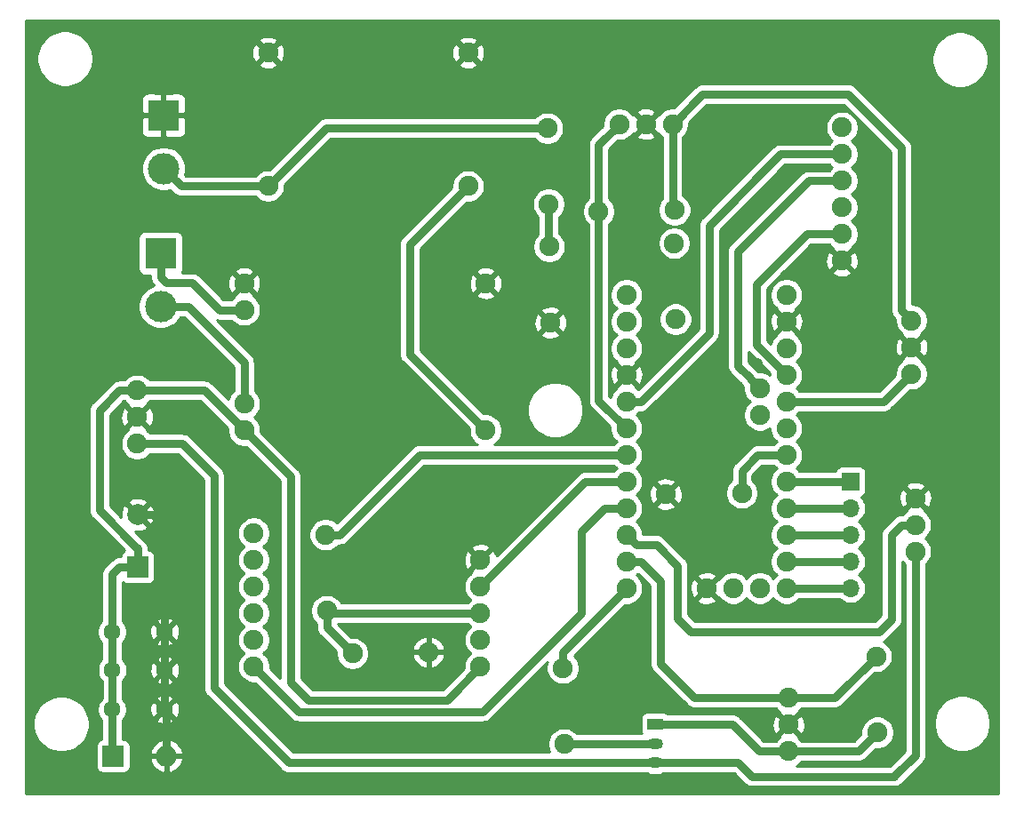
<source format=gbr>
G04 #@! TF.GenerationSoftware,KiCad,Pcbnew,(5.1.5)-3*
G04 #@! TF.CreationDate,2021-01-24T13:34:38-05:00*
G04 #@! TF.ProjectId,DoubLayerSim,446f7562-4c61-4796-9572-53696d2e6b69,rev?*
G04 #@! TF.SameCoordinates,Original*
G04 #@! TF.FileFunction,Copper,L2,Bot*
G04 #@! TF.FilePolarity,Positive*
%FSLAX46Y46*%
G04 Gerber Fmt 4.6, Leading zero omitted, Abs format (unit mm)*
G04 Created by KiCad (PCBNEW (5.1.5)-3) date 2021-01-24 13:34:38*
%MOMM*%
%LPD*%
G04 APERTURE LIST*
%ADD10C,1.900000*%
%ADD11O,1.500000X1.050000*%
%ADD12R,1.500000X1.050000*%
%ADD13O,1.900000X1.900000*%
%ADD14R,3.000000X3.000000*%
%ADD15C,3.000000*%
%ADD16R,2.000000X2.000000*%
%ADD17C,2.000000*%
%ADD18C,1.600000*%
%ADD19O,2.000000X2.000000*%
%ADD20R,1.700000X1.700000*%
%ADD21O,1.700000X1.700000*%
%ADD22C,0.800000*%
%ADD23C,0.750000*%
%ADD24C,0.254000*%
G04 APERTURE END LIST*
D10*
X124783700Y-71308200D03*
X124783700Y-80228200D03*
X124783700Y-68768200D03*
X124783700Y-82768200D03*
X147783700Y-68768200D03*
X147783700Y-82768200D03*
D11*
X163918900Y-112674400D03*
X163918900Y-114452400D03*
D12*
X163918900Y-110769400D03*
D13*
X165785800Y-61785500D03*
D10*
X158546800Y-61912500D03*
D13*
X132651500Y-99974400D03*
D10*
X132524500Y-92735400D03*
D13*
X142341600Y-103911400D03*
D10*
X135102600Y-104038400D03*
D13*
X185102500Y-111556800D03*
D10*
X184975500Y-104317800D03*
X168821100Y-97828100D03*
X171361100Y-97828100D03*
X173901100Y-97828100D03*
X173901100Y-81318100D03*
X173901100Y-78778100D03*
X176441100Y-97828100D03*
X176441100Y-95288100D03*
X176441100Y-92748100D03*
X176441100Y-90208100D03*
X176441100Y-87668100D03*
X176441100Y-85128100D03*
X176441100Y-82588100D03*
X176441100Y-80048100D03*
X176441100Y-77508100D03*
X176441100Y-74968100D03*
X176441100Y-72428100D03*
X176441100Y-69888100D03*
X161201100Y-97828100D03*
X161201100Y-95288100D03*
X161201100Y-92748100D03*
X161201100Y-90208100D03*
X161201100Y-87668100D03*
X161201100Y-85128100D03*
X161201100Y-82588100D03*
X161201100Y-80048100D03*
X161201100Y-77508100D03*
X161201100Y-74968100D03*
X161201100Y-72428100D03*
X161201100Y-69888100D03*
X188722000Y-89242900D03*
X188722000Y-91782900D03*
X188722000Y-94322900D03*
X188353700Y-74853800D03*
X188353700Y-72313800D03*
X188353700Y-77393800D03*
X181724300Y-66624200D03*
X181724300Y-64084200D03*
X181724300Y-61544200D03*
X181724300Y-59004200D03*
X181724300Y-56464200D03*
X181724300Y-53924200D03*
X163042600Y-53606700D03*
X165582600Y-53606700D03*
X160502600Y-53606700D03*
X176644300Y-108280200D03*
X176644300Y-113360200D03*
X176644300Y-110820200D03*
D14*
X117106700Y-52768500D03*
D15*
X117106700Y-57848500D03*
X116814600Y-70993000D03*
D14*
X116814600Y-65913000D03*
D10*
X127063500Y-46812200D03*
X127063500Y-59512200D03*
X146113500Y-46812200D03*
X146113500Y-59512200D03*
X125691900Y-92583000D03*
X125691900Y-95123000D03*
X125691900Y-97663000D03*
X125691900Y-100203000D03*
X125691900Y-102743000D03*
X125691900Y-105283000D03*
X147281900Y-95123000D03*
X147281900Y-97663000D03*
X147281900Y-100203000D03*
X147281900Y-102743000D03*
X147281900Y-105283000D03*
X114592100Y-84048600D03*
X114592100Y-81508600D03*
X114592100Y-78968600D03*
D16*
X114642900Y-95808800D03*
D17*
X114642900Y-90808800D03*
D18*
X112204500Y-101981000D03*
X117204500Y-101981000D03*
X117229900Y-105638600D03*
X112229900Y-105638600D03*
X112204500Y-109372400D03*
X117204500Y-109372400D03*
D16*
X112306100Y-113817400D03*
D19*
X117386100Y-113817400D03*
D10*
X155257500Y-112674400D03*
D13*
X155130500Y-105435400D03*
D10*
X153784300Y-61226700D03*
D13*
X153657300Y-53987700D03*
X153835100Y-65278000D03*
D10*
X153962100Y-72517000D03*
D20*
X182549800Y-87655400D03*
D21*
X182549800Y-90195400D03*
X182549800Y-92735400D03*
X182549800Y-95275400D03*
X182549800Y-97815400D03*
D13*
X165747700Y-64947800D03*
D10*
X165874700Y-72186800D03*
X164947600Y-88874600D03*
D13*
X172186600Y-88747600D03*
D22*
X178943000Y-81699100D03*
X178917600Y-83858100D03*
X178879500Y-86156800D03*
X173723300Y-76314300D03*
X171310300Y-80124300D03*
X183845200Y-60540900D03*
X183781700Y-62547500D03*
X149948900Y-60299600D03*
X149961600Y-62928500D03*
X149910800Y-65862200D03*
X151917400Y-63461900D03*
X127304800Y-79108300D03*
X127304800Y-81419700D03*
X122758200Y-78549500D03*
X187337700Y-112191800D03*
X184594500Y-108991400D03*
X182029100Y-112077500D03*
X190817500Y-91808300D03*
X167411400Y-66840100D03*
X163410900Y-63258700D03*
X164376100Y-70332600D03*
X165773100Y-70040500D03*
X163677600Y-72872600D03*
X153060400Y-67856100D03*
X174282100Y-86690200D03*
X190665100Y-71742300D03*
X185775600Y-71716900D03*
X154927300Y-87147400D03*
X162153600Y-100723700D03*
X135458200Y-95440500D03*
X142481300Y-95275400D03*
X134620000Y-81292700D03*
X140639800Y-81216500D03*
X130644900Y-70713600D03*
X137007600Y-70637400D03*
X140525500Y-60591700D03*
X134162800Y-49542700D03*
X141782800Y-49961800D03*
X154584400Y-48958500D03*
X165227000Y-46532800D03*
X181622700Y-48272700D03*
X109753400Y-72669400D03*
X117906800Y-88112600D03*
X118084600Y-93091000D03*
X108991400Y-98132900D03*
X122161300Y-111493300D03*
X148602700Y-75603100D03*
X147205700Y-89941400D03*
X152501600Y-109728000D03*
D23*
X172951101Y-77828101D02*
X172951101Y-77802701D01*
X173901100Y-78778100D02*
X172951101Y-77828101D01*
X172951101Y-77802701D02*
X171805600Y-76657200D01*
X171805600Y-76657200D02*
X171805600Y-65735200D01*
X178536600Y-59004200D02*
X181724300Y-59004200D01*
X171805600Y-65735200D02*
X178536600Y-59004200D01*
X185661300Y-80086200D02*
X188353700Y-77393800D01*
X185623200Y-80048100D02*
X176441100Y-80048100D01*
X185661300Y-80086200D02*
X185623200Y-80048100D01*
X118884700Y-84048600D02*
X121907300Y-87071200D01*
X121907300Y-87071200D02*
X121907300Y-107340400D01*
X129019300Y-114452400D02*
X163918900Y-114452400D01*
X121907300Y-107340400D02*
X129019300Y-114452400D01*
X114592100Y-84048600D02*
X118884700Y-84048600D01*
X173140101Y-115748801D02*
X186727099Y-115748801D01*
X163918900Y-114452400D02*
X171843700Y-114452400D01*
X171843700Y-114452400D02*
X173140101Y-115748801D01*
X186727099Y-115748801D02*
X186727099Y-115736101D01*
X188722000Y-113741200D02*
X188722000Y-94322900D01*
X186727099Y-115736101D02*
X188722000Y-113741200D01*
X176441100Y-77508100D02*
X173570900Y-74637900D01*
X178371500Y-64084200D02*
X181724300Y-64084200D01*
X173570900Y-68884800D02*
X178371500Y-64084200D01*
X173570900Y-74637900D02*
X173570900Y-68884800D01*
X167678100Y-108280200D02*
X176644300Y-108280200D01*
X181013100Y-108280200D02*
X184975500Y-104317800D01*
X176644300Y-108280200D02*
X181013100Y-108280200D01*
X162544602Y-95288100D02*
X164414200Y-97157698D01*
X161201100Y-95288100D02*
X162544602Y-95288100D01*
X164414200Y-105016300D02*
X167678100Y-108280200D01*
X164414200Y-97157698D02*
X164414200Y-105016300D01*
X162151099Y-93698099D02*
X161201100Y-92748100D01*
X164068799Y-93698099D02*
X162151099Y-93698099D01*
X166052500Y-100711000D02*
X166052500Y-95681800D01*
X167322500Y-101981000D02*
X166052500Y-100711000D01*
X188722000Y-91782900D02*
X187378498Y-91782900D01*
X186448700Y-92712698D02*
X186448700Y-100812600D01*
X187378498Y-91782900D02*
X186448700Y-92712698D01*
X186448700Y-100812600D02*
X185280300Y-101981000D01*
X166052500Y-95681800D02*
X164068799Y-93698099D01*
X185280300Y-101981000D02*
X167322500Y-101981000D01*
X159105600Y-90208100D02*
X161201100Y-90208100D01*
X129984500Y-109575600D02*
X147510500Y-109575600D01*
X147510500Y-109575600D02*
X156908500Y-100177600D01*
X125691900Y-105283000D02*
X129984500Y-109575600D01*
X156908500Y-100177600D02*
X156908500Y-92405200D01*
X156908500Y-92405200D02*
X159105600Y-90208100D01*
X157276800Y-87668100D02*
X161201100Y-87668100D01*
X147281900Y-97663000D02*
X157276800Y-87668100D01*
X141475302Y-85128100D02*
X161201100Y-85128100D01*
X132524500Y-92735400D02*
X133868002Y-92735400D01*
X133868002Y-92735400D02*
X141475302Y-85128100D01*
X160324800Y-53784500D02*
X160502600Y-53606700D01*
X158546800Y-79933800D02*
X158546800Y-61912500D01*
X161201100Y-82588100D02*
X158546800Y-79933800D01*
X158546800Y-55562500D02*
X160502600Y-53606700D01*
X158546800Y-61912500D02*
X158546800Y-55562500D01*
X162544602Y-80048100D02*
X169075100Y-73517602D01*
X161201100Y-80048100D02*
X162544602Y-80048100D01*
X169075100Y-73517602D02*
X169075100Y-63258700D01*
X175869600Y-56464200D02*
X181724300Y-56464200D01*
X169075100Y-63258700D02*
X175869600Y-56464200D01*
X132588000Y-53987700D02*
X127063500Y-59512200D01*
X153657300Y-53987700D02*
X132588000Y-53987700D01*
X114592100Y-78968600D02*
X114592100Y-79251598D01*
X120984100Y-78968600D02*
X124783700Y-82768200D01*
X114592100Y-78968600D02*
X120984100Y-78968600D01*
X132600700Y-100025200D02*
X132651500Y-99974400D01*
X147053300Y-99974400D02*
X147281900Y-100203000D01*
X146113500Y-59512200D02*
X140550900Y-65074800D01*
X140550900Y-75535400D02*
X147783700Y-82768200D01*
X140550900Y-65074800D02*
X140550900Y-75535400D01*
X165404800Y-53784500D02*
X165582600Y-53606700D01*
X163918900Y-110769400D02*
X171259500Y-110769400D01*
X173850300Y-113360200D02*
X176644300Y-113360200D01*
X171259500Y-110769400D02*
X173850300Y-113360200D01*
X183299100Y-113360200D02*
X185102500Y-111556800D01*
X176644300Y-113360200D02*
X183299100Y-113360200D01*
X165582600Y-61582300D02*
X165785800Y-61785500D01*
X165582600Y-53606700D02*
X165582600Y-61582300D01*
X182333900Y-50761900D02*
X168427400Y-50761900D01*
X168427400Y-50761900D02*
X165582600Y-53606700D01*
X187403701Y-55831701D02*
X182333900Y-50761900D01*
X187403701Y-71363801D02*
X187403701Y-55831701D01*
X188353700Y-72313800D02*
X187403701Y-71363801D01*
X155257500Y-112674400D02*
X163918900Y-112674400D01*
X176453800Y-97815400D02*
X176441100Y-97828100D01*
X182549800Y-97815400D02*
X176453800Y-97815400D01*
X182537100Y-95288100D02*
X182549800Y-95275400D01*
X176441100Y-95288100D02*
X182537100Y-95288100D01*
X176453800Y-92735400D02*
X176441100Y-92748100D01*
X182549800Y-92735400D02*
X176453800Y-92735400D01*
X182537100Y-90208100D02*
X182549800Y-90195400D01*
X176441100Y-90208100D02*
X182537100Y-90208100D01*
X176453800Y-87655400D02*
X176441100Y-87668100D01*
X182549800Y-87655400D02*
X176453800Y-87655400D01*
X111925100Y-101701600D02*
X112204500Y-101981000D01*
X112204500Y-105613200D02*
X112229900Y-105638600D01*
X112204500Y-101981000D02*
X112204500Y-105613200D01*
X112229900Y-109347000D02*
X112204500Y-109372400D01*
X112229900Y-105638600D02*
X112229900Y-109347000D01*
X112204500Y-113715800D02*
X112306100Y-113817400D01*
X112204500Y-109372400D02*
X112204500Y-113715800D01*
X112204500Y-96497200D02*
X112892900Y-95808800D01*
X112892900Y-95808800D02*
X114642900Y-95808800D01*
X112204500Y-101981000D02*
X112204500Y-96497200D01*
X117386100Y-109554000D02*
X117204500Y-109372400D01*
X117386100Y-113817400D02*
X117386100Y-109554000D01*
X117204500Y-105664000D02*
X117229900Y-105638600D01*
X117204500Y-109372400D02*
X117204500Y-105664000D01*
X117229900Y-102006400D02*
X117204500Y-101981000D01*
X117229900Y-105638600D02*
X117229900Y-102006400D01*
X117204500Y-100849630D02*
X117204500Y-101981000D01*
X117204500Y-91956187D02*
X117204500Y-100849630D01*
X116057113Y-90808800D02*
X117204500Y-91956187D01*
X114642900Y-90808800D02*
X116057113Y-90808800D01*
X118770400Y-59512200D02*
X127063500Y-59512200D01*
X117106700Y-57848500D02*
X118770400Y-59512200D01*
X114642900Y-94058800D02*
X114526000Y-93941900D01*
X114642900Y-95808800D02*
X114642900Y-94058800D01*
X114526000Y-93941900D02*
X114515900Y-93941900D01*
X114515900Y-93941900D02*
X110985300Y-90411300D01*
X110985300Y-90411300D02*
X110985300Y-80886300D01*
X112903000Y-78968600D02*
X114592100Y-78968600D01*
X110985300Y-80886300D02*
X112903000Y-78968600D01*
X129222500Y-106781600D02*
X129222500Y-87207000D01*
X130924300Y-108483400D02*
X129222500Y-106781600D01*
X129222500Y-87207000D02*
X124783700Y-82768200D01*
X147281900Y-105283000D02*
X144081500Y-108483400D01*
X144081500Y-108483400D02*
X130924300Y-108483400D01*
X132880100Y-100203000D02*
X132651500Y-99974400D01*
X147281900Y-100203000D02*
X132880100Y-100203000D01*
X132651500Y-101587300D02*
X135102600Y-104038400D01*
X132651500Y-99974400D02*
X132651500Y-101587300D01*
X155130500Y-103898700D02*
X155130500Y-105435400D01*
X161201100Y-97828100D02*
X155130500Y-103898700D01*
X119456200Y-70993000D02*
X116814600Y-70993000D01*
X124783700Y-80228200D02*
X124783700Y-76320500D01*
X124783700Y-76320500D02*
X119456200Y-70993000D01*
X116814600Y-68163000D02*
X117396700Y-68745100D01*
X116814600Y-65913000D02*
X116814600Y-68163000D01*
X117396700Y-68745100D02*
X119837200Y-68745100D01*
X122400300Y-71308200D02*
X124783700Y-71308200D01*
X119837200Y-68745100D02*
X122400300Y-71308200D01*
X153784300Y-65227200D02*
X153835100Y-65278000D01*
X153784300Y-61226700D02*
X153784300Y-65227200D01*
X172186600Y-88747600D02*
X172186600Y-86639400D01*
X173697900Y-85128100D02*
X176441100Y-85128100D01*
X172186600Y-86639400D02*
X173697900Y-85128100D01*
D24*
G36*
X196624801Y-117363300D02*
G01*
X103978800Y-117363300D01*
X103978800Y-110492348D01*
X104681787Y-110492348D01*
X104681787Y-111021052D01*
X104784932Y-111539598D01*
X104987258Y-112028057D01*
X105280991Y-112467659D01*
X105654841Y-112841509D01*
X106094443Y-113135242D01*
X106582902Y-113337568D01*
X107101448Y-113440713D01*
X107630152Y-113440713D01*
X108148698Y-113337568D01*
X108637157Y-113135242D01*
X109076759Y-112841509D01*
X109450609Y-112467659D01*
X109744342Y-112028057D01*
X109946668Y-111539598D01*
X110049813Y-111021052D01*
X110049813Y-110492348D01*
X109946668Y-109973802D01*
X109744342Y-109485343D01*
X109450609Y-109045741D01*
X109076759Y-108671891D01*
X108637157Y-108378158D01*
X108148698Y-108175832D01*
X107630152Y-108072687D01*
X107101448Y-108072687D01*
X106582902Y-108175832D01*
X106094443Y-108378158D01*
X105654841Y-108671891D01*
X105280991Y-109045741D01*
X104987258Y-109485343D01*
X104784932Y-109973802D01*
X104681787Y-110492348D01*
X103978800Y-110492348D01*
X103978800Y-80886300D01*
X109978453Y-80886300D01*
X109983301Y-80935526D01*
X109983300Y-90362084D01*
X109978453Y-90411300D01*
X109983300Y-90460516D01*
X109983300Y-90460522D01*
X109992104Y-90549908D01*
X109997798Y-90607726D01*
X110053420Y-90791084D01*
X110055094Y-90796603D01*
X110148136Y-90970675D01*
X110273351Y-91123249D01*
X110311591Y-91154632D01*
X113389993Y-94233035D01*
X113292872Y-94284947D01*
X113197399Y-94363299D01*
X113119047Y-94458772D01*
X113060825Y-94567697D01*
X113024973Y-94685887D01*
X113013064Y-94806800D01*
X112942123Y-94806800D01*
X112892900Y-94801952D01*
X112696473Y-94821298D01*
X112528987Y-94872105D01*
X112507596Y-94878594D01*
X112333525Y-94971636D01*
X112180951Y-95096851D01*
X112149572Y-95135086D01*
X111530786Y-95753873D01*
X111492552Y-95785251D01*
X111461174Y-95823485D01*
X111367337Y-95937825D01*
X111274294Y-96111897D01*
X111216998Y-96300774D01*
X111197653Y-96497200D01*
X111202501Y-96546426D01*
X111202500Y-100964916D01*
X111096076Y-101071340D01*
X110939909Y-101305062D01*
X110832338Y-101564759D01*
X110777500Y-101840453D01*
X110777500Y-102121547D01*
X110832338Y-102397241D01*
X110939909Y-102656938D01*
X111096076Y-102890660D01*
X111202500Y-102997084D01*
X111202501Y-104647915D01*
X111121476Y-104728940D01*
X110965309Y-104962662D01*
X110857738Y-105222359D01*
X110802900Y-105498053D01*
X110802900Y-105779147D01*
X110857738Y-106054841D01*
X110965309Y-106314538D01*
X111121476Y-106548260D01*
X111227900Y-106654684D01*
X111227901Y-108330915D01*
X111096076Y-108462740D01*
X110939909Y-108696462D01*
X110832338Y-108956159D01*
X110777500Y-109231853D01*
X110777500Y-109512947D01*
X110832338Y-109788641D01*
X110939909Y-110048338D01*
X111096076Y-110282060D01*
X111202500Y-110388484D01*
X111202501Y-112197571D01*
X111183187Y-112199473D01*
X111064997Y-112235325D01*
X110956072Y-112293547D01*
X110860599Y-112371899D01*
X110782247Y-112467372D01*
X110724025Y-112576297D01*
X110688173Y-112694487D01*
X110676067Y-112817400D01*
X110676067Y-114817400D01*
X110688173Y-114940313D01*
X110724025Y-115058503D01*
X110782247Y-115167428D01*
X110860599Y-115262901D01*
X110956072Y-115341253D01*
X111064997Y-115399475D01*
X111183187Y-115435327D01*
X111306100Y-115447433D01*
X113306100Y-115447433D01*
X113429013Y-115435327D01*
X113547203Y-115399475D01*
X113656128Y-115341253D01*
X113751601Y-115262901D01*
X113829953Y-115167428D01*
X113888175Y-115058503D01*
X113924027Y-114940313D01*
X113936133Y-114817400D01*
X113936133Y-114197834D01*
X115795976Y-114197834D01*
X115852598Y-114384507D01*
X115992701Y-114672782D01*
X116186352Y-114928185D01*
X116426108Y-115140901D01*
X116702756Y-115302756D01*
X117005665Y-115407529D01*
X117259100Y-115288715D01*
X117259100Y-113944400D01*
X117513100Y-113944400D01*
X117513100Y-115288715D01*
X117766535Y-115407529D01*
X118069444Y-115302756D01*
X118346092Y-115140901D01*
X118585848Y-114928185D01*
X118779499Y-114672782D01*
X118919602Y-114384507D01*
X118976224Y-114197834D01*
X118856877Y-113944400D01*
X117513100Y-113944400D01*
X117259100Y-113944400D01*
X115915323Y-113944400D01*
X115795976Y-114197834D01*
X113936133Y-114197834D01*
X113936133Y-113436966D01*
X115795976Y-113436966D01*
X115915323Y-113690400D01*
X117259100Y-113690400D01*
X117259100Y-112346085D01*
X117513100Y-112346085D01*
X117513100Y-113690400D01*
X118856877Y-113690400D01*
X118976224Y-113436966D01*
X118919602Y-113250293D01*
X118779499Y-112962018D01*
X118585848Y-112706615D01*
X118346092Y-112493899D01*
X118069444Y-112332044D01*
X117766535Y-112227271D01*
X117513100Y-112346085D01*
X117259100Y-112346085D01*
X117005665Y-112227271D01*
X116702756Y-112332044D01*
X116426108Y-112493899D01*
X116186352Y-112706615D01*
X115992701Y-112962018D01*
X115852598Y-113250293D01*
X115795976Y-113436966D01*
X113936133Y-113436966D01*
X113936133Y-112817400D01*
X113924027Y-112694487D01*
X113888175Y-112576297D01*
X113829953Y-112467372D01*
X113751601Y-112371899D01*
X113656128Y-112293547D01*
X113547203Y-112235325D01*
X113429013Y-112199473D01*
X113306100Y-112187367D01*
X113206500Y-112187367D01*
X113206500Y-110388484D01*
X113229882Y-110365102D01*
X116391403Y-110365102D01*
X116462986Y-110609071D01*
X116718496Y-110729971D01*
X116992684Y-110798700D01*
X117275012Y-110812617D01*
X117554630Y-110771187D01*
X117820792Y-110676003D01*
X117946014Y-110609071D01*
X118017597Y-110365102D01*
X117204500Y-109552005D01*
X116391403Y-110365102D01*
X113229882Y-110365102D01*
X113312924Y-110282060D01*
X113469091Y-110048338D01*
X113576662Y-109788641D01*
X113631500Y-109512947D01*
X113631500Y-109442912D01*
X115764283Y-109442912D01*
X115805713Y-109722530D01*
X115900897Y-109988692D01*
X115967829Y-110113914D01*
X116211798Y-110185497D01*
X117024895Y-109372400D01*
X117384105Y-109372400D01*
X118197202Y-110185497D01*
X118441171Y-110113914D01*
X118562071Y-109858404D01*
X118630800Y-109584216D01*
X118644717Y-109301888D01*
X118603287Y-109022270D01*
X118508103Y-108756108D01*
X118441171Y-108630886D01*
X118197202Y-108559303D01*
X117384105Y-109372400D01*
X117024895Y-109372400D01*
X116211798Y-108559303D01*
X115967829Y-108630886D01*
X115846929Y-108886396D01*
X115778200Y-109160584D01*
X115764283Y-109442912D01*
X113631500Y-109442912D01*
X113631500Y-109231853D01*
X113576662Y-108956159D01*
X113469091Y-108696462D01*
X113312924Y-108462740D01*
X113231900Y-108381716D01*
X113231900Y-108379698D01*
X116391403Y-108379698D01*
X117204500Y-109192795D01*
X118017597Y-108379698D01*
X117946014Y-108135729D01*
X117690504Y-108014829D01*
X117416316Y-107946100D01*
X117133988Y-107932183D01*
X116854370Y-107973613D01*
X116588208Y-108068797D01*
X116462986Y-108135729D01*
X116391403Y-108379698D01*
X113231900Y-108379698D01*
X113231900Y-106654684D01*
X113255282Y-106631302D01*
X116416803Y-106631302D01*
X116488386Y-106875271D01*
X116743896Y-106996171D01*
X117018084Y-107064900D01*
X117300412Y-107078817D01*
X117580030Y-107037387D01*
X117846192Y-106942203D01*
X117971414Y-106875271D01*
X118042997Y-106631302D01*
X117229900Y-105818205D01*
X116416803Y-106631302D01*
X113255282Y-106631302D01*
X113338324Y-106548260D01*
X113494491Y-106314538D01*
X113602062Y-106054841D01*
X113656900Y-105779147D01*
X113656900Y-105709112D01*
X115789683Y-105709112D01*
X115831113Y-105988730D01*
X115926297Y-106254892D01*
X115993229Y-106380114D01*
X116237198Y-106451697D01*
X117050295Y-105638600D01*
X117409505Y-105638600D01*
X118222602Y-106451697D01*
X118466571Y-106380114D01*
X118587471Y-106124604D01*
X118656200Y-105850416D01*
X118670117Y-105568088D01*
X118628687Y-105288470D01*
X118533503Y-105022308D01*
X118466571Y-104897086D01*
X118222602Y-104825503D01*
X117409505Y-105638600D01*
X117050295Y-105638600D01*
X116237198Y-104825503D01*
X115993229Y-104897086D01*
X115872329Y-105152596D01*
X115803600Y-105426784D01*
X115789683Y-105709112D01*
X113656900Y-105709112D01*
X113656900Y-105498053D01*
X113602062Y-105222359D01*
X113494491Y-104962662D01*
X113338324Y-104728940D01*
X113255282Y-104645898D01*
X116416803Y-104645898D01*
X117229900Y-105458995D01*
X118042997Y-104645898D01*
X117971414Y-104401929D01*
X117715904Y-104281029D01*
X117441716Y-104212300D01*
X117159388Y-104198383D01*
X116879770Y-104239813D01*
X116613608Y-104334997D01*
X116488386Y-104401929D01*
X116416803Y-104645898D01*
X113255282Y-104645898D01*
X113206500Y-104597116D01*
X113206500Y-102997084D01*
X113229882Y-102973702D01*
X116391403Y-102973702D01*
X116462986Y-103217671D01*
X116718496Y-103338571D01*
X116992684Y-103407300D01*
X117275012Y-103421217D01*
X117554630Y-103379787D01*
X117820792Y-103284603D01*
X117946014Y-103217671D01*
X118017597Y-102973702D01*
X117204500Y-102160605D01*
X116391403Y-102973702D01*
X113229882Y-102973702D01*
X113312924Y-102890660D01*
X113469091Y-102656938D01*
X113576662Y-102397241D01*
X113631500Y-102121547D01*
X113631500Y-102051512D01*
X115764283Y-102051512D01*
X115805713Y-102331130D01*
X115900897Y-102597292D01*
X115967829Y-102722514D01*
X116211798Y-102794097D01*
X117024895Y-101981000D01*
X117384105Y-101981000D01*
X118197202Y-102794097D01*
X118441171Y-102722514D01*
X118562071Y-102467004D01*
X118630800Y-102192816D01*
X118644717Y-101910488D01*
X118603287Y-101630870D01*
X118508103Y-101364708D01*
X118441171Y-101239486D01*
X118197202Y-101167903D01*
X117384105Y-101981000D01*
X117024895Y-101981000D01*
X116211798Y-101167903D01*
X115967829Y-101239486D01*
X115846929Y-101494996D01*
X115778200Y-101769184D01*
X115764283Y-102051512D01*
X113631500Y-102051512D01*
X113631500Y-101840453D01*
X113576662Y-101564759D01*
X113469091Y-101305062D01*
X113312924Y-101071340D01*
X113229882Y-100988298D01*
X116391403Y-100988298D01*
X117204500Y-101801395D01*
X118017597Y-100988298D01*
X117946014Y-100744329D01*
X117690504Y-100623429D01*
X117416316Y-100554700D01*
X117133988Y-100540783D01*
X116854370Y-100582213D01*
X116588208Y-100677397D01*
X116462986Y-100744329D01*
X116391403Y-100988298D01*
X113229882Y-100988298D01*
X113206500Y-100964916D01*
X113206500Y-97261770D01*
X113292872Y-97332653D01*
X113401797Y-97390875D01*
X113519987Y-97426727D01*
X113642900Y-97438833D01*
X115642900Y-97438833D01*
X115765813Y-97426727D01*
X115884003Y-97390875D01*
X115992928Y-97332653D01*
X116088401Y-97254301D01*
X116166753Y-97158828D01*
X116224975Y-97049903D01*
X116260827Y-96931713D01*
X116272933Y-96808800D01*
X116272933Y-94808800D01*
X116260827Y-94685887D01*
X116224975Y-94567697D01*
X116166753Y-94458772D01*
X116088401Y-94363299D01*
X115992928Y-94284947D01*
X115884003Y-94226725D01*
X115765813Y-94190873D01*
X115644900Y-94178964D01*
X115644900Y-94108023D01*
X115649748Y-94058800D01*
X115630402Y-93862374D01*
X115613888Y-93807936D01*
X115573106Y-93673496D01*
X115480064Y-93499425D01*
X115354849Y-93346851D01*
X115316609Y-93315468D01*
X115269332Y-93268191D01*
X115237949Y-93229951D01*
X115143390Y-93152348D01*
X114424671Y-92433629D01*
X114705495Y-92450518D01*
X115024575Y-92406761D01*
X115328988Y-92301595D01*
X115502944Y-92208614D01*
X115598708Y-91944213D01*
X114642900Y-90988405D01*
X114628758Y-91002548D01*
X114449153Y-90822943D01*
X114463295Y-90808800D01*
X114822505Y-90808800D01*
X115778313Y-91764608D01*
X116042714Y-91668844D01*
X116183604Y-91379229D01*
X116265284Y-91067692D01*
X116284618Y-90746205D01*
X116240861Y-90427125D01*
X116135695Y-90122712D01*
X116042714Y-89948756D01*
X115778313Y-89852992D01*
X114822505Y-90808800D01*
X114463295Y-90808800D01*
X113507487Y-89852992D01*
X113243086Y-89948756D01*
X113102196Y-90238371D01*
X113020516Y-90549908D01*
X113001182Y-90871395D01*
X113023233Y-91032191D01*
X111987300Y-89996259D01*
X111987300Y-89673387D01*
X113687092Y-89673387D01*
X114642900Y-90629195D01*
X115598708Y-89673387D01*
X115502944Y-89408986D01*
X115213329Y-89268096D01*
X114901792Y-89186416D01*
X114580305Y-89167082D01*
X114261225Y-89210839D01*
X113956812Y-89316005D01*
X113782856Y-89408986D01*
X113687092Y-89673387D01*
X111987300Y-89673387D01*
X111987300Y-81573173D01*
X113000741Y-81573173D01*
X113043916Y-81882391D01*
X113146587Y-82177244D01*
X113233058Y-82339021D01*
X113492348Y-82428747D01*
X114412495Y-81508600D01*
X114771705Y-81508600D01*
X115691852Y-82428747D01*
X115951142Y-82339021D01*
X116087035Y-82057929D01*
X116165479Y-81755727D01*
X116183459Y-81444027D01*
X116140284Y-81134809D01*
X116037613Y-80839956D01*
X115951142Y-80678179D01*
X115691852Y-80588453D01*
X114771705Y-81508600D01*
X114412495Y-81508600D01*
X113492348Y-80588453D01*
X113233058Y-80678179D01*
X113097165Y-80959271D01*
X113018721Y-81261473D01*
X113000741Y-81573173D01*
X111987300Y-81573173D01*
X111987300Y-81301341D01*
X113318042Y-79970600D01*
X113364973Y-79970600D01*
X113367164Y-79973879D01*
X113586821Y-80193536D01*
X113716481Y-80280172D01*
X113671953Y-80408848D01*
X114592100Y-81328995D01*
X115512247Y-80408848D01*
X115467719Y-80280172D01*
X115597379Y-80193536D01*
X115817036Y-79973879D01*
X115819227Y-79970600D01*
X120569059Y-79970600D01*
X123207469Y-82609011D01*
X123206700Y-82612879D01*
X123206700Y-82923521D01*
X123267304Y-83228194D01*
X123386181Y-83515189D01*
X123558764Y-83773479D01*
X123778421Y-83993136D01*
X124036711Y-84165719D01*
X124323706Y-84284596D01*
X124628379Y-84345200D01*
X124939021Y-84345200D01*
X124942889Y-84344431D01*
X128220501Y-87622043D01*
X128220500Y-106394559D01*
X127268131Y-105442189D01*
X127268900Y-105438321D01*
X127268900Y-105127679D01*
X127208296Y-104823006D01*
X127089419Y-104536011D01*
X126916836Y-104277721D01*
X126697179Y-104058064D01*
X126629736Y-104013000D01*
X126697179Y-103967936D01*
X126916836Y-103748279D01*
X127089419Y-103489989D01*
X127208296Y-103202994D01*
X127268900Y-102898321D01*
X127268900Y-102587679D01*
X127208296Y-102283006D01*
X127089419Y-101996011D01*
X126916836Y-101737721D01*
X126697179Y-101518064D01*
X126629736Y-101473000D01*
X126697179Y-101427936D01*
X126916836Y-101208279D01*
X127089419Y-100949989D01*
X127208296Y-100662994D01*
X127268900Y-100358321D01*
X127268900Y-100047679D01*
X127208296Y-99743006D01*
X127089419Y-99456011D01*
X126916836Y-99197721D01*
X126697179Y-98978064D01*
X126629736Y-98933000D01*
X126697179Y-98887936D01*
X126916836Y-98668279D01*
X127089419Y-98409989D01*
X127208296Y-98122994D01*
X127268900Y-97818321D01*
X127268900Y-97507679D01*
X127208296Y-97203006D01*
X127089419Y-96916011D01*
X126916836Y-96657721D01*
X126697179Y-96438064D01*
X126629736Y-96393000D01*
X126697179Y-96347936D01*
X126916836Y-96128279D01*
X127089419Y-95869989D01*
X127208296Y-95582994D01*
X127268900Y-95278321D01*
X127268900Y-94967679D01*
X127208296Y-94663006D01*
X127089419Y-94376011D01*
X126916836Y-94117721D01*
X126697179Y-93898064D01*
X126629736Y-93853000D01*
X126697179Y-93807936D01*
X126916836Y-93588279D01*
X127089419Y-93329989D01*
X127208296Y-93042994D01*
X127268900Y-92738321D01*
X127268900Y-92427679D01*
X127208296Y-92123006D01*
X127089419Y-91836011D01*
X126916836Y-91577721D01*
X126697179Y-91358064D01*
X126438889Y-91185481D01*
X126151894Y-91066604D01*
X125847221Y-91006000D01*
X125536579Y-91006000D01*
X125231906Y-91066604D01*
X124944911Y-91185481D01*
X124686621Y-91358064D01*
X124466964Y-91577721D01*
X124294381Y-91836011D01*
X124175504Y-92123006D01*
X124114900Y-92427679D01*
X124114900Y-92738321D01*
X124175504Y-93042994D01*
X124294381Y-93329989D01*
X124466964Y-93588279D01*
X124686621Y-93807936D01*
X124754064Y-93853000D01*
X124686621Y-93898064D01*
X124466964Y-94117721D01*
X124294381Y-94376011D01*
X124175504Y-94663006D01*
X124114900Y-94967679D01*
X124114900Y-95278321D01*
X124175504Y-95582994D01*
X124294381Y-95869989D01*
X124466964Y-96128279D01*
X124686621Y-96347936D01*
X124754064Y-96393000D01*
X124686621Y-96438064D01*
X124466964Y-96657721D01*
X124294381Y-96916011D01*
X124175504Y-97203006D01*
X124114900Y-97507679D01*
X124114900Y-97818321D01*
X124175504Y-98122994D01*
X124294381Y-98409989D01*
X124466964Y-98668279D01*
X124686621Y-98887936D01*
X124754064Y-98933000D01*
X124686621Y-98978064D01*
X124466964Y-99197721D01*
X124294381Y-99456011D01*
X124175504Y-99743006D01*
X124114900Y-100047679D01*
X124114900Y-100358321D01*
X124175504Y-100662994D01*
X124294381Y-100949989D01*
X124466964Y-101208279D01*
X124686621Y-101427936D01*
X124754064Y-101473000D01*
X124686621Y-101518064D01*
X124466964Y-101737721D01*
X124294381Y-101996011D01*
X124175504Y-102283006D01*
X124114900Y-102587679D01*
X124114900Y-102898321D01*
X124175504Y-103202994D01*
X124294381Y-103489989D01*
X124466964Y-103748279D01*
X124686621Y-103967936D01*
X124754064Y-104013000D01*
X124686621Y-104058064D01*
X124466964Y-104277721D01*
X124294381Y-104536011D01*
X124175504Y-104823006D01*
X124114900Y-105127679D01*
X124114900Y-105438321D01*
X124175504Y-105742994D01*
X124294381Y-106029989D01*
X124466964Y-106288279D01*
X124686621Y-106507936D01*
X124944911Y-106680519D01*
X125231906Y-106799396D01*
X125536579Y-106860000D01*
X125847221Y-106860000D01*
X125851089Y-106859231D01*
X129241173Y-110249315D01*
X129272551Y-110287549D01*
X129425125Y-110412764D01*
X129599196Y-110505806D01*
X129744113Y-110549766D01*
X129788073Y-110563102D01*
X129808112Y-110565076D01*
X129935277Y-110577600D01*
X129935283Y-110577600D01*
X129984499Y-110582447D01*
X130033715Y-110577600D01*
X147461284Y-110577600D01*
X147510500Y-110582447D01*
X147559716Y-110577600D01*
X147559723Y-110577600D01*
X147706926Y-110563102D01*
X147895804Y-110505806D01*
X148069875Y-110412764D01*
X148222449Y-110287549D01*
X148253832Y-110249309D01*
X153675176Y-104827966D01*
X153614104Y-104975406D01*
X153553500Y-105280079D01*
X153553500Y-105590721D01*
X153614104Y-105895394D01*
X153732981Y-106182389D01*
X153905564Y-106440679D01*
X154125221Y-106660336D01*
X154383511Y-106832919D01*
X154670506Y-106951796D01*
X154975179Y-107012400D01*
X155285821Y-107012400D01*
X155590494Y-106951796D01*
X155877489Y-106832919D01*
X156135779Y-106660336D01*
X156355436Y-106440679D01*
X156528019Y-106182389D01*
X156646896Y-105895394D01*
X156707500Y-105590721D01*
X156707500Y-105280079D01*
X156646896Y-104975406D01*
X156528019Y-104688411D01*
X156355436Y-104430121D01*
X156185778Y-104260463D01*
X161041911Y-99404331D01*
X161045779Y-99405100D01*
X161356421Y-99405100D01*
X161661094Y-99344496D01*
X161948089Y-99225619D01*
X162206379Y-99053036D01*
X162426036Y-98833379D01*
X162598619Y-98575089D01*
X162717496Y-98288094D01*
X162778100Y-97983421D01*
X162778100Y-97672779D01*
X162717496Y-97368106D01*
X162598619Y-97081111D01*
X162426036Y-96822821D01*
X162206379Y-96603164D01*
X162138936Y-96558100D01*
X162206379Y-96513036D01*
X162279438Y-96439977D01*
X163412200Y-97572740D01*
X163412201Y-104967074D01*
X163407353Y-105016300D01*
X163426698Y-105212726D01*
X163483994Y-105401603D01*
X163559431Y-105542736D01*
X163577037Y-105575675D01*
X163702252Y-105728249D01*
X163740486Y-105759627D01*
X166934773Y-108953915D01*
X166966151Y-108992149D01*
X167118725Y-109117364D01*
X167259848Y-109192795D01*
X167292796Y-109210406D01*
X167481673Y-109267702D01*
X167678100Y-109287048D01*
X167727323Y-109282200D01*
X175417173Y-109282200D01*
X175419364Y-109285479D01*
X175639021Y-109505136D01*
X175768681Y-109591772D01*
X175724153Y-109720448D01*
X176644300Y-110640595D01*
X177564447Y-109720448D01*
X177519919Y-109591772D01*
X177649579Y-109505136D01*
X177869236Y-109285479D01*
X177871427Y-109282200D01*
X180963884Y-109282200D01*
X181013100Y-109287047D01*
X181062316Y-109282200D01*
X181062323Y-109282200D01*
X181209526Y-109267702D01*
X181398404Y-109210406D01*
X181572475Y-109117364D01*
X181725049Y-108992149D01*
X181756432Y-108953909D01*
X184816311Y-105894031D01*
X184820179Y-105894800D01*
X185130821Y-105894800D01*
X185435494Y-105834196D01*
X185722489Y-105715319D01*
X185980779Y-105542736D01*
X186200436Y-105323079D01*
X186373019Y-105064789D01*
X186491896Y-104777794D01*
X186552500Y-104473121D01*
X186552500Y-104162479D01*
X186491896Y-103857806D01*
X186373019Y-103570811D01*
X186200436Y-103312521D01*
X185980779Y-103092864D01*
X185722489Y-102920281D01*
X185680875Y-102903044D01*
X185839675Y-102818164D01*
X185992249Y-102692949D01*
X186023631Y-102654710D01*
X187122415Y-101555927D01*
X187160649Y-101524549D01*
X187285864Y-101371975D01*
X187378906Y-101197904D01*
X187430469Y-101027925D01*
X187436202Y-101009027D01*
X187439637Y-100974152D01*
X187450700Y-100861823D01*
X187450700Y-100861817D01*
X187455547Y-100812601D01*
X187450700Y-100763385D01*
X187450700Y-95258790D01*
X187497064Y-95328179D01*
X187716721Y-95547836D01*
X187720001Y-95550028D01*
X187720000Y-113326158D01*
X186299358Y-114746801D01*
X177407629Y-114746801D01*
X177649579Y-114585136D01*
X177869236Y-114365479D01*
X177871427Y-114362200D01*
X183249884Y-114362200D01*
X183299100Y-114367047D01*
X183348316Y-114362200D01*
X183348323Y-114362200D01*
X183495526Y-114347702D01*
X183684404Y-114290406D01*
X183858475Y-114197364D01*
X184011049Y-114072149D01*
X184042432Y-114033910D01*
X184943311Y-113133031D01*
X184947179Y-113133800D01*
X185257821Y-113133800D01*
X185562494Y-113073196D01*
X185849489Y-112954319D01*
X186107779Y-112781736D01*
X186327436Y-112562079D01*
X186500019Y-112303789D01*
X186618896Y-112016794D01*
X186679500Y-111712121D01*
X186679500Y-111401479D01*
X186618896Y-111096806D01*
X186500019Y-110809811D01*
X186327436Y-110551521D01*
X186107779Y-110331864D01*
X185849489Y-110159281D01*
X185562494Y-110040404D01*
X185257821Y-109979800D01*
X184947179Y-109979800D01*
X184642506Y-110040404D01*
X184355511Y-110159281D01*
X184097221Y-110331864D01*
X183877564Y-110551521D01*
X183704981Y-110809811D01*
X183586104Y-111096806D01*
X183525500Y-111401479D01*
X183525500Y-111712121D01*
X183526269Y-111715989D01*
X182884059Y-112358200D01*
X177871427Y-112358200D01*
X177869236Y-112354921D01*
X177649579Y-112135264D01*
X177519919Y-112048628D01*
X177564447Y-111919952D01*
X176644300Y-110999805D01*
X175724153Y-111919952D01*
X175768681Y-112048628D01*
X175639021Y-112135264D01*
X175419364Y-112354921D01*
X175417173Y-112358200D01*
X174265342Y-112358200D01*
X172791915Y-110884773D01*
X175052941Y-110884773D01*
X175096116Y-111193991D01*
X175198787Y-111488844D01*
X175285258Y-111650621D01*
X175544548Y-111740347D01*
X176464695Y-110820200D01*
X176823905Y-110820200D01*
X177744052Y-111740347D01*
X178003342Y-111650621D01*
X178139235Y-111369529D01*
X178217679Y-111067327D01*
X178235659Y-110755627D01*
X178192484Y-110446409D01*
X178089813Y-110151556D01*
X178003342Y-109989779D01*
X177744052Y-109900053D01*
X176823905Y-110820200D01*
X176464695Y-110820200D01*
X175544548Y-109900053D01*
X175285258Y-109989779D01*
X175149365Y-110270871D01*
X175070921Y-110573073D01*
X175052941Y-110884773D01*
X172791915Y-110884773D01*
X172002832Y-110095691D01*
X171971449Y-110057451D01*
X171818875Y-109932236D01*
X171644804Y-109839194D01*
X171455926Y-109781898D01*
X171308723Y-109767400D01*
X171308716Y-109767400D01*
X171259500Y-109762553D01*
X171210284Y-109767400D01*
X165076019Y-109767400D01*
X165018928Y-109720547D01*
X164910003Y-109662325D01*
X164791813Y-109626473D01*
X164668900Y-109614367D01*
X163168900Y-109614367D01*
X163045987Y-109626473D01*
X162927797Y-109662325D01*
X162818872Y-109720547D01*
X162723399Y-109798899D01*
X162645047Y-109894372D01*
X162586825Y-110003297D01*
X162550973Y-110121487D01*
X162538867Y-110244400D01*
X162538867Y-111294400D01*
X162550973Y-111417313D01*
X162586825Y-111535503D01*
X162645047Y-111644428D01*
X162668003Y-111672400D01*
X156484627Y-111672400D01*
X156482436Y-111669121D01*
X156262779Y-111449464D01*
X156004489Y-111276881D01*
X155717494Y-111158004D01*
X155412821Y-111097400D01*
X155102179Y-111097400D01*
X154797506Y-111158004D01*
X154510511Y-111276881D01*
X154252221Y-111449464D01*
X154032564Y-111669121D01*
X153859981Y-111927411D01*
X153741104Y-112214406D01*
X153680500Y-112519079D01*
X153680500Y-112829721D01*
X153741104Y-113134394D01*
X153859981Y-113421389D01*
X153879365Y-113450400D01*
X129434342Y-113450400D01*
X122909300Y-106925359D01*
X122909300Y-87120416D01*
X122914147Y-87071200D01*
X122909300Y-87021984D01*
X122909300Y-87021977D01*
X122894802Y-86874774D01*
X122873758Y-86805400D01*
X122837506Y-86685896D01*
X122815377Y-86644496D01*
X122744464Y-86511825D01*
X122619249Y-86359251D01*
X122581015Y-86327873D01*
X119628032Y-83374891D01*
X119596649Y-83336651D01*
X119444075Y-83211436D01*
X119270004Y-83118394D01*
X119081126Y-83061098D01*
X118933923Y-83046600D01*
X118933916Y-83046600D01*
X118884700Y-83041753D01*
X118835484Y-83046600D01*
X115819227Y-83046600D01*
X115817036Y-83043321D01*
X115597379Y-82823664D01*
X115467719Y-82737028D01*
X115512247Y-82608352D01*
X114592100Y-81688205D01*
X113671953Y-82608352D01*
X113716481Y-82737028D01*
X113586821Y-82823664D01*
X113367164Y-83043321D01*
X113194581Y-83301611D01*
X113075704Y-83588606D01*
X113015100Y-83893279D01*
X113015100Y-84203921D01*
X113075704Y-84508594D01*
X113194581Y-84795589D01*
X113367164Y-85053879D01*
X113586821Y-85273536D01*
X113845111Y-85446119D01*
X114132106Y-85564996D01*
X114436779Y-85625600D01*
X114747421Y-85625600D01*
X115052094Y-85564996D01*
X115339089Y-85446119D01*
X115597379Y-85273536D01*
X115817036Y-85053879D01*
X115819227Y-85050600D01*
X118469659Y-85050600D01*
X120905300Y-87486242D01*
X120905301Y-107291174D01*
X120900453Y-107340400D01*
X120919798Y-107536826D01*
X120977094Y-107725703D01*
X120977095Y-107725704D01*
X121070137Y-107899775D01*
X121195352Y-108052349D01*
X121233586Y-108083727D01*
X128275973Y-115126115D01*
X128307351Y-115164349D01*
X128459925Y-115289564D01*
X128574485Y-115350797D01*
X128633996Y-115382606D01*
X128822873Y-115439902D01*
X129019300Y-115459248D01*
X129068523Y-115454400D01*
X163124708Y-115454400D01*
X163250916Y-115521859D01*
X163468069Y-115587732D01*
X163637305Y-115604400D01*
X164200495Y-115604400D01*
X164369731Y-115587732D01*
X164586884Y-115521859D01*
X164713092Y-115454400D01*
X171428659Y-115454400D01*
X172396769Y-116422510D01*
X172428152Y-116460750D01*
X172580726Y-116585965D01*
X172731037Y-116666307D01*
X172754797Y-116679007D01*
X172943674Y-116736303D01*
X173140101Y-116755649D01*
X173189324Y-116750801D01*
X186677876Y-116750801D01*
X186727099Y-116755649D01*
X186776322Y-116750801D01*
X186923525Y-116736303D01*
X187112403Y-116679007D01*
X187286474Y-116585965D01*
X187439048Y-116460750D01*
X187528555Y-116351686D01*
X189395715Y-114484527D01*
X189433949Y-114453149D01*
X189559164Y-114300575D01*
X189652206Y-114126504D01*
X189709502Y-113937626D01*
X189724000Y-113790423D01*
X189724000Y-113790417D01*
X189728847Y-113741201D01*
X189724000Y-113691985D01*
X189724000Y-110441548D01*
X190495687Y-110441548D01*
X190495687Y-110970252D01*
X190598832Y-111488798D01*
X190801158Y-111977257D01*
X191094891Y-112416859D01*
X191468741Y-112790709D01*
X191908343Y-113084442D01*
X192396802Y-113286768D01*
X192915348Y-113389913D01*
X193444052Y-113389913D01*
X193962598Y-113286768D01*
X194451057Y-113084442D01*
X194890659Y-112790709D01*
X195264509Y-112416859D01*
X195558242Y-111977257D01*
X195760568Y-111488798D01*
X195863713Y-110970252D01*
X195863713Y-110441548D01*
X195760568Y-109923002D01*
X195558242Y-109434543D01*
X195264509Y-108994941D01*
X194890659Y-108621091D01*
X194451057Y-108327358D01*
X193962598Y-108125032D01*
X193444052Y-108021887D01*
X192915348Y-108021887D01*
X192396802Y-108125032D01*
X191908343Y-108327358D01*
X191468741Y-108621091D01*
X191094891Y-108994941D01*
X190801158Y-109434543D01*
X190598832Y-109923002D01*
X190495687Y-110441548D01*
X189724000Y-110441548D01*
X189724000Y-95550027D01*
X189727279Y-95547836D01*
X189946936Y-95328179D01*
X190119519Y-95069889D01*
X190238396Y-94782894D01*
X190299000Y-94478221D01*
X190299000Y-94167579D01*
X190238396Y-93862906D01*
X190119519Y-93575911D01*
X189946936Y-93317621D01*
X189727279Y-93097964D01*
X189659836Y-93052900D01*
X189727279Y-93007836D01*
X189946936Y-92788179D01*
X190119519Y-92529889D01*
X190238396Y-92242894D01*
X190299000Y-91938221D01*
X190299000Y-91627579D01*
X190238396Y-91322906D01*
X190119519Y-91035911D01*
X189946936Y-90777621D01*
X189727279Y-90557964D01*
X189597619Y-90471328D01*
X189642147Y-90342652D01*
X188722000Y-89422505D01*
X187801853Y-90342652D01*
X187846381Y-90471328D01*
X187716721Y-90557964D01*
X187497064Y-90777621D01*
X187494873Y-90780900D01*
X187427714Y-90780900D01*
X187378498Y-90776053D01*
X187329282Y-90780900D01*
X187329275Y-90780900D01*
X187200255Y-90793607D01*
X187182071Y-90795398D01*
X186993194Y-90852694D01*
X186819123Y-90945736D01*
X186666549Y-91070951D01*
X186635171Y-91109186D01*
X185774990Y-91969367D01*
X185736751Y-92000749D01*
X185611536Y-92153323D01*
X185518494Y-92327395D01*
X185461198Y-92516273D01*
X185446700Y-92663476D01*
X185446700Y-92663482D01*
X185441853Y-92712698D01*
X185446700Y-92761914D01*
X185446701Y-100397557D01*
X184865259Y-100979000D01*
X167737542Y-100979000D01*
X167054500Y-100295959D01*
X167054500Y-98927852D01*
X167900953Y-98927852D01*
X167990679Y-99187142D01*
X168271771Y-99323035D01*
X168573973Y-99401479D01*
X168885673Y-99419459D01*
X169194891Y-99376284D01*
X169489744Y-99273613D01*
X169651521Y-99187142D01*
X169741247Y-98927852D01*
X168821100Y-98007705D01*
X167900953Y-98927852D01*
X167054500Y-98927852D01*
X167054500Y-97892673D01*
X167229741Y-97892673D01*
X167272916Y-98201891D01*
X167375587Y-98496744D01*
X167462058Y-98658521D01*
X167721348Y-98748247D01*
X168641495Y-97828100D01*
X167721348Y-96907953D01*
X167462058Y-96997679D01*
X167326165Y-97278771D01*
X167247721Y-97580973D01*
X167229741Y-97892673D01*
X167054500Y-97892673D01*
X167054500Y-96728348D01*
X167900953Y-96728348D01*
X168821100Y-97648495D01*
X169741247Y-96728348D01*
X169651521Y-96469058D01*
X169370429Y-96333165D01*
X169068227Y-96254721D01*
X168756527Y-96236741D01*
X168447309Y-96279916D01*
X168152456Y-96382587D01*
X167990679Y-96469058D01*
X167900953Y-96728348D01*
X167054500Y-96728348D01*
X167054500Y-95731023D01*
X167059348Y-95681800D01*
X167040002Y-95485373D01*
X166982706Y-95296496D01*
X166889663Y-95122424D01*
X166846549Y-95069889D01*
X166764449Y-94969851D01*
X166726215Y-94938473D01*
X164812131Y-93024390D01*
X164780748Y-92986150D01*
X164628174Y-92860935D01*
X164454103Y-92767893D01*
X164265225Y-92710597D01*
X164118022Y-92696099D01*
X164118015Y-92696099D01*
X164068799Y-92691252D01*
X164019583Y-92696099D01*
X162778100Y-92696099D01*
X162778100Y-92592779D01*
X162717496Y-92288106D01*
X162598619Y-92001111D01*
X162426036Y-91742821D01*
X162206379Y-91523164D01*
X162138936Y-91478100D01*
X162206379Y-91433036D01*
X162426036Y-91213379D01*
X162598619Y-90955089D01*
X162717496Y-90668094D01*
X162778100Y-90363421D01*
X162778100Y-90052779D01*
X162762500Y-89974352D01*
X164027453Y-89974352D01*
X164117179Y-90233642D01*
X164398271Y-90369535D01*
X164700473Y-90447979D01*
X165012173Y-90465959D01*
X165321391Y-90422784D01*
X165616244Y-90320113D01*
X165778021Y-90233642D01*
X165867747Y-89974352D01*
X164947600Y-89054205D01*
X164027453Y-89974352D01*
X162762500Y-89974352D01*
X162717496Y-89748106D01*
X162598619Y-89461111D01*
X162426036Y-89202821D01*
X162206379Y-88983164D01*
X162140542Y-88939173D01*
X163356241Y-88939173D01*
X163399416Y-89248391D01*
X163502087Y-89543244D01*
X163588558Y-89705021D01*
X163847848Y-89794747D01*
X164767995Y-88874600D01*
X165127205Y-88874600D01*
X166047352Y-89794747D01*
X166306642Y-89705021D01*
X166442535Y-89423929D01*
X166520979Y-89121727D01*
X166538959Y-88810027D01*
X166495784Y-88500809D01*
X166393113Y-88205956D01*
X166306642Y-88044179D01*
X166047352Y-87954453D01*
X165127205Y-88874600D01*
X164767995Y-88874600D01*
X163847848Y-87954453D01*
X163588558Y-88044179D01*
X163452665Y-88325271D01*
X163374221Y-88627473D01*
X163356241Y-88939173D01*
X162140542Y-88939173D01*
X162138936Y-88938100D01*
X162206379Y-88893036D01*
X162426036Y-88673379D01*
X162598619Y-88415089D01*
X162717496Y-88128094D01*
X162778100Y-87823421D01*
X162778100Y-87774848D01*
X164027453Y-87774848D01*
X164947600Y-88694995D01*
X165867747Y-87774848D01*
X165778021Y-87515558D01*
X165496929Y-87379665D01*
X165194727Y-87301221D01*
X164883027Y-87283241D01*
X164573809Y-87326416D01*
X164278956Y-87429087D01*
X164117179Y-87515558D01*
X164027453Y-87774848D01*
X162778100Y-87774848D01*
X162778100Y-87512779D01*
X162717496Y-87208106D01*
X162598619Y-86921111D01*
X162426036Y-86662821D01*
X162206379Y-86443164D01*
X162138936Y-86398100D01*
X162206379Y-86353036D01*
X162426036Y-86133379D01*
X162598619Y-85875089D01*
X162717496Y-85588094D01*
X162778100Y-85283421D01*
X162778100Y-84972779D01*
X162717496Y-84668106D01*
X162598619Y-84381111D01*
X162426036Y-84122821D01*
X162206379Y-83903164D01*
X162138936Y-83858100D01*
X162206379Y-83813036D01*
X162426036Y-83593379D01*
X162598619Y-83335089D01*
X162717496Y-83048094D01*
X162778100Y-82743421D01*
X162778100Y-82432779D01*
X162717496Y-82128106D01*
X162598619Y-81841111D01*
X162426036Y-81582821D01*
X162206379Y-81363164D01*
X162138936Y-81318100D01*
X162206379Y-81273036D01*
X162426036Y-81053379D01*
X162428227Y-81050100D01*
X162495386Y-81050100D01*
X162544602Y-81054947D01*
X162593818Y-81050100D01*
X162593825Y-81050100D01*
X162741028Y-81035602D01*
X162929906Y-80978306D01*
X163103977Y-80885264D01*
X163256551Y-80760049D01*
X163287934Y-80721809D01*
X169748815Y-74260929D01*
X169787049Y-74229551D01*
X169912264Y-74076977D01*
X170005306Y-73902906D01*
X170062602Y-73714028D01*
X170077100Y-73566825D01*
X170077100Y-73566824D01*
X170081948Y-73517602D01*
X170077100Y-73468379D01*
X170077100Y-63673741D01*
X176284642Y-57466200D01*
X180497173Y-57466200D01*
X180499364Y-57469479D01*
X180719021Y-57689136D01*
X180786464Y-57734200D01*
X180719021Y-57779264D01*
X180499364Y-57998921D01*
X180497173Y-58002200D01*
X178585812Y-58002200D01*
X178536599Y-57997353D01*
X178487386Y-58002200D01*
X178487377Y-58002200D01*
X178340174Y-58016698D01*
X178151296Y-58073994D01*
X177977225Y-58167036D01*
X177824651Y-58292251D01*
X177793273Y-58330485D01*
X171131886Y-64991873D01*
X171093652Y-65023251D01*
X171062274Y-65061485D01*
X170968437Y-65175825D01*
X170875394Y-65349897D01*
X170818098Y-65538774D01*
X170798753Y-65735200D01*
X170803601Y-65784426D01*
X170803600Y-76607984D01*
X170798753Y-76657200D01*
X170803600Y-76706416D01*
X170803600Y-76706422D01*
X170818098Y-76853625D01*
X170875394Y-77042503D01*
X170968436Y-77216575D01*
X171093651Y-77369149D01*
X171131890Y-77400531D01*
X172108314Y-78376956D01*
X172113937Y-78387476D01*
X172239152Y-78540050D01*
X172277391Y-78571432D01*
X172324869Y-78618911D01*
X172324100Y-78622779D01*
X172324100Y-78933421D01*
X172384704Y-79238094D01*
X172503581Y-79525089D01*
X172676164Y-79783379D01*
X172895821Y-80003036D01*
X172963264Y-80048100D01*
X172895821Y-80093164D01*
X172676164Y-80312821D01*
X172503581Y-80571111D01*
X172384704Y-80858106D01*
X172324100Y-81162779D01*
X172324100Y-81473421D01*
X172384704Y-81778094D01*
X172503581Y-82065089D01*
X172676164Y-82323379D01*
X172895821Y-82543036D01*
X173154111Y-82715619D01*
X173441106Y-82834496D01*
X173745779Y-82895100D01*
X174056421Y-82895100D01*
X174361094Y-82834496D01*
X174648089Y-82715619D01*
X174864100Y-82571286D01*
X174864100Y-82743421D01*
X174924704Y-83048094D01*
X175043581Y-83335089D01*
X175216164Y-83593379D01*
X175435821Y-83813036D01*
X175503264Y-83858100D01*
X175435821Y-83903164D01*
X175216164Y-84122821D01*
X175213973Y-84126100D01*
X173747116Y-84126100D01*
X173697900Y-84121253D01*
X173648684Y-84126100D01*
X173648677Y-84126100D01*
X173519657Y-84138807D01*
X173501473Y-84140598D01*
X173312596Y-84197894D01*
X173138525Y-84290936D01*
X172985951Y-84416151D01*
X172954573Y-84454385D01*
X171512886Y-85896073D01*
X171474652Y-85927451D01*
X171443274Y-85965685D01*
X171349437Y-86080025D01*
X171256394Y-86254097D01*
X171199098Y-86442974D01*
X171179753Y-86639400D01*
X171184601Y-86688625D01*
X171184601Y-87520473D01*
X171181321Y-87522664D01*
X170961664Y-87742321D01*
X170789081Y-88000611D01*
X170670204Y-88287606D01*
X170609600Y-88592279D01*
X170609600Y-88902921D01*
X170670204Y-89207594D01*
X170789081Y-89494589D01*
X170961664Y-89752879D01*
X171181321Y-89972536D01*
X171439611Y-90145119D01*
X171726606Y-90263996D01*
X172031279Y-90324600D01*
X172341921Y-90324600D01*
X172646594Y-90263996D01*
X172933589Y-90145119D01*
X173191879Y-89972536D01*
X173411536Y-89752879D01*
X173584119Y-89494589D01*
X173702996Y-89207594D01*
X173763600Y-88902921D01*
X173763600Y-88592279D01*
X173702996Y-88287606D01*
X173584119Y-88000611D01*
X173411536Y-87742321D01*
X173191879Y-87522664D01*
X173188600Y-87520473D01*
X173188600Y-87054441D01*
X174112942Y-86130100D01*
X175213973Y-86130100D01*
X175216164Y-86133379D01*
X175435821Y-86353036D01*
X175503264Y-86398100D01*
X175435821Y-86443164D01*
X175216164Y-86662821D01*
X175043581Y-86921111D01*
X174924704Y-87208106D01*
X174864100Y-87512779D01*
X174864100Y-87823421D01*
X174924704Y-88128094D01*
X175043581Y-88415089D01*
X175216164Y-88673379D01*
X175435821Y-88893036D01*
X175503264Y-88938100D01*
X175435821Y-88983164D01*
X175216164Y-89202821D01*
X175043581Y-89461111D01*
X174924704Y-89748106D01*
X174864100Y-90052779D01*
X174864100Y-90363421D01*
X174924704Y-90668094D01*
X175043581Y-90955089D01*
X175216164Y-91213379D01*
X175435821Y-91433036D01*
X175503264Y-91478100D01*
X175435821Y-91523164D01*
X175216164Y-91742821D01*
X175043581Y-92001111D01*
X174924704Y-92288106D01*
X174864100Y-92592779D01*
X174864100Y-92903421D01*
X174924704Y-93208094D01*
X175043581Y-93495089D01*
X175216164Y-93753379D01*
X175435821Y-93973036D01*
X175503264Y-94018100D01*
X175435821Y-94063164D01*
X175216164Y-94282821D01*
X175043581Y-94541111D01*
X174924704Y-94828106D01*
X174864100Y-95132779D01*
X174864100Y-95443421D01*
X174924704Y-95748094D01*
X175043581Y-96035089D01*
X175216164Y-96293379D01*
X175435821Y-96513036D01*
X175503264Y-96558100D01*
X175435821Y-96603164D01*
X175216164Y-96822821D01*
X175171100Y-96890264D01*
X175126036Y-96822821D01*
X174906379Y-96603164D01*
X174648089Y-96430581D01*
X174361094Y-96311704D01*
X174056421Y-96251100D01*
X173745779Y-96251100D01*
X173441106Y-96311704D01*
X173154111Y-96430581D01*
X172895821Y-96603164D01*
X172676164Y-96822821D01*
X172631100Y-96890264D01*
X172586036Y-96822821D01*
X172366379Y-96603164D01*
X172108089Y-96430581D01*
X171821094Y-96311704D01*
X171516421Y-96251100D01*
X171205779Y-96251100D01*
X170901106Y-96311704D01*
X170614111Y-96430581D01*
X170355821Y-96603164D01*
X170136164Y-96822821D01*
X170049528Y-96952481D01*
X169920852Y-96907953D01*
X169000705Y-97828100D01*
X169920852Y-98748247D01*
X170049528Y-98703719D01*
X170136164Y-98833379D01*
X170355821Y-99053036D01*
X170614111Y-99225619D01*
X170901106Y-99344496D01*
X171205779Y-99405100D01*
X171516421Y-99405100D01*
X171821094Y-99344496D01*
X172108089Y-99225619D01*
X172366379Y-99053036D01*
X172586036Y-98833379D01*
X172631100Y-98765936D01*
X172676164Y-98833379D01*
X172895821Y-99053036D01*
X173154111Y-99225619D01*
X173441106Y-99344496D01*
X173745779Y-99405100D01*
X174056421Y-99405100D01*
X174361094Y-99344496D01*
X174648089Y-99225619D01*
X174906379Y-99053036D01*
X175126036Y-98833379D01*
X175171100Y-98765936D01*
X175216164Y-98833379D01*
X175435821Y-99053036D01*
X175694111Y-99225619D01*
X175981106Y-99344496D01*
X176285779Y-99405100D01*
X176596421Y-99405100D01*
X176901094Y-99344496D01*
X177188089Y-99225619D01*
X177446379Y-99053036D01*
X177666036Y-98833379D01*
X177676713Y-98817400D01*
X181463006Y-98817400D01*
X181608267Y-98962661D01*
X181850178Y-99124301D01*
X182118975Y-99235640D01*
X182404328Y-99292400D01*
X182695272Y-99292400D01*
X182980625Y-99235640D01*
X183249422Y-99124301D01*
X183491333Y-98962661D01*
X183697061Y-98756933D01*
X183858701Y-98515022D01*
X183970040Y-98246225D01*
X184026800Y-97960872D01*
X184026800Y-97669928D01*
X183970040Y-97384575D01*
X183858701Y-97115778D01*
X183697061Y-96873867D01*
X183491333Y-96668139D01*
X183307641Y-96545400D01*
X183491333Y-96422661D01*
X183697061Y-96216933D01*
X183858701Y-95975022D01*
X183970040Y-95706225D01*
X184026800Y-95420872D01*
X184026800Y-95129928D01*
X183970040Y-94844575D01*
X183858701Y-94575778D01*
X183697061Y-94333867D01*
X183491333Y-94128139D01*
X183307641Y-94005400D01*
X183491333Y-93882661D01*
X183697061Y-93676933D01*
X183858701Y-93435022D01*
X183970040Y-93166225D01*
X184026800Y-92880872D01*
X184026800Y-92589928D01*
X183970040Y-92304575D01*
X183858701Y-92035778D01*
X183697061Y-91793867D01*
X183491333Y-91588139D01*
X183307641Y-91465400D01*
X183491333Y-91342661D01*
X183697061Y-91136933D01*
X183858701Y-90895022D01*
X183970040Y-90626225D01*
X184026800Y-90340872D01*
X184026800Y-90049928D01*
X183970040Y-89764575D01*
X183858701Y-89495778D01*
X183732880Y-89307473D01*
X187130641Y-89307473D01*
X187173816Y-89616691D01*
X187276487Y-89911544D01*
X187362958Y-90073321D01*
X187622248Y-90163047D01*
X188542395Y-89242900D01*
X188901605Y-89242900D01*
X189821752Y-90163047D01*
X190081042Y-90073321D01*
X190216935Y-89792229D01*
X190295379Y-89490027D01*
X190313359Y-89178327D01*
X190270184Y-88869109D01*
X190167513Y-88574256D01*
X190081042Y-88412479D01*
X189821752Y-88322753D01*
X188901605Y-89242900D01*
X188542395Y-89242900D01*
X187622248Y-88322753D01*
X187362958Y-88412479D01*
X187227065Y-88693571D01*
X187148621Y-88995773D01*
X187130641Y-89307473D01*
X183732880Y-89307473D01*
X183697061Y-89253867D01*
X183556325Y-89113131D01*
X183640903Y-89087475D01*
X183749828Y-89029253D01*
X183845301Y-88950901D01*
X183923653Y-88855428D01*
X183981875Y-88746503D01*
X184017727Y-88628313D01*
X184029833Y-88505400D01*
X184029833Y-88143148D01*
X187801853Y-88143148D01*
X188722000Y-89063295D01*
X189642147Y-88143148D01*
X189552421Y-87883858D01*
X189271329Y-87747965D01*
X188969127Y-87669521D01*
X188657427Y-87651541D01*
X188348209Y-87694716D01*
X188053356Y-87797387D01*
X187891579Y-87883858D01*
X187801853Y-88143148D01*
X184029833Y-88143148D01*
X184029833Y-86805400D01*
X184017727Y-86682487D01*
X183981875Y-86564297D01*
X183923653Y-86455372D01*
X183845301Y-86359899D01*
X183749828Y-86281547D01*
X183640903Y-86223325D01*
X183522713Y-86187473D01*
X183399800Y-86175367D01*
X181699800Y-86175367D01*
X181576887Y-86187473D01*
X181458697Y-86223325D01*
X181349772Y-86281547D01*
X181254299Y-86359899D01*
X181175947Y-86455372D01*
X181117725Y-86564297D01*
X181090696Y-86653400D01*
X177656615Y-86653400D01*
X177446379Y-86443164D01*
X177378936Y-86398100D01*
X177446379Y-86353036D01*
X177666036Y-86133379D01*
X177838619Y-85875089D01*
X177957496Y-85588094D01*
X178018100Y-85283421D01*
X178018100Y-84972779D01*
X177957496Y-84668106D01*
X177838619Y-84381111D01*
X177666036Y-84122821D01*
X177446379Y-83903164D01*
X177378936Y-83858100D01*
X177446379Y-83813036D01*
X177666036Y-83593379D01*
X177838619Y-83335089D01*
X177957496Y-83048094D01*
X178018100Y-82743421D01*
X178018100Y-82432779D01*
X177957496Y-82128106D01*
X177838619Y-81841111D01*
X177666036Y-81582821D01*
X177446379Y-81363164D01*
X177378936Y-81318100D01*
X177446379Y-81273036D01*
X177666036Y-81053379D01*
X177668227Y-81050100D01*
X185387070Y-81050100D01*
X185464874Y-81073702D01*
X185661300Y-81093048D01*
X185857726Y-81073702D01*
X186046604Y-81016406D01*
X186220675Y-80923363D01*
X186373249Y-80798149D01*
X186404630Y-80759911D01*
X188194511Y-78970031D01*
X188198379Y-78970800D01*
X188509021Y-78970800D01*
X188813694Y-78910196D01*
X189100689Y-78791319D01*
X189358979Y-78618736D01*
X189578636Y-78399079D01*
X189751219Y-78140789D01*
X189870096Y-77853794D01*
X189930700Y-77549121D01*
X189930700Y-77238479D01*
X189870096Y-76933806D01*
X189751219Y-76646811D01*
X189578636Y-76388521D01*
X189358979Y-76168864D01*
X189229319Y-76082228D01*
X189273847Y-75953552D01*
X188353700Y-75033405D01*
X187433553Y-75953552D01*
X187478081Y-76082228D01*
X187348421Y-76168864D01*
X187128764Y-76388521D01*
X186956181Y-76646811D01*
X186837304Y-76933806D01*
X186776700Y-77238479D01*
X186776700Y-77549121D01*
X186777469Y-77552989D01*
X185284359Y-79046100D01*
X177668227Y-79046100D01*
X177666036Y-79042821D01*
X177446379Y-78823164D01*
X177378936Y-78778100D01*
X177446379Y-78733036D01*
X177666036Y-78513379D01*
X177838619Y-78255089D01*
X177957496Y-77968094D01*
X178018100Y-77663421D01*
X178018100Y-77352779D01*
X177957496Y-77048106D01*
X177838619Y-76761111D01*
X177666036Y-76502821D01*
X177446379Y-76283164D01*
X177378936Y-76238100D01*
X177446379Y-76193036D01*
X177666036Y-75973379D01*
X177838619Y-75715089D01*
X177957496Y-75428094D01*
X178018100Y-75123421D01*
X178018100Y-74918373D01*
X186762341Y-74918373D01*
X186805516Y-75227591D01*
X186908187Y-75522444D01*
X186994658Y-75684221D01*
X187253948Y-75773947D01*
X188174095Y-74853800D01*
X188533305Y-74853800D01*
X189453452Y-75773947D01*
X189712742Y-75684221D01*
X189848635Y-75403129D01*
X189927079Y-75100927D01*
X189945059Y-74789227D01*
X189901884Y-74480009D01*
X189799213Y-74185156D01*
X189712742Y-74023379D01*
X189453452Y-73933653D01*
X188533305Y-74853800D01*
X188174095Y-74853800D01*
X187253948Y-73933653D01*
X186994658Y-74023379D01*
X186858765Y-74304471D01*
X186780321Y-74606673D01*
X186762341Y-74918373D01*
X178018100Y-74918373D01*
X178018100Y-74812779D01*
X177957496Y-74508106D01*
X177838619Y-74221111D01*
X177666036Y-73962821D01*
X177446379Y-73743164D01*
X177316719Y-73656528D01*
X177361247Y-73527852D01*
X176441100Y-72607705D01*
X175520953Y-73527852D01*
X175565481Y-73656528D01*
X175435821Y-73743164D01*
X175216164Y-73962821D01*
X175043581Y-74221111D01*
X174924704Y-74508106D01*
X174913661Y-74563620D01*
X174572900Y-74222859D01*
X174572900Y-72492673D01*
X174849741Y-72492673D01*
X174892916Y-72801891D01*
X174995587Y-73096744D01*
X175082058Y-73258521D01*
X175341348Y-73348247D01*
X176261495Y-72428100D01*
X176620705Y-72428100D01*
X177540852Y-73348247D01*
X177800142Y-73258521D01*
X177936035Y-72977429D01*
X178014479Y-72675227D01*
X178032459Y-72363527D01*
X177989284Y-72054309D01*
X177886613Y-71759456D01*
X177800142Y-71597679D01*
X177540852Y-71507953D01*
X176620705Y-72428100D01*
X176261495Y-72428100D01*
X175341348Y-71507953D01*
X175082058Y-71597679D01*
X174946165Y-71878771D01*
X174867721Y-72180973D01*
X174849741Y-72492673D01*
X174572900Y-72492673D01*
X174572900Y-69732779D01*
X174864100Y-69732779D01*
X174864100Y-70043421D01*
X174924704Y-70348094D01*
X175043581Y-70635089D01*
X175216164Y-70893379D01*
X175435821Y-71113036D01*
X175565481Y-71199672D01*
X175520953Y-71328348D01*
X176441100Y-72248495D01*
X177361247Y-71328348D01*
X177316719Y-71199672D01*
X177446379Y-71113036D01*
X177666036Y-70893379D01*
X177838619Y-70635089D01*
X177957496Y-70348094D01*
X178018100Y-70043421D01*
X178018100Y-69732779D01*
X177957496Y-69428106D01*
X177838619Y-69141111D01*
X177666036Y-68882821D01*
X177446379Y-68663164D01*
X177188089Y-68490581D01*
X176901094Y-68371704D01*
X176596421Y-68311100D01*
X176285779Y-68311100D01*
X175981106Y-68371704D01*
X175694111Y-68490581D01*
X175435821Y-68663164D01*
X175216164Y-68882821D01*
X175043581Y-69141111D01*
X174924704Y-69428106D01*
X174864100Y-69732779D01*
X174572900Y-69732779D01*
X174572900Y-69299841D01*
X176148789Y-67723952D01*
X180804153Y-67723952D01*
X180893879Y-67983242D01*
X181174971Y-68119135D01*
X181477173Y-68197579D01*
X181788873Y-68215559D01*
X182098091Y-68172384D01*
X182392944Y-68069713D01*
X182554721Y-67983242D01*
X182644447Y-67723952D01*
X181724300Y-66803805D01*
X180804153Y-67723952D01*
X176148789Y-67723952D01*
X177183968Y-66688773D01*
X180132941Y-66688773D01*
X180176116Y-66997991D01*
X180278787Y-67292844D01*
X180365258Y-67454621D01*
X180624548Y-67544347D01*
X181544695Y-66624200D01*
X181903905Y-66624200D01*
X182824052Y-67544347D01*
X183083342Y-67454621D01*
X183219235Y-67173529D01*
X183297679Y-66871327D01*
X183315659Y-66559627D01*
X183272484Y-66250409D01*
X183169813Y-65955556D01*
X183083342Y-65793779D01*
X182824052Y-65704053D01*
X181903905Y-66624200D01*
X181544695Y-66624200D01*
X180624548Y-65704053D01*
X180365258Y-65793779D01*
X180229365Y-66074871D01*
X180150921Y-66377073D01*
X180132941Y-66688773D01*
X177183968Y-66688773D01*
X178786542Y-65086200D01*
X180497173Y-65086200D01*
X180499364Y-65089479D01*
X180719021Y-65309136D01*
X180848681Y-65395772D01*
X180804153Y-65524448D01*
X181724300Y-66444595D01*
X182644447Y-65524448D01*
X182599919Y-65395772D01*
X182729579Y-65309136D01*
X182949236Y-65089479D01*
X183121819Y-64831189D01*
X183240696Y-64544194D01*
X183301300Y-64239521D01*
X183301300Y-63928879D01*
X183240696Y-63624206D01*
X183121819Y-63337211D01*
X182949236Y-63078921D01*
X182729579Y-62859264D01*
X182662136Y-62814200D01*
X182729579Y-62769136D01*
X182949236Y-62549479D01*
X183121819Y-62291189D01*
X183240696Y-62004194D01*
X183301300Y-61699521D01*
X183301300Y-61388879D01*
X183240696Y-61084206D01*
X183121819Y-60797211D01*
X182949236Y-60538921D01*
X182729579Y-60319264D01*
X182662136Y-60274200D01*
X182729579Y-60229136D01*
X182949236Y-60009479D01*
X183121819Y-59751189D01*
X183240696Y-59464194D01*
X183301300Y-59159521D01*
X183301300Y-58848879D01*
X183240696Y-58544206D01*
X183121819Y-58257211D01*
X182949236Y-57998921D01*
X182729579Y-57779264D01*
X182662136Y-57734200D01*
X182729579Y-57689136D01*
X182949236Y-57469479D01*
X183121819Y-57211189D01*
X183240696Y-56924194D01*
X183301300Y-56619521D01*
X183301300Y-56308879D01*
X183240696Y-56004206D01*
X183121819Y-55717211D01*
X182949236Y-55458921D01*
X182729579Y-55239264D01*
X182662136Y-55194200D01*
X182729579Y-55149136D01*
X182949236Y-54929479D01*
X183121819Y-54671189D01*
X183240696Y-54384194D01*
X183301300Y-54079521D01*
X183301300Y-53768879D01*
X183240696Y-53464206D01*
X183121819Y-53177211D01*
X182949236Y-52918921D01*
X182729579Y-52699264D01*
X182471289Y-52526681D01*
X182184294Y-52407804D01*
X181879621Y-52347200D01*
X181568979Y-52347200D01*
X181264306Y-52407804D01*
X180977311Y-52526681D01*
X180719021Y-52699264D01*
X180499364Y-52918921D01*
X180326781Y-53177211D01*
X180207904Y-53464206D01*
X180147300Y-53768879D01*
X180147300Y-54079521D01*
X180207904Y-54384194D01*
X180326781Y-54671189D01*
X180499364Y-54929479D01*
X180719021Y-55149136D01*
X180786464Y-55194200D01*
X180719021Y-55239264D01*
X180499364Y-55458921D01*
X180497173Y-55462200D01*
X175918815Y-55462200D01*
X175869599Y-55457353D01*
X175820383Y-55462200D01*
X175820377Y-55462200D01*
X175693212Y-55474724D01*
X175673173Y-55476698D01*
X175552590Y-55513277D01*
X175484296Y-55533994D01*
X175310225Y-55627036D01*
X175157651Y-55752251D01*
X175126273Y-55790485D01*
X168401386Y-62515373D01*
X168363152Y-62546751D01*
X168331774Y-62584985D01*
X168237937Y-62699325D01*
X168144894Y-62873397D01*
X168087598Y-63062274D01*
X168068253Y-63258700D01*
X168073101Y-63307926D01*
X168073100Y-73102560D01*
X162279438Y-78896223D01*
X162206379Y-78823164D01*
X162076719Y-78736528D01*
X162121247Y-78607852D01*
X161201100Y-77687705D01*
X160280953Y-78607852D01*
X160325481Y-78736528D01*
X160195821Y-78823164D01*
X159976164Y-79042821D01*
X159803581Y-79301111D01*
X159684704Y-79588106D01*
X159673661Y-79643620D01*
X159548800Y-79518759D01*
X159548800Y-77572673D01*
X159609741Y-77572673D01*
X159652916Y-77881891D01*
X159755587Y-78176744D01*
X159842058Y-78338521D01*
X160101348Y-78428247D01*
X161021495Y-77508100D01*
X161380705Y-77508100D01*
X162300852Y-78428247D01*
X162560142Y-78338521D01*
X162696035Y-78057429D01*
X162774479Y-77755227D01*
X162792459Y-77443527D01*
X162749284Y-77134309D01*
X162646613Y-76839456D01*
X162560142Y-76677679D01*
X162300852Y-76587953D01*
X161380705Y-77508100D01*
X161021495Y-77508100D01*
X160101348Y-76587953D01*
X159842058Y-76677679D01*
X159706165Y-76958771D01*
X159627721Y-77260973D01*
X159609741Y-77572673D01*
X159548800Y-77572673D01*
X159548800Y-69732779D01*
X159624100Y-69732779D01*
X159624100Y-70043421D01*
X159684704Y-70348094D01*
X159803581Y-70635089D01*
X159976164Y-70893379D01*
X160195821Y-71113036D01*
X160263264Y-71158100D01*
X160195821Y-71203164D01*
X159976164Y-71422821D01*
X159803581Y-71681111D01*
X159684704Y-71968106D01*
X159624100Y-72272779D01*
X159624100Y-72583421D01*
X159684704Y-72888094D01*
X159803581Y-73175089D01*
X159976164Y-73433379D01*
X160195821Y-73653036D01*
X160263264Y-73698100D01*
X160195821Y-73743164D01*
X159976164Y-73962821D01*
X159803581Y-74221111D01*
X159684704Y-74508106D01*
X159624100Y-74812779D01*
X159624100Y-75123421D01*
X159684704Y-75428094D01*
X159803581Y-75715089D01*
X159976164Y-75973379D01*
X160195821Y-76193036D01*
X160325481Y-76279672D01*
X160280953Y-76408348D01*
X161201100Y-77328495D01*
X162121247Y-76408348D01*
X162076719Y-76279672D01*
X162206379Y-76193036D01*
X162426036Y-75973379D01*
X162598619Y-75715089D01*
X162717496Y-75428094D01*
X162778100Y-75123421D01*
X162778100Y-74812779D01*
X162717496Y-74508106D01*
X162598619Y-74221111D01*
X162426036Y-73962821D01*
X162206379Y-73743164D01*
X162138936Y-73698100D01*
X162206379Y-73653036D01*
X162426036Y-73433379D01*
X162598619Y-73175089D01*
X162717496Y-72888094D01*
X162778100Y-72583421D01*
X162778100Y-72272779D01*
X162730102Y-72031479D01*
X164297700Y-72031479D01*
X164297700Y-72342121D01*
X164358304Y-72646794D01*
X164477181Y-72933789D01*
X164649764Y-73192079D01*
X164869421Y-73411736D01*
X165127711Y-73584319D01*
X165414706Y-73703196D01*
X165719379Y-73763800D01*
X166030021Y-73763800D01*
X166334694Y-73703196D01*
X166621689Y-73584319D01*
X166879979Y-73411736D01*
X167099636Y-73192079D01*
X167272219Y-72933789D01*
X167391096Y-72646794D01*
X167451700Y-72342121D01*
X167451700Y-72031479D01*
X167391096Y-71726806D01*
X167272219Y-71439811D01*
X167099636Y-71181521D01*
X166879979Y-70961864D01*
X166621689Y-70789281D01*
X166334694Y-70670404D01*
X166030021Y-70609800D01*
X165719379Y-70609800D01*
X165414706Y-70670404D01*
X165127711Y-70789281D01*
X164869421Y-70961864D01*
X164649764Y-71181521D01*
X164477181Y-71439811D01*
X164358304Y-71726806D01*
X164297700Y-72031479D01*
X162730102Y-72031479D01*
X162717496Y-71968106D01*
X162598619Y-71681111D01*
X162426036Y-71422821D01*
X162206379Y-71203164D01*
X162138936Y-71158100D01*
X162206379Y-71113036D01*
X162426036Y-70893379D01*
X162598619Y-70635089D01*
X162717496Y-70348094D01*
X162778100Y-70043421D01*
X162778100Y-69732779D01*
X162717496Y-69428106D01*
X162598619Y-69141111D01*
X162426036Y-68882821D01*
X162206379Y-68663164D01*
X161948089Y-68490581D01*
X161661094Y-68371704D01*
X161356421Y-68311100D01*
X161045779Y-68311100D01*
X160741106Y-68371704D01*
X160454111Y-68490581D01*
X160195821Y-68663164D01*
X159976164Y-68882821D01*
X159803581Y-69141111D01*
X159684704Y-69428106D01*
X159624100Y-69732779D01*
X159548800Y-69732779D01*
X159548800Y-64792479D01*
X164170700Y-64792479D01*
X164170700Y-65103121D01*
X164231304Y-65407794D01*
X164350181Y-65694789D01*
X164522764Y-65953079D01*
X164742421Y-66172736D01*
X165000711Y-66345319D01*
X165287706Y-66464196D01*
X165592379Y-66524800D01*
X165903021Y-66524800D01*
X166207694Y-66464196D01*
X166494689Y-66345319D01*
X166752979Y-66172736D01*
X166972636Y-65953079D01*
X167145219Y-65694789D01*
X167264096Y-65407794D01*
X167324700Y-65103121D01*
X167324700Y-64792479D01*
X167264096Y-64487806D01*
X167145219Y-64200811D01*
X166972636Y-63942521D01*
X166752979Y-63722864D01*
X166494689Y-63550281D01*
X166207694Y-63431404D01*
X165903021Y-63370800D01*
X165592379Y-63370800D01*
X165287706Y-63431404D01*
X165000711Y-63550281D01*
X164742421Y-63722864D01*
X164522764Y-63942521D01*
X164350181Y-64200811D01*
X164231304Y-64487806D01*
X164170700Y-64792479D01*
X159548800Y-64792479D01*
X159548800Y-63139627D01*
X159552079Y-63137436D01*
X159771736Y-62917779D01*
X159944319Y-62659489D01*
X160063196Y-62372494D01*
X160123800Y-62067821D01*
X160123800Y-61757179D01*
X160063196Y-61452506D01*
X159944319Y-61165511D01*
X159771736Y-60907221D01*
X159552079Y-60687564D01*
X159548800Y-60685373D01*
X159548800Y-55977541D01*
X160343411Y-55182930D01*
X160347279Y-55183700D01*
X160657921Y-55183700D01*
X160962594Y-55123096D01*
X161249589Y-55004219D01*
X161507879Y-54831636D01*
X161633063Y-54706452D01*
X162122453Y-54706452D01*
X162212179Y-54965742D01*
X162493271Y-55101635D01*
X162795473Y-55180079D01*
X163107173Y-55198059D01*
X163416391Y-55154884D01*
X163711244Y-55052213D01*
X163873021Y-54965742D01*
X163962747Y-54706452D01*
X163042600Y-53786305D01*
X162122453Y-54706452D01*
X161633063Y-54706452D01*
X161727536Y-54611979D01*
X161814172Y-54482319D01*
X161942848Y-54526847D01*
X162862995Y-53606700D01*
X163222205Y-53606700D01*
X164142352Y-54526847D01*
X164271028Y-54482319D01*
X164357664Y-54611979D01*
X164577321Y-54831636D01*
X164580600Y-54833827D01*
X164580601Y-60760484D01*
X164560864Y-60780221D01*
X164388281Y-61038511D01*
X164269404Y-61325506D01*
X164208800Y-61630179D01*
X164208800Y-61940821D01*
X164269404Y-62245494D01*
X164388281Y-62532489D01*
X164560864Y-62790779D01*
X164780521Y-63010436D01*
X165038811Y-63183019D01*
X165325806Y-63301896D01*
X165630479Y-63362500D01*
X165941121Y-63362500D01*
X166245794Y-63301896D01*
X166532789Y-63183019D01*
X166791079Y-63010436D01*
X167010736Y-62790779D01*
X167183319Y-62532489D01*
X167302196Y-62245494D01*
X167362800Y-61940821D01*
X167362800Y-61630179D01*
X167302196Y-61325506D01*
X167183319Y-61038511D01*
X167010736Y-60780221D01*
X166791079Y-60560564D01*
X166584600Y-60422600D01*
X166584600Y-54833827D01*
X166587879Y-54831636D01*
X166807536Y-54611979D01*
X166980119Y-54353689D01*
X167098996Y-54066694D01*
X167159600Y-53762021D01*
X167159600Y-53451379D01*
X167158831Y-53447511D01*
X168842442Y-51763900D01*
X181918859Y-51763900D01*
X186401702Y-56246744D01*
X186401701Y-71314585D01*
X186396854Y-71363801D01*
X186401701Y-71413017D01*
X186401701Y-71413023D01*
X186406675Y-71463521D01*
X186416199Y-71560227D01*
X186427310Y-71596853D01*
X186473495Y-71749104D01*
X186566537Y-71923176D01*
X186691752Y-72075750D01*
X186729991Y-72107132D01*
X186777469Y-72154611D01*
X186776700Y-72158479D01*
X186776700Y-72469121D01*
X186837304Y-72773794D01*
X186956181Y-73060789D01*
X187128764Y-73319079D01*
X187348421Y-73538736D01*
X187478081Y-73625372D01*
X187433553Y-73754048D01*
X188353700Y-74674195D01*
X189273847Y-73754048D01*
X189229319Y-73625372D01*
X189358979Y-73538736D01*
X189578636Y-73319079D01*
X189751219Y-73060789D01*
X189870096Y-72773794D01*
X189930700Y-72469121D01*
X189930700Y-72158479D01*
X189870096Y-71853806D01*
X189751219Y-71566811D01*
X189578636Y-71308521D01*
X189358979Y-71088864D01*
X189100689Y-70916281D01*
X188813694Y-70797404D01*
X188509021Y-70736800D01*
X188405701Y-70736800D01*
X188405701Y-55880913D01*
X188410548Y-55831700D01*
X188405701Y-55782487D01*
X188405701Y-55782478D01*
X188391203Y-55635275D01*
X188333907Y-55446397D01*
X188240865Y-55272326D01*
X188115650Y-55119752D01*
X188077416Y-55088374D01*
X183077232Y-50088191D01*
X183045849Y-50049951D01*
X182893275Y-49924736D01*
X182719204Y-49831694D01*
X182530326Y-49774398D01*
X182383123Y-49759900D01*
X182383116Y-49759900D01*
X182333900Y-49755053D01*
X182284684Y-49759900D01*
X168476623Y-49759900D01*
X168427400Y-49755052D01*
X168230973Y-49774398D01*
X168042096Y-49831694D01*
X167868025Y-49924736D01*
X167715451Y-50049951D01*
X167684073Y-50088185D01*
X165741789Y-52030469D01*
X165737921Y-52029700D01*
X165427279Y-52029700D01*
X165122606Y-52090304D01*
X164835611Y-52209181D01*
X164577321Y-52381764D01*
X164357664Y-52601421D01*
X164271028Y-52731081D01*
X164142352Y-52686553D01*
X163222205Y-53606700D01*
X162862995Y-53606700D01*
X161942848Y-52686553D01*
X161814172Y-52731081D01*
X161727536Y-52601421D01*
X161633063Y-52506948D01*
X162122453Y-52506948D01*
X163042600Y-53427095D01*
X163962747Y-52506948D01*
X163873021Y-52247658D01*
X163591929Y-52111765D01*
X163289727Y-52033321D01*
X162978027Y-52015341D01*
X162668809Y-52058516D01*
X162373956Y-52161187D01*
X162212179Y-52247658D01*
X162122453Y-52506948D01*
X161633063Y-52506948D01*
X161507879Y-52381764D01*
X161249589Y-52209181D01*
X160962594Y-52090304D01*
X160657921Y-52029700D01*
X160347279Y-52029700D01*
X160042606Y-52090304D01*
X159755611Y-52209181D01*
X159497321Y-52381764D01*
X159277664Y-52601421D01*
X159105081Y-52859711D01*
X158986204Y-53146706D01*
X158925600Y-53451379D01*
X158925600Y-53762021D01*
X158926370Y-53765889D01*
X157873086Y-54819173D01*
X157834852Y-54850551D01*
X157803474Y-54888785D01*
X157709637Y-55003125D01*
X157616594Y-55177197D01*
X157559298Y-55366074D01*
X157539953Y-55562500D01*
X157544801Y-55611726D01*
X157544800Y-60685373D01*
X157541521Y-60687564D01*
X157321864Y-60907221D01*
X157149281Y-61165511D01*
X157030404Y-61452506D01*
X156969800Y-61757179D01*
X156969800Y-62067821D01*
X157030404Y-62372494D01*
X157149281Y-62659489D01*
X157321864Y-62917779D01*
X157541521Y-63137436D01*
X157544801Y-63139628D01*
X157544800Y-79884584D01*
X157539953Y-79933800D01*
X157544800Y-79983016D01*
X157544800Y-79983022D01*
X157547818Y-80013665D01*
X157559298Y-80130226D01*
X157592325Y-80239100D01*
X157616594Y-80319103D01*
X157709636Y-80493175D01*
X157834851Y-80645749D01*
X157873091Y-80677132D01*
X159624869Y-82428911D01*
X159624100Y-82432779D01*
X159624100Y-82743421D01*
X159684704Y-83048094D01*
X159803581Y-83335089D01*
X159976164Y-83593379D01*
X160195821Y-83813036D01*
X160263264Y-83858100D01*
X160195821Y-83903164D01*
X159976164Y-84122821D01*
X159973973Y-84126100D01*
X148589983Y-84126100D01*
X148788979Y-83993136D01*
X149008636Y-83773479D01*
X149181219Y-83515189D01*
X149300096Y-83228194D01*
X149360700Y-82923521D01*
X149360700Y-82612879D01*
X149300096Y-82308206D01*
X149181219Y-82021211D01*
X149008636Y-81762921D01*
X148788979Y-81543264D01*
X148530689Y-81370681D01*
X148243694Y-81251804D01*
X147939021Y-81191200D01*
X147628379Y-81191200D01*
X147624511Y-81191969D01*
X147010290Y-80577748D01*
X151735287Y-80577748D01*
X151735287Y-81106452D01*
X151838432Y-81624998D01*
X152040758Y-82113457D01*
X152334491Y-82553059D01*
X152708341Y-82926909D01*
X153147943Y-83220642D01*
X153636402Y-83422968D01*
X154154948Y-83526113D01*
X154683652Y-83526113D01*
X155202198Y-83422968D01*
X155690657Y-83220642D01*
X156130259Y-82926909D01*
X156504109Y-82553059D01*
X156797842Y-82113457D01*
X157000168Y-81624998D01*
X157103313Y-81106452D01*
X157103313Y-80577748D01*
X157000168Y-80059202D01*
X156797842Y-79570743D01*
X156504109Y-79131141D01*
X156130259Y-78757291D01*
X155690657Y-78463558D01*
X155202198Y-78261232D01*
X154683652Y-78158087D01*
X154154948Y-78158087D01*
X153636402Y-78261232D01*
X153147943Y-78463558D01*
X152708341Y-78757291D01*
X152334491Y-79131141D01*
X152040758Y-79570743D01*
X151838432Y-80059202D01*
X151735287Y-80577748D01*
X147010290Y-80577748D01*
X141552900Y-75120359D01*
X141552900Y-73616752D01*
X153041953Y-73616752D01*
X153131679Y-73876042D01*
X153412771Y-74011935D01*
X153714973Y-74090379D01*
X154026673Y-74108359D01*
X154335891Y-74065184D01*
X154630744Y-73962513D01*
X154792521Y-73876042D01*
X154882247Y-73616752D01*
X153962100Y-72696605D01*
X153041953Y-73616752D01*
X141552900Y-73616752D01*
X141552900Y-72581573D01*
X152370741Y-72581573D01*
X152413916Y-72890791D01*
X152516587Y-73185644D01*
X152603058Y-73347421D01*
X152862348Y-73437147D01*
X153782495Y-72517000D01*
X154141705Y-72517000D01*
X155061852Y-73437147D01*
X155321142Y-73347421D01*
X155457035Y-73066329D01*
X155535479Y-72764127D01*
X155553459Y-72452427D01*
X155510284Y-72143209D01*
X155407613Y-71848356D01*
X155321142Y-71686579D01*
X155061852Y-71596853D01*
X154141705Y-72517000D01*
X153782495Y-72517000D01*
X152862348Y-71596853D01*
X152603058Y-71686579D01*
X152467165Y-71967671D01*
X152388721Y-72269873D01*
X152370741Y-72581573D01*
X141552900Y-72581573D01*
X141552900Y-71417248D01*
X153041953Y-71417248D01*
X153962100Y-72337395D01*
X154882247Y-71417248D01*
X154792521Y-71157958D01*
X154511429Y-71022065D01*
X154209227Y-70943621D01*
X153897527Y-70925641D01*
X153588309Y-70968816D01*
X153293456Y-71071487D01*
X153131679Y-71157958D01*
X153041953Y-71417248D01*
X141552900Y-71417248D01*
X141552900Y-69867952D01*
X146863553Y-69867952D01*
X146953279Y-70127242D01*
X147234371Y-70263135D01*
X147536573Y-70341579D01*
X147848273Y-70359559D01*
X148157491Y-70316384D01*
X148452344Y-70213713D01*
X148614121Y-70127242D01*
X148703847Y-69867952D01*
X147783700Y-68947805D01*
X146863553Y-69867952D01*
X141552900Y-69867952D01*
X141552900Y-68832773D01*
X146192341Y-68832773D01*
X146235516Y-69141991D01*
X146338187Y-69436844D01*
X146424658Y-69598621D01*
X146683948Y-69688347D01*
X147604095Y-68768200D01*
X147963305Y-68768200D01*
X148883452Y-69688347D01*
X149142742Y-69598621D01*
X149278635Y-69317529D01*
X149357079Y-69015327D01*
X149375059Y-68703627D01*
X149331884Y-68394409D01*
X149229213Y-68099556D01*
X149142742Y-67937779D01*
X148883452Y-67848053D01*
X147963305Y-68768200D01*
X147604095Y-68768200D01*
X146683948Y-67848053D01*
X146424658Y-67937779D01*
X146288765Y-68218871D01*
X146210321Y-68521073D01*
X146192341Y-68832773D01*
X141552900Y-68832773D01*
X141552900Y-67668448D01*
X146863553Y-67668448D01*
X147783700Y-68588595D01*
X148703847Y-67668448D01*
X148614121Y-67409158D01*
X148333029Y-67273265D01*
X148030827Y-67194821D01*
X147719127Y-67176841D01*
X147409909Y-67220016D01*
X147115056Y-67322687D01*
X146953279Y-67409158D01*
X146863553Y-67668448D01*
X141552900Y-67668448D01*
X141552900Y-65489841D01*
X145954311Y-61088431D01*
X145958179Y-61089200D01*
X146268821Y-61089200D01*
X146358412Y-61071379D01*
X152207300Y-61071379D01*
X152207300Y-61382021D01*
X152267904Y-61686694D01*
X152386781Y-61973689D01*
X152559364Y-62231979D01*
X152779021Y-62451636D01*
X152782300Y-62453827D01*
X152782301Y-64100584D01*
X152610164Y-64272721D01*
X152437581Y-64531011D01*
X152318704Y-64818006D01*
X152258100Y-65122679D01*
X152258100Y-65433321D01*
X152318704Y-65737994D01*
X152437581Y-66024989D01*
X152610164Y-66283279D01*
X152829821Y-66502936D01*
X153088111Y-66675519D01*
X153375106Y-66794396D01*
X153679779Y-66855000D01*
X153990421Y-66855000D01*
X154295094Y-66794396D01*
X154582089Y-66675519D01*
X154840379Y-66502936D01*
X155060036Y-66283279D01*
X155232619Y-66024989D01*
X155351496Y-65737994D01*
X155412100Y-65433321D01*
X155412100Y-65122679D01*
X155351496Y-64818006D01*
X155232619Y-64531011D01*
X155060036Y-64272721D01*
X154840379Y-64053064D01*
X154786300Y-64016930D01*
X154786300Y-62453827D01*
X154789579Y-62451636D01*
X155009236Y-62231979D01*
X155181819Y-61973689D01*
X155300696Y-61686694D01*
X155361300Y-61382021D01*
X155361300Y-61071379D01*
X155300696Y-60766706D01*
X155181819Y-60479711D01*
X155009236Y-60221421D01*
X154789579Y-60001764D01*
X154531289Y-59829181D01*
X154244294Y-59710304D01*
X153939621Y-59649700D01*
X153628979Y-59649700D01*
X153324306Y-59710304D01*
X153037311Y-59829181D01*
X152779021Y-60001764D01*
X152559364Y-60221421D01*
X152386781Y-60479711D01*
X152267904Y-60766706D01*
X152207300Y-61071379D01*
X146358412Y-61071379D01*
X146573494Y-61028596D01*
X146860489Y-60909719D01*
X147118779Y-60737136D01*
X147338436Y-60517479D01*
X147511019Y-60259189D01*
X147629896Y-59972194D01*
X147690500Y-59667521D01*
X147690500Y-59356879D01*
X147629896Y-59052206D01*
X147511019Y-58765211D01*
X147338436Y-58506921D01*
X147118779Y-58287264D01*
X146860489Y-58114681D01*
X146573494Y-57995804D01*
X146268821Y-57935200D01*
X145958179Y-57935200D01*
X145653506Y-57995804D01*
X145366511Y-58114681D01*
X145108221Y-58287264D01*
X144888564Y-58506921D01*
X144715981Y-58765211D01*
X144597104Y-59052206D01*
X144536500Y-59356879D01*
X144536500Y-59667521D01*
X144537269Y-59671389D01*
X139877191Y-64331468D01*
X139838951Y-64362851D01*
X139713736Y-64515425D01*
X139632278Y-64667825D01*
X139620694Y-64689497D01*
X139574464Y-64841897D01*
X139563398Y-64878375D01*
X139548900Y-65025578D01*
X139548900Y-65025584D01*
X139544053Y-65074800D01*
X139548900Y-65124016D01*
X139548901Y-75486174D01*
X139544053Y-75535400D01*
X139563398Y-75731826D01*
X139620694Y-75920703D01*
X139638252Y-75953552D01*
X139713737Y-76094775D01*
X139838952Y-76247349D01*
X139877186Y-76278727D01*
X146207469Y-82609011D01*
X146206700Y-82612879D01*
X146206700Y-82923521D01*
X146267304Y-83228194D01*
X146386181Y-83515189D01*
X146558764Y-83773479D01*
X146778421Y-83993136D01*
X146977417Y-84126100D01*
X141524525Y-84126100D01*
X141475302Y-84121252D01*
X141278875Y-84140598D01*
X141089998Y-84197894D01*
X140915927Y-84290936D01*
X140763353Y-84416151D01*
X140731975Y-84454385D01*
X133602838Y-91583523D01*
X133529779Y-91510464D01*
X133271489Y-91337881D01*
X132984494Y-91219004D01*
X132679821Y-91158400D01*
X132369179Y-91158400D01*
X132064506Y-91219004D01*
X131777511Y-91337881D01*
X131519221Y-91510464D01*
X131299564Y-91730121D01*
X131126981Y-91988411D01*
X131008104Y-92275406D01*
X130947500Y-92580079D01*
X130947500Y-92890721D01*
X131008104Y-93195394D01*
X131126981Y-93482389D01*
X131299564Y-93740679D01*
X131519221Y-93960336D01*
X131777511Y-94132919D01*
X132064506Y-94251796D01*
X132369179Y-94312400D01*
X132679821Y-94312400D01*
X132984494Y-94251796D01*
X133271489Y-94132919D01*
X133435624Y-94023248D01*
X146361753Y-94023248D01*
X147281900Y-94943395D01*
X148202047Y-94023248D01*
X148112321Y-93763958D01*
X147831229Y-93628065D01*
X147529027Y-93549621D01*
X147217327Y-93531641D01*
X146908109Y-93574816D01*
X146613256Y-93677487D01*
X146451479Y-93763958D01*
X146361753Y-94023248D01*
X133435624Y-94023248D01*
X133529779Y-93960336D01*
X133749436Y-93740679D01*
X133751627Y-93737400D01*
X133818786Y-93737400D01*
X133868002Y-93742247D01*
X133917218Y-93737400D01*
X133917225Y-93737400D01*
X134064428Y-93722902D01*
X134253306Y-93665606D01*
X134427377Y-93572564D01*
X134579951Y-93447349D01*
X134611334Y-93409109D01*
X141890344Y-86130100D01*
X159973973Y-86130100D01*
X159976164Y-86133379D01*
X160195821Y-86353036D01*
X160263264Y-86398100D01*
X160195821Y-86443164D01*
X159976164Y-86662821D01*
X159973973Y-86666100D01*
X157326015Y-86666100D01*
X157276799Y-86661253D01*
X157227583Y-86666100D01*
X157227577Y-86666100D01*
X157100412Y-86678624D01*
X157080373Y-86680598D01*
X157036413Y-86693934D01*
X156891496Y-86737894D01*
X156717425Y-86830936D01*
X156564851Y-86956151D01*
X156533473Y-86994385D01*
X148816800Y-94711059D01*
X148727413Y-94454356D01*
X148640942Y-94292579D01*
X148381652Y-94202853D01*
X147461505Y-95123000D01*
X147475648Y-95137143D01*
X147296043Y-95316748D01*
X147281900Y-95302605D01*
X146361753Y-96222752D01*
X146406281Y-96351428D01*
X146276621Y-96438064D01*
X146056964Y-96657721D01*
X145884381Y-96916011D01*
X145765504Y-97203006D01*
X145704900Y-97507679D01*
X145704900Y-97818321D01*
X145765504Y-98122994D01*
X145884381Y-98409989D01*
X146056964Y-98668279D01*
X146276621Y-98887936D01*
X146344064Y-98933000D01*
X146276621Y-98978064D01*
X146056964Y-99197721D01*
X146054773Y-99201000D01*
X134031372Y-99201000D01*
X133876436Y-98969121D01*
X133656779Y-98749464D01*
X133398489Y-98576881D01*
X133111494Y-98458004D01*
X132806821Y-98397400D01*
X132496179Y-98397400D01*
X132191506Y-98458004D01*
X131904511Y-98576881D01*
X131646221Y-98749464D01*
X131426564Y-98969121D01*
X131253981Y-99227411D01*
X131135104Y-99514406D01*
X131074500Y-99819079D01*
X131074500Y-100129721D01*
X131135104Y-100434394D01*
X131253981Y-100721389D01*
X131426564Y-100979679D01*
X131646221Y-101199336D01*
X131649501Y-101201527D01*
X131649501Y-101538075D01*
X131644653Y-101587300D01*
X131663998Y-101783726D01*
X131721294Y-101972603D01*
X131800906Y-102121547D01*
X131814337Y-102146675D01*
X131939552Y-102299249D01*
X131977786Y-102330627D01*
X133526369Y-103879211D01*
X133525600Y-103883079D01*
X133525600Y-104193721D01*
X133586204Y-104498394D01*
X133705081Y-104785389D01*
X133877664Y-105043679D01*
X134097321Y-105263336D01*
X134355611Y-105435919D01*
X134642606Y-105554796D01*
X134947279Y-105615400D01*
X135257921Y-105615400D01*
X135562594Y-105554796D01*
X135849589Y-105435919D01*
X136107879Y-105263336D01*
X136327536Y-105043679D01*
X136500119Y-104785389D01*
X136618996Y-104498394D01*
X136661644Y-104283988D01*
X140801014Y-104283988D01*
X140853646Y-104457511D01*
X140988778Y-104737303D01*
X141175898Y-104985356D01*
X141407815Y-105192137D01*
X141675617Y-105349700D01*
X141969012Y-105451990D01*
X142214600Y-105332558D01*
X142214600Y-104038400D01*
X142468600Y-104038400D01*
X142468600Y-105332558D01*
X142714188Y-105451990D01*
X143007583Y-105349700D01*
X143275385Y-105192137D01*
X143507302Y-104985356D01*
X143694422Y-104737303D01*
X143829554Y-104457511D01*
X143882186Y-104283988D01*
X143762184Y-104038400D01*
X142468600Y-104038400D01*
X142214600Y-104038400D01*
X140921016Y-104038400D01*
X140801014Y-104283988D01*
X136661644Y-104283988D01*
X136679600Y-104193721D01*
X136679600Y-103883079D01*
X136618996Y-103578406D01*
X136602596Y-103538812D01*
X140801014Y-103538812D01*
X140921016Y-103784400D01*
X142214600Y-103784400D01*
X142214600Y-102490242D01*
X142468600Y-102490242D01*
X142468600Y-103784400D01*
X143762184Y-103784400D01*
X143882186Y-103538812D01*
X143829554Y-103365289D01*
X143694422Y-103085497D01*
X143507302Y-102837444D01*
X143275385Y-102630663D01*
X143007583Y-102473100D01*
X142714188Y-102370810D01*
X142468600Y-102490242D01*
X142214600Y-102490242D01*
X141969012Y-102370810D01*
X141675617Y-102473100D01*
X141407815Y-102630663D01*
X141175898Y-102837444D01*
X140988778Y-103085497D01*
X140853646Y-103365289D01*
X140801014Y-103538812D01*
X136602596Y-103538812D01*
X136500119Y-103291411D01*
X136327536Y-103033121D01*
X136107879Y-102813464D01*
X135849589Y-102640881D01*
X135562594Y-102522004D01*
X135257921Y-102461400D01*
X134947279Y-102461400D01*
X134943411Y-102462169D01*
X133686241Y-101205000D01*
X146054773Y-101205000D01*
X146056964Y-101208279D01*
X146276621Y-101427936D01*
X146344064Y-101473000D01*
X146276621Y-101518064D01*
X146056964Y-101737721D01*
X145884381Y-101996011D01*
X145765504Y-102283006D01*
X145704900Y-102587679D01*
X145704900Y-102898321D01*
X145765504Y-103202994D01*
X145884381Y-103489989D01*
X146056964Y-103748279D01*
X146276621Y-103967936D01*
X146344064Y-104013000D01*
X146276621Y-104058064D01*
X146056964Y-104277721D01*
X145884381Y-104536011D01*
X145765504Y-104823006D01*
X145704900Y-105127679D01*
X145704900Y-105438321D01*
X145705669Y-105442189D01*
X143666459Y-107481400D01*
X131339342Y-107481400D01*
X130224500Y-106366559D01*
X130224500Y-95187573D01*
X145690541Y-95187573D01*
X145733716Y-95496791D01*
X145836387Y-95791644D01*
X145922858Y-95953421D01*
X146182148Y-96043147D01*
X147102295Y-95123000D01*
X146182148Y-94202853D01*
X145922858Y-94292579D01*
X145786965Y-94573671D01*
X145708521Y-94875873D01*
X145690541Y-95187573D01*
X130224500Y-95187573D01*
X130224500Y-87256215D01*
X130229347Y-87206999D01*
X130224500Y-87157783D01*
X130224500Y-87157777D01*
X130210002Y-87010574D01*
X130152706Y-86821696D01*
X130059664Y-86647625D01*
X129934449Y-86495051D01*
X129896215Y-86463673D01*
X126359931Y-82927389D01*
X126360700Y-82923521D01*
X126360700Y-82612879D01*
X126300096Y-82308206D01*
X126181219Y-82021211D01*
X126008636Y-81762921D01*
X125788979Y-81543264D01*
X125721536Y-81498200D01*
X125788979Y-81453136D01*
X126008636Y-81233479D01*
X126181219Y-80975189D01*
X126300096Y-80688194D01*
X126360700Y-80383521D01*
X126360700Y-80072879D01*
X126300096Y-79768206D01*
X126181219Y-79481211D01*
X126008636Y-79222921D01*
X125788979Y-79003264D01*
X125785700Y-79001073D01*
X125785700Y-76369723D01*
X125790548Y-76320500D01*
X125771202Y-76124073D01*
X125713906Y-75935196D01*
X125652353Y-75820037D01*
X125620864Y-75761125D01*
X125495649Y-75608551D01*
X125457415Y-75577173D01*
X122163782Y-72283540D01*
X122203873Y-72295702D01*
X122400300Y-72315048D01*
X122449523Y-72310200D01*
X123556573Y-72310200D01*
X123558764Y-72313479D01*
X123778421Y-72533136D01*
X124036711Y-72705719D01*
X124323706Y-72824596D01*
X124628379Y-72885200D01*
X124939021Y-72885200D01*
X125243694Y-72824596D01*
X125530689Y-72705719D01*
X125788979Y-72533136D01*
X126008636Y-72313479D01*
X126181219Y-72055189D01*
X126300096Y-71768194D01*
X126360700Y-71463521D01*
X126360700Y-71152879D01*
X126300096Y-70848206D01*
X126181219Y-70561211D01*
X126008636Y-70302921D01*
X125788979Y-70083264D01*
X125659319Y-69996628D01*
X125703847Y-69867952D01*
X124783700Y-68947805D01*
X123863553Y-69867952D01*
X123908081Y-69996628D01*
X123778421Y-70083264D01*
X123558764Y-70302921D01*
X123556573Y-70306200D01*
X122815342Y-70306200D01*
X121341915Y-68832773D01*
X123192341Y-68832773D01*
X123235516Y-69141991D01*
X123338187Y-69436844D01*
X123424658Y-69598621D01*
X123683948Y-69688347D01*
X124604095Y-68768200D01*
X124963305Y-68768200D01*
X125883452Y-69688347D01*
X126142742Y-69598621D01*
X126278635Y-69317529D01*
X126357079Y-69015327D01*
X126375059Y-68703627D01*
X126331884Y-68394409D01*
X126229213Y-68099556D01*
X126142742Y-67937779D01*
X125883452Y-67848053D01*
X124963305Y-68768200D01*
X124604095Y-68768200D01*
X123683948Y-67848053D01*
X123424658Y-67937779D01*
X123288765Y-68218871D01*
X123210321Y-68521073D01*
X123192341Y-68832773D01*
X121341915Y-68832773D01*
X120580532Y-68071391D01*
X120549149Y-68033151D01*
X120396575Y-67907936D01*
X120222504Y-67814894D01*
X120033626Y-67757598D01*
X119886423Y-67743100D01*
X119886416Y-67743100D01*
X119837200Y-67738253D01*
X119787984Y-67743100D01*
X118849105Y-67743100D01*
X118889007Y-67668448D01*
X123863553Y-67668448D01*
X124783700Y-68588595D01*
X125703847Y-67668448D01*
X125614121Y-67409158D01*
X125333029Y-67273265D01*
X125030827Y-67194821D01*
X124719127Y-67176841D01*
X124409909Y-67220016D01*
X124115056Y-67322687D01*
X123953279Y-67409158D01*
X123863553Y-67668448D01*
X118889007Y-67668448D01*
X118896675Y-67654103D01*
X118932527Y-67535913D01*
X118944633Y-67413000D01*
X118944633Y-64413000D01*
X118932527Y-64290087D01*
X118896675Y-64171897D01*
X118838453Y-64062972D01*
X118760101Y-63967499D01*
X118664628Y-63889147D01*
X118555703Y-63830925D01*
X118437513Y-63795073D01*
X118314600Y-63782967D01*
X115314600Y-63782967D01*
X115191687Y-63795073D01*
X115073497Y-63830925D01*
X114964572Y-63889147D01*
X114869099Y-63967499D01*
X114790747Y-64062972D01*
X114732525Y-64171897D01*
X114696673Y-64290087D01*
X114684567Y-64413000D01*
X114684567Y-67413000D01*
X114696673Y-67535913D01*
X114732525Y-67654103D01*
X114790747Y-67763028D01*
X114869099Y-67858501D01*
X114964572Y-67936853D01*
X115073497Y-67995075D01*
X115191687Y-68030927D01*
X115314600Y-68043033D01*
X115812601Y-68043033D01*
X115812601Y-68113775D01*
X115807753Y-68163000D01*
X115827098Y-68359426D01*
X115884394Y-68548303D01*
X115945788Y-68663164D01*
X115977437Y-68722375D01*
X116102652Y-68874949D01*
X116140886Y-68906327D01*
X116185777Y-68951218D01*
X115807088Y-69108077D01*
X115458716Y-69340851D01*
X115162451Y-69637116D01*
X114929677Y-69985488D01*
X114769339Y-70372577D01*
X114687600Y-70783509D01*
X114687600Y-71202491D01*
X114769339Y-71613423D01*
X114929677Y-72000512D01*
X115162451Y-72348884D01*
X115458716Y-72645149D01*
X115807088Y-72877923D01*
X116194177Y-73038261D01*
X116605109Y-73120000D01*
X117024091Y-73120000D01*
X117435023Y-73038261D01*
X117822112Y-72877923D01*
X118170484Y-72645149D01*
X118466749Y-72348884D01*
X118699523Y-72000512D01*
X118701806Y-71995000D01*
X119041159Y-71995000D01*
X123781701Y-76735543D01*
X123781700Y-79001073D01*
X123778421Y-79003264D01*
X123558764Y-79222921D01*
X123386181Y-79481211D01*
X123267304Y-79768206D01*
X123256261Y-79823720D01*
X121727432Y-78294891D01*
X121696049Y-78256651D01*
X121543475Y-78131436D01*
X121369404Y-78038394D01*
X121180526Y-77981098D01*
X121033323Y-77966600D01*
X121033316Y-77966600D01*
X120984100Y-77961753D01*
X120934884Y-77966600D01*
X115819227Y-77966600D01*
X115817036Y-77963321D01*
X115597379Y-77743664D01*
X115339089Y-77571081D01*
X115052094Y-77452204D01*
X114747421Y-77391600D01*
X114436779Y-77391600D01*
X114132106Y-77452204D01*
X113845111Y-77571081D01*
X113586821Y-77743664D01*
X113367164Y-77963321D01*
X113364973Y-77966600D01*
X112952212Y-77966600D01*
X112902999Y-77961753D01*
X112853786Y-77966600D01*
X112853777Y-77966600D01*
X112706574Y-77981098D01*
X112517696Y-78038394D01*
X112343625Y-78131436D01*
X112191051Y-78256651D01*
X112159673Y-78294885D01*
X110311586Y-80142973D01*
X110273352Y-80174351D01*
X110241974Y-80212585D01*
X110148137Y-80326925D01*
X110055094Y-80500997D01*
X109997798Y-80689874D01*
X109978453Y-80886300D01*
X103978800Y-80886300D01*
X103978800Y-57639009D01*
X114979700Y-57639009D01*
X114979700Y-58057991D01*
X115061439Y-58468923D01*
X115221777Y-58856012D01*
X115454551Y-59204384D01*
X115750816Y-59500649D01*
X116099188Y-59733423D01*
X116486277Y-59893761D01*
X116897209Y-59975500D01*
X117316191Y-59975500D01*
X117727123Y-59893761D01*
X117732636Y-59891478D01*
X118027073Y-60185915D01*
X118058451Y-60224149D01*
X118211025Y-60349364D01*
X118385096Y-60442406D01*
X118530013Y-60486366D01*
X118573973Y-60499702D01*
X118594012Y-60501676D01*
X118721177Y-60514200D01*
X118721183Y-60514200D01*
X118770399Y-60519047D01*
X118819615Y-60514200D01*
X125836373Y-60514200D01*
X125838564Y-60517479D01*
X126058221Y-60737136D01*
X126316511Y-60909719D01*
X126603506Y-61028596D01*
X126908179Y-61089200D01*
X127218821Y-61089200D01*
X127523494Y-61028596D01*
X127810489Y-60909719D01*
X128068779Y-60737136D01*
X128288436Y-60517479D01*
X128461019Y-60259189D01*
X128579896Y-59972194D01*
X128640500Y-59667521D01*
X128640500Y-59356879D01*
X128639731Y-59353011D01*
X133003042Y-54989700D01*
X152430173Y-54989700D01*
X152432364Y-54992979D01*
X152652021Y-55212636D01*
X152910311Y-55385219D01*
X153197306Y-55504096D01*
X153501979Y-55564700D01*
X153812621Y-55564700D01*
X154117294Y-55504096D01*
X154404289Y-55385219D01*
X154662579Y-55212636D01*
X154882236Y-54992979D01*
X155054819Y-54734689D01*
X155173696Y-54447694D01*
X155234300Y-54143021D01*
X155234300Y-53832379D01*
X155173696Y-53527706D01*
X155054819Y-53240711D01*
X154882236Y-52982421D01*
X154662579Y-52762764D01*
X154404289Y-52590181D01*
X154117294Y-52471304D01*
X153812621Y-52410700D01*
X153501979Y-52410700D01*
X153197306Y-52471304D01*
X152910311Y-52590181D01*
X152652021Y-52762764D01*
X152432364Y-52982421D01*
X152430173Y-52985700D01*
X132637223Y-52985700D01*
X132588000Y-52980852D01*
X132391573Y-53000198D01*
X132236218Y-53047325D01*
X132202696Y-53057494D01*
X132028625Y-53150536D01*
X131876051Y-53275751D01*
X131844673Y-53313985D01*
X127222689Y-57935969D01*
X127218821Y-57935200D01*
X126908179Y-57935200D01*
X126603506Y-57995804D01*
X126316511Y-58114681D01*
X126058221Y-58287264D01*
X125838564Y-58506921D01*
X125836373Y-58510200D01*
X119185442Y-58510200D01*
X119149678Y-58474436D01*
X119151961Y-58468923D01*
X119233700Y-58057991D01*
X119233700Y-57639009D01*
X119151961Y-57228077D01*
X118991623Y-56840988D01*
X118758849Y-56492616D01*
X118462584Y-56196351D01*
X118114212Y-55963577D01*
X117727123Y-55803239D01*
X117316191Y-55721500D01*
X116897209Y-55721500D01*
X116486277Y-55803239D01*
X116099188Y-55963577D01*
X115750816Y-56196351D01*
X115454551Y-56492616D01*
X115221777Y-56840988D01*
X115061439Y-57228077D01*
X114979700Y-57639009D01*
X103978800Y-57639009D01*
X103978800Y-54268500D01*
X114968628Y-54268500D01*
X114980888Y-54392982D01*
X115017198Y-54512680D01*
X115076163Y-54622994D01*
X115155515Y-54719685D01*
X115252206Y-54799037D01*
X115362520Y-54858002D01*
X115482218Y-54894312D01*
X115606700Y-54906572D01*
X116820950Y-54903500D01*
X116979700Y-54744750D01*
X116979700Y-52895500D01*
X117233700Y-52895500D01*
X117233700Y-54744750D01*
X117392450Y-54903500D01*
X118606700Y-54906572D01*
X118731182Y-54894312D01*
X118850880Y-54858002D01*
X118961194Y-54799037D01*
X119057885Y-54719685D01*
X119137237Y-54622994D01*
X119196202Y-54512680D01*
X119232512Y-54392982D01*
X119244772Y-54268500D01*
X119241700Y-53054250D01*
X119082950Y-52895500D01*
X117233700Y-52895500D01*
X116979700Y-52895500D01*
X115130450Y-52895500D01*
X114971700Y-53054250D01*
X114968628Y-54268500D01*
X103978800Y-54268500D01*
X103978800Y-51268500D01*
X114968628Y-51268500D01*
X114971700Y-52482750D01*
X115130450Y-52641500D01*
X116979700Y-52641500D01*
X116979700Y-50792250D01*
X117233700Y-50792250D01*
X117233700Y-52641500D01*
X119082950Y-52641500D01*
X119241700Y-52482750D01*
X119244772Y-51268500D01*
X119232512Y-51144018D01*
X119196202Y-51024320D01*
X119137237Y-50914006D01*
X119057885Y-50817315D01*
X118961194Y-50737963D01*
X118850880Y-50678998D01*
X118731182Y-50642688D01*
X118606700Y-50630428D01*
X117392450Y-50633500D01*
X117233700Y-50792250D01*
X116979700Y-50792250D01*
X116820950Y-50633500D01*
X115606700Y-50630428D01*
X115482218Y-50642688D01*
X115362520Y-50678998D01*
X115252206Y-50737963D01*
X115155515Y-50817315D01*
X115076163Y-50914006D01*
X115017198Y-51024320D01*
X114980888Y-51144018D01*
X114968628Y-51268500D01*
X103978800Y-51268500D01*
X103978800Y-47106648D01*
X105037387Y-47106648D01*
X105037387Y-47635352D01*
X105140532Y-48153898D01*
X105342858Y-48642357D01*
X105636591Y-49081959D01*
X106010441Y-49455809D01*
X106450043Y-49749542D01*
X106938502Y-49951868D01*
X107457048Y-50055013D01*
X107985752Y-50055013D01*
X108504298Y-49951868D01*
X108992757Y-49749542D01*
X109432359Y-49455809D01*
X109806209Y-49081959D01*
X110099942Y-48642357D01*
X110302268Y-48153898D01*
X110350393Y-47911952D01*
X126143353Y-47911952D01*
X126233079Y-48171242D01*
X126514171Y-48307135D01*
X126816373Y-48385579D01*
X127128073Y-48403559D01*
X127437291Y-48360384D01*
X127732144Y-48257713D01*
X127893921Y-48171242D01*
X127983647Y-47911952D01*
X145193353Y-47911952D01*
X145283079Y-48171242D01*
X145564171Y-48307135D01*
X145866373Y-48385579D01*
X146178073Y-48403559D01*
X146487291Y-48360384D01*
X146782144Y-48257713D01*
X146943921Y-48171242D01*
X147033647Y-47911952D01*
X146113500Y-46991805D01*
X145193353Y-47911952D01*
X127983647Y-47911952D01*
X127063500Y-46991805D01*
X126143353Y-47911952D01*
X110350393Y-47911952D01*
X110405413Y-47635352D01*
X110405413Y-47106648D01*
X110359689Y-46876773D01*
X125472141Y-46876773D01*
X125515316Y-47185991D01*
X125617987Y-47480844D01*
X125704458Y-47642621D01*
X125963748Y-47732347D01*
X126883895Y-46812200D01*
X127243105Y-46812200D01*
X128163252Y-47732347D01*
X128422542Y-47642621D01*
X128558435Y-47361529D01*
X128636879Y-47059327D01*
X128647409Y-46876773D01*
X144522141Y-46876773D01*
X144565316Y-47185991D01*
X144667987Y-47480844D01*
X144754458Y-47642621D01*
X145013748Y-47732347D01*
X145933895Y-46812200D01*
X146293105Y-46812200D01*
X147213252Y-47732347D01*
X147472542Y-47642621D01*
X147608435Y-47361529D01*
X147648222Y-47208248D01*
X190292487Y-47208248D01*
X190292487Y-47736952D01*
X190395632Y-48255498D01*
X190597958Y-48743957D01*
X190891691Y-49183559D01*
X191265541Y-49557409D01*
X191705143Y-49851142D01*
X192193602Y-50053468D01*
X192712148Y-50156613D01*
X193240852Y-50156613D01*
X193759398Y-50053468D01*
X194247857Y-49851142D01*
X194687459Y-49557409D01*
X195061309Y-49183559D01*
X195355042Y-48743957D01*
X195557368Y-48255498D01*
X195660513Y-47736952D01*
X195660513Y-47208248D01*
X195557368Y-46689702D01*
X195355042Y-46201243D01*
X195061309Y-45761641D01*
X194687459Y-45387791D01*
X194247857Y-45094058D01*
X193759398Y-44891732D01*
X193240852Y-44788587D01*
X192712148Y-44788587D01*
X192193602Y-44891732D01*
X191705143Y-45094058D01*
X191265541Y-45387791D01*
X190891691Y-45761641D01*
X190597958Y-46201243D01*
X190395632Y-46689702D01*
X190292487Y-47208248D01*
X147648222Y-47208248D01*
X147686879Y-47059327D01*
X147704859Y-46747627D01*
X147661684Y-46438409D01*
X147559013Y-46143556D01*
X147472542Y-45981779D01*
X147213252Y-45892053D01*
X146293105Y-46812200D01*
X145933895Y-46812200D01*
X145013748Y-45892053D01*
X144754458Y-45981779D01*
X144618565Y-46262871D01*
X144540121Y-46565073D01*
X144522141Y-46876773D01*
X128647409Y-46876773D01*
X128654859Y-46747627D01*
X128611684Y-46438409D01*
X128509013Y-46143556D01*
X128422542Y-45981779D01*
X128163252Y-45892053D01*
X127243105Y-46812200D01*
X126883895Y-46812200D01*
X125963748Y-45892053D01*
X125704458Y-45981779D01*
X125568565Y-46262871D01*
X125490121Y-46565073D01*
X125472141Y-46876773D01*
X110359689Y-46876773D01*
X110302268Y-46588102D01*
X110099942Y-46099643D01*
X109841227Y-45712448D01*
X126143353Y-45712448D01*
X127063500Y-46632595D01*
X127983647Y-45712448D01*
X145193353Y-45712448D01*
X146113500Y-46632595D01*
X147033647Y-45712448D01*
X146943921Y-45453158D01*
X146662829Y-45317265D01*
X146360627Y-45238821D01*
X146048927Y-45220841D01*
X145739709Y-45264016D01*
X145444856Y-45366687D01*
X145283079Y-45453158D01*
X145193353Y-45712448D01*
X127983647Y-45712448D01*
X127893921Y-45453158D01*
X127612829Y-45317265D01*
X127310627Y-45238821D01*
X126998927Y-45220841D01*
X126689709Y-45264016D01*
X126394856Y-45366687D01*
X126233079Y-45453158D01*
X126143353Y-45712448D01*
X109841227Y-45712448D01*
X109806209Y-45660041D01*
X109432359Y-45286191D01*
X108992757Y-44992458D01*
X108504298Y-44790132D01*
X107985752Y-44686987D01*
X107457048Y-44686987D01*
X106938502Y-44790132D01*
X106450043Y-44992458D01*
X106010441Y-45286191D01*
X105636591Y-45660041D01*
X105342858Y-46099643D01*
X105140532Y-46588102D01*
X105037387Y-47106648D01*
X103978800Y-47106648D01*
X103978800Y-43717300D01*
X196624800Y-43717300D01*
X196624801Y-117363300D01*
G37*
X196624801Y-117363300D02*
X103978800Y-117363300D01*
X103978800Y-110492348D01*
X104681787Y-110492348D01*
X104681787Y-111021052D01*
X104784932Y-111539598D01*
X104987258Y-112028057D01*
X105280991Y-112467659D01*
X105654841Y-112841509D01*
X106094443Y-113135242D01*
X106582902Y-113337568D01*
X107101448Y-113440713D01*
X107630152Y-113440713D01*
X108148698Y-113337568D01*
X108637157Y-113135242D01*
X109076759Y-112841509D01*
X109450609Y-112467659D01*
X109744342Y-112028057D01*
X109946668Y-111539598D01*
X110049813Y-111021052D01*
X110049813Y-110492348D01*
X109946668Y-109973802D01*
X109744342Y-109485343D01*
X109450609Y-109045741D01*
X109076759Y-108671891D01*
X108637157Y-108378158D01*
X108148698Y-108175832D01*
X107630152Y-108072687D01*
X107101448Y-108072687D01*
X106582902Y-108175832D01*
X106094443Y-108378158D01*
X105654841Y-108671891D01*
X105280991Y-109045741D01*
X104987258Y-109485343D01*
X104784932Y-109973802D01*
X104681787Y-110492348D01*
X103978800Y-110492348D01*
X103978800Y-80886300D01*
X109978453Y-80886300D01*
X109983301Y-80935526D01*
X109983300Y-90362084D01*
X109978453Y-90411300D01*
X109983300Y-90460516D01*
X109983300Y-90460522D01*
X109992104Y-90549908D01*
X109997798Y-90607726D01*
X110053420Y-90791084D01*
X110055094Y-90796603D01*
X110148136Y-90970675D01*
X110273351Y-91123249D01*
X110311591Y-91154632D01*
X113389993Y-94233035D01*
X113292872Y-94284947D01*
X113197399Y-94363299D01*
X113119047Y-94458772D01*
X113060825Y-94567697D01*
X113024973Y-94685887D01*
X113013064Y-94806800D01*
X112942123Y-94806800D01*
X112892900Y-94801952D01*
X112696473Y-94821298D01*
X112528987Y-94872105D01*
X112507596Y-94878594D01*
X112333525Y-94971636D01*
X112180951Y-95096851D01*
X112149572Y-95135086D01*
X111530786Y-95753873D01*
X111492552Y-95785251D01*
X111461174Y-95823485D01*
X111367337Y-95937825D01*
X111274294Y-96111897D01*
X111216998Y-96300774D01*
X111197653Y-96497200D01*
X111202501Y-96546426D01*
X111202500Y-100964916D01*
X111096076Y-101071340D01*
X110939909Y-101305062D01*
X110832338Y-101564759D01*
X110777500Y-101840453D01*
X110777500Y-102121547D01*
X110832338Y-102397241D01*
X110939909Y-102656938D01*
X111096076Y-102890660D01*
X111202500Y-102997084D01*
X111202501Y-104647915D01*
X111121476Y-104728940D01*
X110965309Y-104962662D01*
X110857738Y-105222359D01*
X110802900Y-105498053D01*
X110802900Y-105779147D01*
X110857738Y-106054841D01*
X110965309Y-106314538D01*
X111121476Y-106548260D01*
X111227900Y-106654684D01*
X111227901Y-108330915D01*
X111096076Y-108462740D01*
X110939909Y-108696462D01*
X110832338Y-108956159D01*
X110777500Y-109231853D01*
X110777500Y-109512947D01*
X110832338Y-109788641D01*
X110939909Y-110048338D01*
X111096076Y-110282060D01*
X111202500Y-110388484D01*
X111202501Y-112197571D01*
X111183187Y-112199473D01*
X111064997Y-112235325D01*
X110956072Y-112293547D01*
X110860599Y-112371899D01*
X110782247Y-112467372D01*
X110724025Y-112576297D01*
X110688173Y-112694487D01*
X110676067Y-112817400D01*
X110676067Y-114817400D01*
X110688173Y-114940313D01*
X110724025Y-115058503D01*
X110782247Y-115167428D01*
X110860599Y-115262901D01*
X110956072Y-115341253D01*
X111064997Y-115399475D01*
X111183187Y-115435327D01*
X111306100Y-115447433D01*
X113306100Y-115447433D01*
X113429013Y-115435327D01*
X113547203Y-115399475D01*
X113656128Y-115341253D01*
X113751601Y-115262901D01*
X113829953Y-115167428D01*
X113888175Y-115058503D01*
X113924027Y-114940313D01*
X113936133Y-114817400D01*
X113936133Y-114197834D01*
X115795976Y-114197834D01*
X115852598Y-114384507D01*
X115992701Y-114672782D01*
X116186352Y-114928185D01*
X116426108Y-115140901D01*
X116702756Y-115302756D01*
X117005665Y-115407529D01*
X117259100Y-115288715D01*
X117259100Y-113944400D01*
X117513100Y-113944400D01*
X117513100Y-115288715D01*
X117766535Y-115407529D01*
X118069444Y-115302756D01*
X118346092Y-115140901D01*
X118585848Y-114928185D01*
X118779499Y-114672782D01*
X118919602Y-114384507D01*
X118976224Y-114197834D01*
X118856877Y-113944400D01*
X117513100Y-113944400D01*
X117259100Y-113944400D01*
X115915323Y-113944400D01*
X115795976Y-114197834D01*
X113936133Y-114197834D01*
X113936133Y-113436966D01*
X115795976Y-113436966D01*
X115915323Y-113690400D01*
X117259100Y-113690400D01*
X117259100Y-112346085D01*
X117513100Y-112346085D01*
X117513100Y-113690400D01*
X118856877Y-113690400D01*
X118976224Y-113436966D01*
X118919602Y-113250293D01*
X118779499Y-112962018D01*
X118585848Y-112706615D01*
X118346092Y-112493899D01*
X118069444Y-112332044D01*
X117766535Y-112227271D01*
X117513100Y-112346085D01*
X117259100Y-112346085D01*
X117005665Y-112227271D01*
X116702756Y-112332044D01*
X116426108Y-112493899D01*
X116186352Y-112706615D01*
X115992701Y-112962018D01*
X115852598Y-113250293D01*
X115795976Y-113436966D01*
X113936133Y-113436966D01*
X113936133Y-112817400D01*
X113924027Y-112694487D01*
X113888175Y-112576297D01*
X113829953Y-112467372D01*
X113751601Y-112371899D01*
X113656128Y-112293547D01*
X113547203Y-112235325D01*
X113429013Y-112199473D01*
X113306100Y-112187367D01*
X113206500Y-112187367D01*
X113206500Y-110388484D01*
X113229882Y-110365102D01*
X116391403Y-110365102D01*
X116462986Y-110609071D01*
X116718496Y-110729971D01*
X116992684Y-110798700D01*
X117275012Y-110812617D01*
X117554630Y-110771187D01*
X117820792Y-110676003D01*
X117946014Y-110609071D01*
X118017597Y-110365102D01*
X117204500Y-109552005D01*
X116391403Y-110365102D01*
X113229882Y-110365102D01*
X113312924Y-110282060D01*
X113469091Y-110048338D01*
X113576662Y-109788641D01*
X113631500Y-109512947D01*
X113631500Y-109442912D01*
X115764283Y-109442912D01*
X115805713Y-109722530D01*
X115900897Y-109988692D01*
X115967829Y-110113914D01*
X116211798Y-110185497D01*
X117024895Y-109372400D01*
X117384105Y-109372400D01*
X118197202Y-110185497D01*
X118441171Y-110113914D01*
X118562071Y-109858404D01*
X118630800Y-109584216D01*
X118644717Y-109301888D01*
X118603287Y-109022270D01*
X118508103Y-108756108D01*
X118441171Y-108630886D01*
X118197202Y-108559303D01*
X117384105Y-109372400D01*
X117024895Y-109372400D01*
X116211798Y-108559303D01*
X115967829Y-108630886D01*
X115846929Y-108886396D01*
X115778200Y-109160584D01*
X115764283Y-109442912D01*
X113631500Y-109442912D01*
X113631500Y-109231853D01*
X113576662Y-108956159D01*
X113469091Y-108696462D01*
X113312924Y-108462740D01*
X113231900Y-108381716D01*
X113231900Y-108379698D01*
X116391403Y-108379698D01*
X117204500Y-109192795D01*
X118017597Y-108379698D01*
X117946014Y-108135729D01*
X117690504Y-108014829D01*
X117416316Y-107946100D01*
X117133988Y-107932183D01*
X116854370Y-107973613D01*
X116588208Y-108068797D01*
X116462986Y-108135729D01*
X116391403Y-108379698D01*
X113231900Y-108379698D01*
X113231900Y-106654684D01*
X113255282Y-106631302D01*
X116416803Y-106631302D01*
X116488386Y-106875271D01*
X116743896Y-106996171D01*
X117018084Y-107064900D01*
X117300412Y-107078817D01*
X117580030Y-107037387D01*
X117846192Y-106942203D01*
X117971414Y-106875271D01*
X118042997Y-106631302D01*
X117229900Y-105818205D01*
X116416803Y-106631302D01*
X113255282Y-106631302D01*
X113338324Y-106548260D01*
X113494491Y-106314538D01*
X113602062Y-106054841D01*
X113656900Y-105779147D01*
X113656900Y-105709112D01*
X115789683Y-105709112D01*
X115831113Y-105988730D01*
X115926297Y-106254892D01*
X115993229Y-106380114D01*
X116237198Y-106451697D01*
X117050295Y-105638600D01*
X117409505Y-105638600D01*
X118222602Y-106451697D01*
X118466571Y-106380114D01*
X118587471Y-106124604D01*
X118656200Y-105850416D01*
X118670117Y-105568088D01*
X118628687Y-105288470D01*
X118533503Y-105022308D01*
X118466571Y-104897086D01*
X118222602Y-104825503D01*
X117409505Y-105638600D01*
X117050295Y-105638600D01*
X116237198Y-104825503D01*
X115993229Y-104897086D01*
X115872329Y-105152596D01*
X115803600Y-105426784D01*
X115789683Y-105709112D01*
X113656900Y-105709112D01*
X113656900Y-105498053D01*
X113602062Y-105222359D01*
X113494491Y-104962662D01*
X113338324Y-104728940D01*
X113255282Y-104645898D01*
X116416803Y-104645898D01*
X117229900Y-105458995D01*
X118042997Y-104645898D01*
X117971414Y-104401929D01*
X117715904Y-104281029D01*
X117441716Y-104212300D01*
X117159388Y-104198383D01*
X116879770Y-104239813D01*
X116613608Y-104334997D01*
X116488386Y-104401929D01*
X116416803Y-104645898D01*
X113255282Y-104645898D01*
X113206500Y-104597116D01*
X113206500Y-102997084D01*
X113229882Y-102973702D01*
X116391403Y-102973702D01*
X116462986Y-103217671D01*
X116718496Y-103338571D01*
X116992684Y-103407300D01*
X117275012Y-103421217D01*
X117554630Y-103379787D01*
X117820792Y-103284603D01*
X117946014Y-103217671D01*
X118017597Y-102973702D01*
X117204500Y-102160605D01*
X116391403Y-102973702D01*
X113229882Y-102973702D01*
X113312924Y-102890660D01*
X113469091Y-102656938D01*
X113576662Y-102397241D01*
X113631500Y-102121547D01*
X113631500Y-102051512D01*
X115764283Y-102051512D01*
X115805713Y-102331130D01*
X115900897Y-102597292D01*
X115967829Y-102722514D01*
X116211798Y-102794097D01*
X117024895Y-101981000D01*
X117384105Y-101981000D01*
X118197202Y-102794097D01*
X118441171Y-102722514D01*
X118562071Y-102467004D01*
X118630800Y-102192816D01*
X118644717Y-101910488D01*
X118603287Y-101630870D01*
X118508103Y-101364708D01*
X118441171Y-101239486D01*
X118197202Y-101167903D01*
X117384105Y-101981000D01*
X117024895Y-101981000D01*
X116211798Y-101167903D01*
X115967829Y-101239486D01*
X115846929Y-101494996D01*
X115778200Y-101769184D01*
X115764283Y-102051512D01*
X113631500Y-102051512D01*
X113631500Y-101840453D01*
X113576662Y-101564759D01*
X113469091Y-101305062D01*
X113312924Y-101071340D01*
X113229882Y-100988298D01*
X116391403Y-100988298D01*
X117204500Y-101801395D01*
X118017597Y-100988298D01*
X117946014Y-100744329D01*
X117690504Y-100623429D01*
X117416316Y-100554700D01*
X117133988Y-100540783D01*
X116854370Y-100582213D01*
X116588208Y-100677397D01*
X116462986Y-100744329D01*
X116391403Y-100988298D01*
X113229882Y-100988298D01*
X113206500Y-100964916D01*
X113206500Y-97261770D01*
X113292872Y-97332653D01*
X113401797Y-97390875D01*
X113519987Y-97426727D01*
X113642900Y-97438833D01*
X115642900Y-97438833D01*
X115765813Y-97426727D01*
X115884003Y-97390875D01*
X115992928Y-97332653D01*
X116088401Y-97254301D01*
X116166753Y-97158828D01*
X116224975Y-97049903D01*
X116260827Y-96931713D01*
X116272933Y-96808800D01*
X116272933Y-94808800D01*
X116260827Y-94685887D01*
X116224975Y-94567697D01*
X116166753Y-94458772D01*
X116088401Y-94363299D01*
X115992928Y-94284947D01*
X115884003Y-94226725D01*
X115765813Y-94190873D01*
X115644900Y-94178964D01*
X115644900Y-94108023D01*
X115649748Y-94058800D01*
X115630402Y-93862374D01*
X115613888Y-93807936D01*
X115573106Y-93673496D01*
X115480064Y-93499425D01*
X115354849Y-93346851D01*
X115316609Y-93315468D01*
X115269332Y-93268191D01*
X115237949Y-93229951D01*
X115143390Y-93152348D01*
X114424671Y-92433629D01*
X114705495Y-92450518D01*
X115024575Y-92406761D01*
X115328988Y-92301595D01*
X115502944Y-92208614D01*
X115598708Y-91944213D01*
X114642900Y-90988405D01*
X114628758Y-91002548D01*
X114449153Y-90822943D01*
X114463295Y-90808800D01*
X114822505Y-90808800D01*
X115778313Y-91764608D01*
X116042714Y-91668844D01*
X116183604Y-91379229D01*
X116265284Y-91067692D01*
X116284618Y-90746205D01*
X116240861Y-90427125D01*
X116135695Y-90122712D01*
X116042714Y-89948756D01*
X115778313Y-89852992D01*
X114822505Y-90808800D01*
X114463295Y-90808800D01*
X113507487Y-89852992D01*
X113243086Y-89948756D01*
X113102196Y-90238371D01*
X113020516Y-90549908D01*
X113001182Y-90871395D01*
X113023233Y-91032191D01*
X111987300Y-89996259D01*
X111987300Y-89673387D01*
X113687092Y-89673387D01*
X114642900Y-90629195D01*
X115598708Y-89673387D01*
X115502944Y-89408986D01*
X115213329Y-89268096D01*
X114901792Y-89186416D01*
X114580305Y-89167082D01*
X114261225Y-89210839D01*
X113956812Y-89316005D01*
X113782856Y-89408986D01*
X113687092Y-89673387D01*
X111987300Y-89673387D01*
X111987300Y-81573173D01*
X113000741Y-81573173D01*
X113043916Y-81882391D01*
X113146587Y-82177244D01*
X113233058Y-82339021D01*
X113492348Y-82428747D01*
X114412495Y-81508600D01*
X114771705Y-81508600D01*
X115691852Y-82428747D01*
X115951142Y-82339021D01*
X116087035Y-82057929D01*
X116165479Y-81755727D01*
X116183459Y-81444027D01*
X116140284Y-81134809D01*
X116037613Y-80839956D01*
X115951142Y-80678179D01*
X115691852Y-80588453D01*
X114771705Y-81508600D01*
X114412495Y-81508600D01*
X113492348Y-80588453D01*
X113233058Y-80678179D01*
X113097165Y-80959271D01*
X113018721Y-81261473D01*
X113000741Y-81573173D01*
X111987300Y-81573173D01*
X111987300Y-81301341D01*
X113318042Y-79970600D01*
X113364973Y-79970600D01*
X113367164Y-79973879D01*
X113586821Y-80193536D01*
X113716481Y-80280172D01*
X113671953Y-80408848D01*
X114592100Y-81328995D01*
X115512247Y-80408848D01*
X115467719Y-80280172D01*
X115597379Y-80193536D01*
X115817036Y-79973879D01*
X115819227Y-79970600D01*
X120569059Y-79970600D01*
X123207469Y-82609011D01*
X123206700Y-82612879D01*
X123206700Y-82923521D01*
X123267304Y-83228194D01*
X123386181Y-83515189D01*
X123558764Y-83773479D01*
X123778421Y-83993136D01*
X124036711Y-84165719D01*
X124323706Y-84284596D01*
X124628379Y-84345200D01*
X124939021Y-84345200D01*
X124942889Y-84344431D01*
X128220501Y-87622043D01*
X128220500Y-106394559D01*
X127268131Y-105442189D01*
X127268900Y-105438321D01*
X127268900Y-105127679D01*
X127208296Y-104823006D01*
X127089419Y-104536011D01*
X126916836Y-104277721D01*
X126697179Y-104058064D01*
X126629736Y-104013000D01*
X126697179Y-103967936D01*
X126916836Y-103748279D01*
X127089419Y-103489989D01*
X127208296Y-103202994D01*
X127268900Y-102898321D01*
X127268900Y-102587679D01*
X127208296Y-102283006D01*
X127089419Y-101996011D01*
X126916836Y-101737721D01*
X126697179Y-101518064D01*
X126629736Y-101473000D01*
X126697179Y-101427936D01*
X126916836Y-101208279D01*
X127089419Y-100949989D01*
X127208296Y-100662994D01*
X127268900Y-100358321D01*
X127268900Y-100047679D01*
X127208296Y-99743006D01*
X127089419Y-99456011D01*
X126916836Y-99197721D01*
X126697179Y-98978064D01*
X126629736Y-98933000D01*
X126697179Y-98887936D01*
X126916836Y-98668279D01*
X127089419Y-98409989D01*
X127208296Y-98122994D01*
X127268900Y-97818321D01*
X127268900Y-97507679D01*
X127208296Y-97203006D01*
X127089419Y-96916011D01*
X126916836Y-96657721D01*
X126697179Y-96438064D01*
X126629736Y-96393000D01*
X126697179Y-96347936D01*
X126916836Y-96128279D01*
X127089419Y-95869989D01*
X127208296Y-95582994D01*
X127268900Y-95278321D01*
X127268900Y-94967679D01*
X127208296Y-94663006D01*
X127089419Y-94376011D01*
X126916836Y-94117721D01*
X126697179Y-93898064D01*
X126629736Y-93853000D01*
X126697179Y-93807936D01*
X126916836Y-93588279D01*
X127089419Y-93329989D01*
X127208296Y-93042994D01*
X127268900Y-92738321D01*
X127268900Y-92427679D01*
X127208296Y-92123006D01*
X127089419Y-91836011D01*
X126916836Y-91577721D01*
X126697179Y-91358064D01*
X126438889Y-91185481D01*
X126151894Y-91066604D01*
X125847221Y-91006000D01*
X125536579Y-91006000D01*
X125231906Y-91066604D01*
X124944911Y-91185481D01*
X124686621Y-91358064D01*
X124466964Y-91577721D01*
X124294381Y-91836011D01*
X124175504Y-92123006D01*
X124114900Y-92427679D01*
X124114900Y-92738321D01*
X124175504Y-93042994D01*
X124294381Y-93329989D01*
X124466964Y-93588279D01*
X124686621Y-93807936D01*
X124754064Y-93853000D01*
X124686621Y-93898064D01*
X124466964Y-94117721D01*
X124294381Y-94376011D01*
X124175504Y-94663006D01*
X124114900Y-94967679D01*
X124114900Y-95278321D01*
X124175504Y-95582994D01*
X124294381Y-95869989D01*
X124466964Y-96128279D01*
X124686621Y-96347936D01*
X124754064Y-96393000D01*
X124686621Y-96438064D01*
X124466964Y-96657721D01*
X124294381Y-96916011D01*
X124175504Y-97203006D01*
X124114900Y-97507679D01*
X124114900Y-97818321D01*
X124175504Y-98122994D01*
X124294381Y-98409989D01*
X124466964Y-98668279D01*
X124686621Y-98887936D01*
X124754064Y-98933000D01*
X124686621Y-98978064D01*
X124466964Y-99197721D01*
X124294381Y-99456011D01*
X124175504Y-99743006D01*
X124114900Y-100047679D01*
X124114900Y-100358321D01*
X124175504Y-100662994D01*
X124294381Y-100949989D01*
X124466964Y-101208279D01*
X124686621Y-101427936D01*
X124754064Y-101473000D01*
X124686621Y-101518064D01*
X124466964Y-101737721D01*
X124294381Y-101996011D01*
X124175504Y-102283006D01*
X124114900Y-102587679D01*
X124114900Y-102898321D01*
X124175504Y-103202994D01*
X124294381Y-103489989D01*
X124466964Y-103748279D01*
X124686621Y-103967936D01*
X124754064Y-104013000D01*
X124686621Y-104058064D01*
X124466964Y-104277721D01*
X124294381Y-104536011D01*
X124175504Y-104823006D01*
X124114900Y-105127679D01*
X124114900Y-105438321D01*
X124175504Y-105742994D01*
X124294381Y-106029989D01*
X124466964Y-106288279D01*
X124686621Y-106507936D01*
X124944911Y-106680519D01*
X125231906Y-106799396D01*
X125536579Y-106860000D01*
X125847221Y-106860000D01*
X125851089Y-106859231D01*
X129241173Y-110249315D01*
X129272551Y-110287549D01*
X129425125Y-110412764D01*
X129599196Y-110505806D01*
X129744113Y-110549766D01*
X129788073Y-110563102D01*
X129808112Y-110565076D01*
X129935277Y-110577600D01*
X129935283Y-110577600D01*
X129984499Y-110582447D01*
X130033715Y-110577600D01*
X147461284Y-110577600D01*
X147510500Y-110582447D01*
X147559716Y-110577600D01*
X147559723Y-110577600D01*
X147706926Y-110563102D01*
X147895804Y-110505806D01*
X148069875Y-110412764D01*
X148222449Y-110287549D01*
X148253832Y-110249309D01*
X153675176Y-104827966D01*
X153614104Y-104975406D01*
X153553500Y-105280079D01*
X153553500Y-105590721D01*
X153614104Y-105895394D01*
X153732981Y-106182389D01*
X153905564Y-106440679D01*
X154125221Y-106660336D01*
X154383511Y-106832919D01*
X154670506Y-106951796D01*
X154975179Y-107012400D01*
X155285821Y-107012400D01*
X155590494Y-106951796D01*
X155877489Y-106832919D01*
X156135779Y-106660336D01*
X156355436Y-106440679D01*
X156528019Y-106182389D01*
X156646896Y-105895394D01*
X156707500Y-105590721D01*
X156707500Y-105280079D01*
X156646896Y-104975406D01*
X156528019Y-104688411D01*
X156355436Y-104430121D01*
X156185778Y-104260463D01*
X161041911Y-99404331D01*
X161045779Y-99405100D01*
X161356421Y-99405100D01*
X161661094Y-99344496D01*
X161948089Y-99225619D01*
X162206379Y-99053036D01*
X162426036Y-98833379D01*
X162598619Y-98575089D01*
X162717496Y-98288094D01*
X162778100Y-97983421D01*
X162778100Y-97672779D01*
X162717496Y-97368106D01*
X162598619Y-97081111D01*
X162426036Y-96822821D01*
X162206379Y-96603164D01*
X162138936Y-96558100D01*
X162206379Y-96513036D01*
X162279438Y-96439977D01*
X163412200Y-97572740D01*
X163412201Y-104967074D01*
X163407353Y-105016300D01*
X163426698Y-105212726D01*
X163483994Y-105401603D01*
X163559431Y-105542736D01*
X163577037Y-105575675D01*
X163702252Y-105728249D01*
X163740486Y-105759627D01*
X166934773Y-108953915D01*
X166966151Y-108992149D01*
X167118725Y-109117364D01*
X167259848Y-109192795D01*
X167292796Y-109210406D01*
X167481673Y-109267702D01*
X167678100Y-109287048D01*
X167727323Y-109282200D01*
X175417173Y-109282200D01*
X175419364Y-109285479D01*
X175639021Y-109505136D01*
X175768681Y-109591772D01*
X175724153Y-109720448D01*
X176644300Y-110640595D01*
X177564447Y-109720448D01*
X177519919Y-109591772D01*
X177649579Y-109505136D01*
X177869236Y-109285479D01*
X177871427Y-109282200D01*
X180963884Y-109282200D01*
X181013100Y-109287047D01*
X181062316Y-109282200D01*
X181062323Y-109282200D01*
X181209526Y-109267702D01*
X181398404Y-109210406D01*
X181572475Y-109117364D01*
X181725049Y-108992149D01*
X181756432Y-108953909D01*
X184816311Y-105894031D01*
X184820179Y-105894800D01*
X185130821Y-105894800D01*
X185435494Y-105834196D01*
X185722489Y-105715319D01*
X185980779Y-105542736D01*
X186200436Y-105323079D01*
X186373019Y-105064789D01*
X186491896Y-104777794D01*
X186552500Y-104473121D01*
X186552500Y-104162479D01*
X186491896Y-103857806D01*
X186373019Y-103570811D01*
X186200436Y-103312521D01*
X185980779Y-103092864D01*
X185722489Y-102920281D01*
X185680875Y-102903044D01*
X185839675Y-102818164D01*
X185992249Y-102692949D01*
X186023631Y-102654710D01*
X187122415Y-101555927D01*
X187160649Y-101524549D01*
X187285864Y-101371975D01*
X187378906Y-101197904D01*
X187430469Y-101027925D01*
X187436202Y-101009027D01*
X187439637Y-100974152D01*
X187450700Y-100861823D01*
X187450700Y-100861817D01*
X187455547Y-100812601D01*
X187450700Y-100763385D01*
X187450700Y-95258790D01*
X187497064Y-95328179D01*
X187716721Y-95547836D01*
X187720001Y-95550028D01*
X187720000Y-113326158D01*
X186299358Y-114746801D01*
X177407629Y-114746801D01*
X177649579Y-114585136D01*
X177869236Y-114365479D01*
X177871427Y-114362200D01*
X183249884Y-114362200D01*
X183299100Y-114367047D01*
X183348316Y-114362200D01*
X183348323Y-114362200D01*
X183495526Y-114347702D01*
X183684404Y-114290406D01*
X183858475Y-114197364D01*
X184011049Y-114072149D01*
X184042432Y-114033910D01*
X184943311Y-113133031D01*
X184947179Y-113133800D01*
X185257821Y-113133800D01*
X185562494Y-113073196D01*
X185849489Y-112954319D01*
X186107779Y-112781736D01*
X186327436Y-112562079D01*
X186500019Y-112303789D01*
X186618896Y-112016794D01*
X186679500Y-111712121D01*
X186679500Y-111401479D01*
X186618896Y-111096806D01*
X186500019Y-110809811D01*
X186327436Y-110551521D01*
X186107779Y-110331864D01*
X185849489Y-110159281D01*
X185562494Y-110040404D01*
X185257821Y-109979800D01*
X184947179Y-109979800D01*
X184642506Y-110040404D01*
X184355511Y-110159281D01*
X184097221Y-110331864D01*
X183877564Y-110551521D01*
X183704981Y-110809811D01*
X183586104Y-111096806D01*
X183525500Y-111401479D01*
X183525500Y-111712121D01*
X183526269Y-111715989D01*
X182884059Y-112358200D01*
X177871427Y-112358200D01*
X177869236Y-112354921D01*
X177649579Y-112135264D01*
X177519919Y-112048628D01*
X177564447Y-111919952D01*
X176644300Y-110999805D01*
X175724153Y-111919952D01*
X175768681Y-112048628D01*
X175639021Y-112135264D01*
X175419364Y-112354921D01*
X175417173Y-112358200D01*
X174265342Y-112358200D01*
X172791915Y-110884773D01*
X175052941Y-110884773D01*
X175096116Y-111193991D01*
X175198787Y-111488844D01*
X175285258Y-111650621D01*
X175544548Y-111740347D01*
X176464695Y-110820200D01*
X176823905Y-110820200D01*
X177744052Y-111740347D01*
X178003342Y-111650621D01*
X178139235Y-111369529D01*
X178217679Y-111067327D01*
X178235659Y-110755627D01*
X178192484Y-110446409D01*
X178089813Y-110151556D01*
X178003342Y-109989779D01*
X177744052Y-109900053D01*
X176823905Y-110820200D01*
X176464695Y-110820200D01*
X175544548Y-109900053D01*
X175285258Y-109989779D01*
X175149365Y-110270871D01*
X175070921Y-110573073D01*
X175052941Y-110884773D01*
X172791915Y-110884773D01*
X172002832Y-110095691D01*
X171971449Y-110057451D01*
X171818875Y-109932236D01*
X171644804Y-109839194D01*
X171455926Y-109781898D01*
X171308723Y-109767400D01*
X171308716Y-109767400D01*
X171259500Y-109762553D01*
X171210284Y-109767400D01*
X165076019Y-109767400D01*
X165018928Y-109720547D01*
X164910003Y-109662325D01*
X164791813Y-109626473D01*
X164668900Y-109614367D01*
X163168900Y-109614367D01*
X163045987Y-109626473D01*
X162927797Y-109662325D01*
X162818872Y-109720547D01*
X162723399Y-109798899D01*
X162645047Y-109894372D01*
X162586825Y-110003297D01*
X162550973Y-110121487D01*
X162538867Y-110244400D01*
X162538867Y-111294400D01*
X162550973Y-111417313D01*
X162586825Y-111535503D01*
X162645047Y-111644428D01*
X162668003Y-111672400D01*
X156484627Y-111672400D01*
X156482436Y-111669121D01*
X156262779Y-111449464D01*
X156004489Y-111276881D01*
X155717494Y-111158004D01*
X155412821Y-111097400D01*
X155102179Y-111097400D01*
X154797506Y-111158004D01*
X154510511Y-111276881D01*
X154252221Y-111449464D01*
X154032564Y-111669121D01*
X153859981Y-111927411D01*
X153741104Y-112214406D01*
X153680500Y-112519079D01*
X153680500Y-112829721D01*
X153741104Y-113134394D01*
X153859981Y-113421389D01*
X153879365Y-113450400D01*
X129434342Y-113450400D01*
X122909300Y-106925359D01*
X122909300Y-87120416D01*
X122914147Y-87071200D01*
X122909300Y-87021984D01*
X122909300Y-87021977D01*
X122894802Y-86874774D01*
X122873758Y-86805400D01*
X122837506Y-86685896D01*
X122815377Y-86644496D01*
X122744464Y-86511825D01*
X122619249Y-86359251D01*
X122581015Y-86327873D01*
X119628032Y-83374891D01*
X119596649Y-83336651D01*
X119444075Y-83211436D01*
X119270004Y-83118394D01*
X119081126Y-83061098D01*
X118933923Y-83046600D01*
X118933916Y-83046600D01*
X118884700Y-83041753D01*
X118835484Y-83046600D01*
X115819227Y-83046600D01*
X115817036Y-83043321D01*
X115597379Y-82823664D01*
X115467719Y-82737028D01*
X115512247Y-82608352D01*
X114592100Y-81688205D01*
X113671953Y-82608352D01*
X113716481Y-82737028D01*
X113586821Y-82823664D01*
X113367164Y-83043321D01*
X113194581Y-83301611D01*
X113075704Y-83588606D01*
X113015100Y-83893279D01*
X113015100Y-84203921D01*
X113075704Y-84508594D01*
X113194581Y-84795589D01*
X113367164Y-85053879D01*
X113586821Y-85273536D01*
X113845111Y-85446119D01*
X114132106Y-85564996D01*
X114436779Y-85625600D01*
X114747421Y-85625600D01*
X115052094Y-85564996D01*
X115339089Y-85446119D01*
X115597379Y-85273536D01*
X115817036Y-85053879D01*
X115819227Y-85050600D01*
X118469659Y-85050600D01*
X120905300Y-87486242D01*
X120905301Y-107291174D01*
X120900453Y-107340400D01*
X120919798Y-107536826D01*
X120977094Y-107725703D01*
X120977095Y-107725704D01*
X121070137Y-107899775D01*
X121195352Y-108052349D01*
X121233586Y-108083727D01*
X128275973Y-115126115D01*
X128307351Y-115164349D01*
X128459925Y-115289564D01*
X128574485Y-115350797D01*
X128633996Y-115382606D01*
X128822873Y-115439902D01*
X129019300Y-115459248D01*
X129068523Y-115454400D01*
X163124708Y-115454400D01*
X163250916Y-115521859D01*
X163468069Y-115587732D01*
X163637305Y-115604400D01*
X164200495Y-115604400D01*
X164369731Y-115587732D01*
X164586884Y-115521859D01*
X164713092Y-115454400D01*
X171428659Y-115454400D01*
X172396769Y-116422510D01*
X172428152Y-116460750D01*
X172580726Y-116585965D01*
X172731037Y-116666307D01*
X172754797Y-116679007D01*
X172943674Y-116736303D01*
X173140101Y-116755649D01*
X173189324Y-116750801D01*
X186677876Y-116750801D01*
X186727099Y-116755649D01*
X186776322Y-116750801D01*
X186923525Y-116736303D01*
X187112403Y-116679007D01*
X187286474Y-116585965D01*
X187439048Y-116460750D01*
X187528555Y-116351686D01*
X189395715Y-114484527D01*
X189433949Y-114453149D01*
X189559164Y-114300575D01*
X189652206Y-114126504D01*
X189709502Y-113937626D01*
X189724000Y-113790423D01*
X189724000Y-113790417D01*
X189728847Y-113741201D01*
X189724000Y-113691985D01*
X189724000Y-110441548D01*
X190495687Y-110441548D01*
X190495687Y-110970252D01*
X190598832Y-111488798D01*
X190801158Y-111977257D01*
X191094891Y-112416859D01*
X191468741Y-112790709D01*
X191908343Y-113084442D01*
X192396802Y-113286768D01*
X192915348Y-113389913D01*
X193444052Y-113389913D01*
X193962598Y-113286768D01*
X194451057Y-113084442D01*
X194890659Y-112790709D01*
X195264509Y-112416859D01*
X195558242Y-111977257D01*
X195760568Y-111488798D01*
X195863713Y-110970252D01*
X195863713Y-110441548D01*
X195760568Y-109923002D01*
X195558242Y-109434543D01*
X195264509Y-108994941D01*
X194890659Y-108621091D01*
X194451057Y-108327358D01*
X193962598Y-108125032D01*
X193444052Y-108021887D01*
X192915348Y-108021887D01*
X192396802Y-108125032D01*
X191908343Y-108327358D01*
X191468741Y-108621091D01*
X191094891Y-108994941D01*
X190801158Y-109434543D01*
X190598832Y-109923002D01*
X190495687Y-110441548D01*
X189724000Y-110441548D01*
X189724000Y-95550027D01*
X189727279Y-95547836D01*
X189946936Y-95328179D01*
X190119519Y-95069889D01*
X190238396Y-94782894D01*
X190299000Y-94478221D01*
X190299000Y-94167579D01*
X190238396Y-93862906D01*
X190119519Y-93575911D01*
X189946936Y-93317621D01*
X189727279Y-93097964D01*
X189659836Y-93052900D01*
X189727279Y-93007836D01*
X189946936Y-92788179D01*
X190119519Y-92529889D01*
X190238396Y-92242894D01*
X190299000Y-91938221D01*
X190299000Y-91627579D01*
X190238396Y-91322906D01*
X190119519Y-91035911D01*
X189946936Y-90777621D01*
X189727279Y-90557964D01*
X189597619Y-90471328D01*
X189642147Y-90342652D01*
X188722000Y-89422505D01*
X187801853Y-90342652D01*
X187846381Y-90471328D01*
X187716721Y-90557964D01*
X187497064Y-90777621D01*
X187494873Y-90780900D01*
X187427714Y-90780900D01*
X187378498Y-90776053D01*
X187329282Y-90780900D01*
X187329275Y-90780900D01*
X187200255Y-90793607D01*
X187182071Y-90795398D01*
X186993194Y-90852694D01*
X186819123Y-90945736D01*
X186666549Y-91070951D01*
X186635171Y-91109186D01*
X185774990Y-91969367D01*
X185736751Y-92000749D01*
X185611536Y-92153323D01*
X185518494Y-92327395D01*
X185461198Y-92516273D01*
X185446700Y-92663476D01*
X185446700Y-92663482D01*
X185441853Y-92712698D01*
X185446700Y-92761914D01*
X185446701Y-100397557D01*
X184865259Y-100979000D01*
X167737542Y-100979000D01*
X167054500Y-100295959D01*
X167054500Y-98927852D01*
X167900953Y-98927852D01*
X167990679Y-99187142D01*
X168271771Y-99323035D01*
X168573973Y-99401479D01*
X168885673Y-99419459D01*
X169194891Y-99376284D01*
X169489744Y-99273613D01*
X169651521Y-99187142D01*
X169741247Y-98927852D01*
X168821100Y-98007705D01*
X167900953Y-98927852D01*
X167054500Y-98927852D01*
X167054500Y-97892673D01*
X167229741Y-97892673D01*
X167272916Y-98201891D01*
X167375587Y-98496744D01*
X167462058Y-98658521D01*
X167721348Y-98748247D01*
X168641495Y-97828100D01*
X167721348Y-96907953D01*
X167462058Y-96997679D01*
X167326165Y-97278771D01*
X167247721Y-97580973D01*
X167229741Y-97892673D01*
X167054500Y-97892673D01*
X167054500Y-96728348D01*
X167900953Y-96728348D01*
X168821100Y-97648495D01*
X169741247Y-96728348D01*
X169651521Y-96469058D01*
X169370429Y-96333165D01*
X169068227Y-96254721D01*
X168756527Y-96236741D01*
X168447309Y-96279916D01*
X168152456Y-96382587D01*
X167990679Y-96469058D01*
X167900953Y-96728348D01*
X167054500Y-96728348D01*
X167054500Y-95731023D01*
X167059348Y-95681800D01*
X167040002Y-95485373D01*
X166982706Y-95296496D01*
X166889663Y-95122424D01*
X166846549Y-95069889D01*
X166764449Y-94969851D01*
X166726215Y-94938473D01*
X164812131Y-93024390D01*
X164780748Y-92986150D01*
X164628174Y-92860935D01*
X164454103Y-92767893D01*
X164265225Y-92710597D01*
X164118022Y-92696099D01*
X164118015Y-92696099D01*
X164068799Y-92691252D01*
X164019583Y-92696099D01*
X162778100Y-92696099D01*
X162778100Y-92592779D01*
X162717496Y-92288106D01*
X162598619Y-92001111D01*
X162426036Y-91742821D01*
X162206379Y-91523164D01*
X162138936Y-91478100D01*
X162206379Y-91433036D01*
X162426036Y-91213379D01*
X162598619Y-90955089D01*
X162717496Y-90668094D01*
X162778100Y-90363421D01*
X162778100Y-90052779D01*
X162762500Y-89974352D01*
X164027453Y-89974352D01*
X164117179Y-90233642D01*
X164398271Y-90369535D01*
X164700473Y-90447979D01*
X165012173Y-90465959D01*
X165321391Y-90422784D01*
X165616244Y-90320113D01*
X165778021Y-90233642D01*
X165867747Y-89974352D01*
X164947600Y-89054205D01*
X164027453Y-89974352D01*
X162762500Y-89974352D01*
X162717496Y-89748106D01*
X162598619Y-89461111D01*
X162426036Y-89202821D01*
X162206379Y-88983164D01*
X162140542Y-88939173D01*
X163356241Y-88939173D01*
X163399416Y-89248391D01*
X163502087Y-89543244D01*
X163588558Y-89705021D01*
X163847848Y-89794747D01*
X164767995Y-88874600D01*
X165127205Y-88874600D01*
X166047352Y-89794747D01*
X166306642Y-89705021D01*
X166442535Y-89423929D01*
X166520979Y-89121727D01*
X166538959Y-88810027D01*
X166495784Y-88500809D01*
X166393113Y-88205956D01*
X166306642Y-88044179D01*
X166047352Y-87954453D01*
X165127205Y-88874600D01*
X164767995Y-88874600D01*
X163847848Y-87954453D01*
X163588558Y-88044179D01*
X163452665Y-88325271D01*
X163374221Y-88627473D01*
X163356241Y-88939173D01*
X162140542Y-88939173D01*
X162138936Y-88938100D01*
X162206379Y-88893036D01*
X162426036Y-88673379D01*
X162598619Y-88415089D01*
X162717496Y-88128094D01*
X162778100Y-87823421D01*
X162778100Y-87774848D01*
X164027453Y-87774848D01*
X164947600Y-88694995D01*
X165867747Y-87774848D01*
X165778021Y-87515558D01*
X165496929Y-87379665D01*
X165194727Y-87301221D01*
X164883027Y-87283241D01*
X164573809Y-87326416D01*
X164278956Y-87429087D01*
X164117179Y-87515558D01*
X164027453Y-87774848D01*
X162778100Y-87774848D01*
X162778100Y-87512779D01*
X162717496Y-87208106D01*
X162598619Y-86921111D01*
X162426036Y-86662821D01*
X162206379Y-86443164D01*
X162138936Y-86398100D01*
X162206379Y-86353036D01*
X162426036Y-86133379D01*
X162598619Y-85875089D01*
X162717496Y-85588094D01*
X162778100Y-85283421D01*
X162778100Y-84972779D01*
X162717496Y-84668106D01*
X162598619Y-84381111D01*
X162426036Y-84122821D01*
X162206379Y-83903164D01*
X162138936Y-83858100D01*
X162206379Y-83813036D01*
X162426036Y-83593379D01*
X162598619Y-83335089D01*
X162717496Y-83048094D01*
X162778100Y-82743421D01*
X162778100Y-82432779D01*
X162717496Y-82128106D01*
X162598619Y-81841111D01*
X162426036Y-81582821D01*
X162206379Y-81363164D01*
X162138936Y-81318100D01*
X162206379Y-81273036D01*
X162426036Y-81053379D01*
X162428227Y-81050100D01*
X162495386Y-81050100D01*
X162544602Y-81054947D01*
X162593818Y-81050100D01*
X162593825Y-81050100D01*
X162741028Y-81035602D01*
X162929906Y-80978306D01*
X163103977Y-80885264D01*
X163256551Y-80760049D01*
X163287934Y-80721809D01*
X169748815Y-74260929D01*
X169787049Y-74229551D01*
X169912264Y-74076977D01*
X170005306Y-73902906D01*
X170062602Y-73714028D01*
X170077100Y-73566825D01*
X170077100Y-73566824D01*
X170081948Y-73517602D01*
X170077100Y-73468379D01*
X170077100Y-63673741D01*
X176284642Y-57466200D01*
X180497173Y-57466200D01*
X180499364Y-57469479D01*
X180719021Y-57689136D01*
X180786464Y-57734200D01*
X180719021Y-57779264D01*
X180499364Y-57998921D01*
X180497173Y-58002200D01*
X178585812Y-58002200D01*
X178536599Y-57997353D01*
X178487386Y-58002200D01*
X178487377Y-58002200D01*
X178340174Y-58016698D01*
X178151296Y-58073994D01*
X177977225Y-58167036D01*
X177824651Y-58292251D01*
X177793273Y-58330485D01*
X171131886Y-64991873D01*
X171093652Y-65023251D01*
X171062274Y-65061485D01*
X170968437Y-65175825D01*
X170875394Y-65349897D01*
X170818098Y-65538774D01*
X170798753Y-65735200D01*
X170803601Y-65784426D01*
X170803600Y-76607984D01*
X170798753Y-76657200D01*
X170803600Y-76706416D01*
X170803600Y-76706422D01*
X170818098Y-76853625D01*
X170875394Y-77042503D01*
X170968436Y-77216575D01*
X171093651Y-77369149D01*
X171131890Y-77400531D01*
X172108314Y-78376956D01*
X172113937Y-78387476D01*
X172239152Y-78540050D01*
X172277391Y-78571432D01*
X172324869Y-78618911D01*
X172324100Y-78622779D01*
X172324100Y-78933421D01*
X172384704Y-79238094D01*
X172503581Y-79525089D01*
X172676164Y-79783379D01*
X172895821Y-80003036D01*
X172963264Y-80048100D01*
X172895821Y-80093164D01*
X172676164Y-80312821D01*
X172503581Y-80571111D01*
X172384704Y-80858106D01*
X172324100Y-81162779D01*
X172324100Y-81473421D01*
X172384704Y-81778094D01*
X172503581Y-82065089D01*
X172676164Y-82323379D01*
X172895821Y-82543036D01*
X173154111Y-82715619D01*
X173441106Y-82834496D01*
X173745779Y-82895100D01*
X174056421Y-82895100D01*
X174361094Y-82834496D01*
X174648089Y-82715619D01*
X174864100Y-82571286D01*
X174864100Y-82743421D01*
X174924704Y-83048094D01*
X175043581Y-83335089D01*
X175216164Y-83593379D01*
X175435821Y-83813036D01*
X175503264Y-83858100D01*
X175435821Y-83903164D01*
X175216164Y-84122821D01*
X175213973Y-84126100D01*
X173747116Y-84126100D01*
X173697900Y-84121253D01*
X173648684Y-84126100D01*
X173648677Y-84126100D01*
X173519657Y-84138807D01*
X173501473Y-84140598D01*
X173312596Y-84197894D01*
X173138525Y-84290936D01*
X172985951Y-84416151D01*
X172954573Y-84454385D01*
X171512886Y-85896073D01*
X171474652Y-85927451D01*
X171443274Y-85965685D01*
X171349437Y-86080025D01*
X171256394Y-86254097D01*
X171199098Y-86442974D01*
X171179753Y-86639400D01*
X171184601Y-86688625D01*
X171184601Y-87520473D01*
X171181321Y-87522664D01*
X170961664Y-87742321D01*
X170789081Y-88000611D01*
X170670204Y-88287606D01*
X170609600Y-88592279D01*
X170609600Y-88902921D01*
X170670204Y-89207594D01*
X170789081Y-89494589D01*
X170961664Y-89752879D01*
X171181321Y-89972536D01*
X171439611Y-90145119D01*
X171726606Y-90263996D01*
X172031279Y-90324600D01*
X172341921Y-90324600D01*
X172646594Y-90263996D01*
X172933589Y-90145119D01*
X173191879Y-89972536D01*
X173411536Y-89752879D01*
X173584119Y-89494589D01*
X173702996Y-89207594D01*
X173763600Y-88902921D01*
X173763600Y-88592279D01*
X173702996Y-88287606D01*
X173584119Y-88000611D01*
X173411536Y-87742321D01*
X173191879Y-87522664D01*
X173188600Y-87520473D01*
X173188600Y-87054441D01*
X174112942Y-86130100D01*
X175213973Y-86130100D01*
X175216164Y-86133379D01*
X175435821Y-86353036D01*
X175503264Y-86398100D01*
X175435821Y-86443164D01*
X175216164Y-86662821D01*
X175043581Y-86921111D01*
X174924704Y-87208106D01*
X174864100Y-87512779D01*
X174864100Y-87823421D01*
X174924704Y-88128094D01*
X175043581Y-88415089D01*
X175216164Y-88673379D01*
X175435821Y-88893036D01*
X175503264Y-88938100D01*
X175435821Y-88983164D01*
X175216164Y-89202821D01*
X175043581Y-89461111D01*
X174924704Y-89748106D01*
X174864100Y-90052779D01*
X174864100Y-90363421D01*
X174924704Y-90668094D01*
X175043581Y-90955089D01*
X175216164Y-91213379D01*
X175435821Y-91433036D01*
X175503264Y-91478100D01*
X175435821Y-91523164D01*
X175216164Y-91742821D01*
X175043581Y-92001111D01*
X174924704Y-92288106D01*
X174864100Y-92592779D01*
X174864100Y-92903421D01*
X174924704Y-93208094D01*
X175043581Y-93495089D01*
X175216164Y-93753379D01*
X175435821Y-93973036D01*
X175503264Y-94018100D01*
X175435821Y-94063164D01*
X175216164Y-94282821D01*
X175043581Y-94541111D01*
X174924704Y-94828106D01*
X174864100Y-95132779D01*
X174864100Y-95443421D01*
X174924704Y-95748094D01*
X175043581Y-96035089D01*
X175216164Y-96293379D01*
X175435821Y-96513036D01*
X175503264Y-96558100D01*
X175435821Y-96603164D01*
X175216164Y-96822821D01*
X175171100Y-96890264D01*
X175126036Y-96822821D01*
X174906379Y-96603164D01*
X174648089Y-96430581D01*
X174361094Y-96311704D01*
X174056421Y-96251100D01*
X173745779Y-96251100D01*
X173441106Y-96311704D01*
X173154111Y-96430581D01*
X172895821Y-96603164D01*
X172676164Y-96822821D01*
X172631100Y-96890264D01*
X172586036Y-96822821D01*
X172366379Y-96603164D01*
X172108089Y-96430581D01*
X171821094Y-96311704D01*
X171516421Y-96251100D01*
X171205779Y-96251100D01*
X170901106Y-96311704D01*
X170614111Y-96430581D01*
X170355821Y-96603164D01*
X170136164Y-96822821D01*
X170049528Y-96952481D01*
X169920852Y-96907953D01*
X169000705Y-97828100D01*
X169920852Y-98748247D01*
X170049528Y-98703719D01*
X170136164Y-98833379D01*
X170355821Y-99053036D01*
X170614111Y-99225619D01*
X170901106Y-99344496D01*
X171205779Y-99405100D01*
X171516421Y-99405100D01*
X171821094Y-99344496D01*
X172108089Y-99225619D01*
X172366379Y-99053036D01*
X172586036Y-98833379D01*
X172631100Y-98765936D01*
X172676164Y-98833379D01*
X172895821Y-99053036D01*
X173154111Y-99225619D01*
X173441106Y-99344496D01*
X173745779Y-99405100D01*
X174056421Y-99405100D01*
X174361094Y-99344496D01*
X174648089Y-99225619D01*
X174906379Y-99053036D01*
X175126036Y-98833379D01*
X175171100Y-98765936D01*
X175216164Y-98833379D01*
X175435821Y-99053036D01*
X175694111Y-99225619D01*
X175981106Y-99344496D01*
X176285779Y-99405100D01*
X176596421Y-99405100D01*
X176901094Y-99344496D01*
X177188089Y-99225619D01*
X177446379Y-99053036D01*
X177666036Y-98833379D01*
X177676713Y-98817400D01*
X181463006Y-98817400D01*
X181608267Y-98962661D01*
X181850178Y-99124301D01*
X182118975Y-99235640D01*
X182404328Y-99292400D01*
X182695272Y-99292400D01*
X182980625Y-99235640D01*
X183249422Y-99124301D01*
X183491333Y-98962661D01*
X183697061Y-98756933D01*
X183858701Y-98515022D01*
X183970040Y-98246225D01*
X184026800Y-97960872D01*
X184026800Y-97669928D01*
X183970040Y-97384575D01*
X183858701Y-97115778D01*
X183697061Y-96873867D01*
X183491333Y-96668139D01*
X183307641Y-96545400D01*
X183491333Y-96422661D01*
X183697061Y-96216933D01*
X183858701Y-95975022D01*
X183970040Y-95706225D01*
X184026800Y-95420872D01*
X184026800Y-95129928D01*
X183970040Y-94844575D01*
X183858701Y-94575778D01*
X183697061Y-94333867D01*
X183491333Y-94128139D01*
X183307641Y-94005400D01*
X183491333Y-93882661D01*
X183697061Y-93676933D01*
X183858701Y-93435022D01*
X183970040Y-93166225D01*
X184026800Y-92880872D01*
X184026800Y-92589928D01*
X183970040Y-92304575D01*
X183858701Y-92035778D01*
X183697061Y-91793867D01*
X183491333Y-91588139D01*
X183307641Y-91465400D01*
X183491333Y-91342661D01*
X183697061Y-91136933D01*
X183858701Y-90895022D01*
X183970040Y-90626225D01*
X184026800Y-90340872D01*
X184026800Y-90049928D01*
X183970040Y-89764575D01*
X183858701Y-89495778D01*
X183732880Y-89307473D01*
X187130641Y-89307473D01*
X187173816Y-89616691D01*
X187276487Y-89911544D01*
X187362958Y-90073321D01*
X187622248Y-90163047D01*
X188542395Y-89242900D01*
X188901605Y-89242900D01*
X189821752Y-90163047D01*
X190081042Y-90073321D01*
X190216935Y-89792229D01*
X190295379Y-89490027D01*
X190313359Y-89178327D01*
X190270184Y-88869109D01*
X190167513Y-88574256D01*
X190081042Y-88412479D01*
X189821752Y-88322753D01*
X188901605Y-89242900D01*
X188542395Y-89242900D01*
X187622248Y-88322753D01*
X187362958Y-88412479D01*
X187227065Y-88693571D01*
X187148621Y-88995773D01*
X187130641Y-89307473D01*
X183732880Y-89307473D01*
X183697061Y-89253867D01*
X183556325Y-89113131D01*
X183640903Y-89087475D01*
X183749828Y-89029253D01*
X183845301Y-88950901D01*
X183923653Y-88855428D01*
X183981875Y-88746503D01*
X184017727Y-88628313D01*
X184029833Y-88505400D01*
X184029833Y-88143148D01*
X187801853Y-88143148D01*
X188722000Y-89063295D01*
X189642147Y-88143148D01*
X189552421Y-87883858D01*
X189271329Y-87747965D01*
X188969127Y-87669521D01*
X188657427Y-87651541D01*
X188348209Y-87694716D01*
X188053356Y-87797387D01*
X187891579Y-87883858D01*
X187801853Y-88143148D01*
X184029833Y-88143148D01*
X184029833Y-86805400D01*
X184017727Y-86682487D01*
X183981875Y-86564297D01*
X183923653Y-86455372D01*
X183845301Y-86359899D01*
X183749828Y-86281547D01*
X183640903Y-86223325D01*
X183522713Y-86187473D01*
X183399800Y-86175367D01*
X181699800Y-86175367D01*
X181576887Y-86187473D01*
X181458697Y-86223325D01*
X181349772Y-86281547D01*
X181254299Y-86359899D01*
X181175947Y-86455372D01*
X181117725Y-86564297D01*
X181090696Y-86653400D01*
X177656615Y-86653400D01*
X177446379Y-86443164D01*
X177378936Y-86398100D01*
X177446379Y-86353036D01*
X177666036Y-86133379D01*
X177838619Y-85875089D01*
X177957496Y-85588094D01*
X178018100Y-85283421D01*
X178018100Y-84972779D01*
X177957496Y-84668106D01*
X177838619Y-84381111D01*
X177666036Y-84122821D01*
X177446379Y-83903164D01*
X177378936Y-83858100D01*
X177446379Y-83813036D01*
X177666036Y-83593379D01*
X177838619Y-83335089D01*
X177957496Y-83048094D01*
X178018100Y-82743421D01*
X178018100Y-82432779D01*
X177957496Y-82128106D01*
X177838619Y-81841111D01*
X177666036Y-81582821D01*
X177446379Y-81363164D01*
X177378936Y-81318100D01*
X177446379Y-81273036D01*
X177666036Y-81053379D01*
X177668227Y-81050100D01*
X185387070Y-81050100D01*
X185464874Y-81073702D01*
X185661300Y-81093048D01*
X185857726Y-81073702D01*
X186046604Y-81016406D01*
X186220675Y-80923363D01*
X186373249Y-80798149D01*
X186404630Y-80759911D01*
X188194511Y-78970031D01*
X188198379Y-78970800D01*
X188509021Y-78970800D01*
X188813694Y-78910196D01*
X189100689Y-78791319D01*
X189358979Y-78618736D01*
X189578636Y-78399079D01*
X189751219Y-78140789D01*
X189870096Y-77853794D01*
X189930700Y-77549121D01*
X189930700Y-77238479D01*
X189870096Y-76933806D01*
X189751219Y-76646811D01*
X189578636Y-76388521D01*
X189358979Y-76168864D01*
X189229319Y-76082228D01*
X189273847Y-75953552D01*
X188353700Y-75033405D01*
X187433553Y-75953552D01*
X187478081Y-76082228D01*
X187348421Y-76168864D01*
X187128764Y-76388521D01*
X186956181Y-76646811D01*
X186837304Y-76933806D01*
X186776700Y-77238479D01*
X186776700Y-77549121D01*
X186777469Y-77552989D01*
X185284359Y-79046100D01*
X177668227Y-79046100D01*
X177666036Y-79042821D01*
X177446379Y-78823164D01*
X177378936Y-78778100D01*
X177446379Y-78733036D01*
X177666036Y-78513379D01*
X177838619Y-78255089D01*
X177957496Y-77968094D01*
X178018100Y-77663421D01*
X178018100Y-77352779D01*
X177957496Y-77048106D01*
X177838619Y-76761111D01*
X177666036Y-76502821D01*
X177446379Y-76283164D01*
X177378936Y-76238100D01*
X177446379Y-76193036D01*
X177666036Y-75973379D01*
X177838619Y-75715089D01*
X177957496Y-75428094D01*
X178018100Y-75123421D01*
X178018100Y-74918373D01*
X186762341Y-74918373D01*
X186805516Y-75227591D01*
X186908187Y-75522444D01*
X186994658Y-75684221D01*
X187253948Y-75773947D01*
X188174095Y-74853800D01*
X188533305Y-74853800D01*
X189453452Y-75773947D01*
X189712742Y-75684221D01*
X189848635Y-75403129D01*
X189927079Y-75100927D01*
X189945059Y-74789227D01*
X189901884Y-74480009D01*
X189799213Y-74185156D01*
X189712742Y-74023379D01*
X189453452Y-73933653D01*
X188533305Y-74853800D01*
X188174095Y-74853800D01*
X187253948Y-73933653D01*
X186994658Y-74023379D01*
X186858765Y-74304471D01*
X186780321Y-74606673D01*
X186762341Y-74918373D01*
X178018100Y-74918373D01*
X178018100Y-74812779D01*
X177957496Y-74508106D01*
X177838619Y-74221111D01*
X177666036Y-73962821D01*
X177446379Y-73743164D01*
X177316719Y-73656528D01*
X177361247Y-73527852D01*
X176441100Y-72607705D01*
X175520953Y-73527852D01*
X175565481Y-73656528D01*
X175435821Y-73743164D01*
X175216164Y-73962821D01*
X175043581Y-74221111D01*
X174924704Y-74508106D01*
X174913661Y-74563620D01*
X174572900Y-74222859D01*
X174572900Y-72492673D01*
X174849741Y-72492673D01*
X174892916Y-72801891D01*
X174995587Y-73096744D01*
X175082058Y-73258521D01*
X175341348Y-73348247D01*
X176261495Y-72428100D01*
X176620705Y-72428100D01*
X177540852Y-73348247D01*
X177800142Y-73258521D01*
X177936035Y-72977429D01*
X178014479Y-72675227D01*
X178032459Y-72363527D01*
X177989284Y-72054309D01*
X177886613Y-71759456D01*
X177800142Y-71597679D01*
X177540852Y-71507953D01*
X176620705Y-72428100D01*
X176261495Y-72428100D01*
X175341348Y-71507953D01*
X175082058Y-71597679D01*
X174946165Y-71878771D01*
X174867721Y-72180973D01*
X174849741Y-72492673D01*
X174572900Y-72492673D01*
X174572900Y-69732779D01*
X174864100Y-69732779D01*
X174864100Y-70043421D01*
X174924704Y-70348094D01*
X175043581Y-70635089D01*
X175216164Y-70893379D01*
X175435821Y-71113036D01*
X175565481Y-71199672D01*
X175520953Y-71328348D01*
X176441100Y-72248495D01*
X177361247Y-71328348D01*
X177316719Y-71199672D01*
X177446379Y-71113036D01*
X177666036Y-70893379D01*
X177838619Y-70635089D01*
X177957496Y-70348094D01*
X178018100Y-70043421D01*
X178018100Y-69732779D01*
X177957496Y-69428106D01*
X177838619Y-69141111D01*
X177666036Y-68882821D01*
X177446379Y-68663164D01*
X177188089Y-68490581D01*
X176901094Y-68371704D01*
X176596421Y-68311100D01*
X176285779Y-68311100D01*
X175981106Y-68371704D01*
X175694111Y-68490581D01*
X175435821Y-68663164D01*
X175216164Y-68882821D01*
X175043581Y-69141111D01*
X174924704Y-69428106D01*
X174864100Y-69732779D01*
X174572900Y-69732779D01*
X174572900Y-69299841D01*
X176148789Y-67723952D01*
X180804153Y-67723952D01*
X180893879Y-67983242D01*
X181174971Y-68119135D01*
X181477173Y-68197579D01*
X181788873Y-68215559D01*
X182098091Y-68172384D01*
X182392944Y-68069713D01*
X182554721Y-67983242D01*
X182644447Y-67723952D01*
X181724300Y-66803805D01*
X180804153Y-67723952D01*
X176148789Y-67723952D01*
X177183968Y-66688773D01*
X180132941Y-66688773D01*
X180176116Y-66997991D01*
X180278787Y-67292844D01*
X180365258Y-67454621D01*
X180624548Y-67544347D01*
X181544695Y-66624200D01*
X181903905Y-66624200D01*
X182824052Y-67544347D01*
X183083342Y-67454621D01*
X183219235Y-67173529D01*
X183297679Y-66871327D01*
X183315659Y-66559627D01*
X183272484Y-66250409D01*
X183169813Y-65955556D01*
X183083342Y-65793779D01*
X182824052Y-65704053D01*
X181903905Y-66624200D01*
X181544695Y-66624200D01*
X180624548Y-65704053D01*
X180365258Y-65793779D01*
X180229365Y-66074871D01*
X180150921Y-66377073D01*
X180132941Y-66688773D01*
X177183968Y-66688773D01*
X178786542Y-65086200D01*
X180497173Y-65086200D01*
X180499364Y-65089479D01*
X180719021Y-65309136D01*
X180848681Y-65395772D01*
X180804153Y-65524448D01*
X181724300Y-66444595D01*
X182644447Y-65524448D01*
X182599919Y-65395772D01*
X182729579Y-65309136D01*
X182949236Y-65089479D01*
X183121819Y-64831189D01*
X183240696Y-64544194D01*
X183301300Y-64239521D01*
X183301300Y-63928879D01*
X183240696Y-63624206D01*
X183121819Y-63337211D01*
X182949236Y-63078921D01*
X182729579Y-62859264D01*
X182662136Y-62814200D01*
X182729579Y-62769136D01*
X182949236Y-62549479D01*
X183121819Y-62291189D01*
X183240696Y-62004194D01*
X183301300Y-61699521D01*
X183301300Y-61388879D01*
X183240696Y-61084206D01*
X183121819Y-60797211D01*
X182949236Y-60538921D01*
X182729579Y-60319264D01*
X182662136Y-60274200D01*
X182729579Y-60229136D01*
X182949236Y-60009479D01*
X183121819Y-59751189D01*
X183240696Y-59464194D01*
X183301300Y-59159521D01*
X183301300Y-58848879D01*
X183240696Y-58544206D01*
X183121819Y-58257211D01*
X182949236Y-57998921D01*
X182729579Y-57779264D01*
X182662136Y-57734200D01*
X182729579Y-57689136D01*
X182949236Y-57469479D01*
X183121819Y-57211189D01*
X183240696Y-56924194D01*
X183301300Y-56619521D01*
X183301300Y-56308879D01*
X183240696Y-56004206D01*
X183121819Y-55717211D01*
X182949236Y-55458921D01*
X182729579Y-55239264D01*
X182662136Y-55194200D01*
X182729579Y-55149136D01*
X182949236Y-54929479D01*
X183121819Y-54671189D01*
X183240696Y-54384194D01*
X183301300Y-54079521D01*
X183301300Y-53768879D01*
X183240696Y-53464206D01*
X183121819Y-53177211D01*
X182949236Y-52918921D01*
X182729579Y-52699264D01*
X182471289Y-52526681D01*
X182184294Y-52407804D01*
X181879621Y-52347200D01*
X181568979Y-52347200D01*
X181264306Y-52407804D01*
X180977311Y-52526681D01*
X180719021Y-52699264D01*
X180499364Y-52918921D01*
X180326781Y-53177211D01*
X180207904Y-53464206D01*
X180147300Y-53768879D01*
X180147300Y-54079521D01*
X180207904Y-54384194D01*
X180326781Y-54671189D01*
X180499364Y-54929479D01*
X180719021Y-55149136D01*
X180786464Y-55194200D01*
X180719021Y-55239264D01*
X180499364Y-55458921D01*
X180497173Y-55462200D01*
X175918815Y-55462200D01*
X175869599Y-55457353D01*
X175820383Y-55462200D01*
X175820377Y-55462200D01*
X175693212Y-55474724D01*
X175673173Y-55476698D01*
X175552590Y-55513277D01*
X175484296Y-55533994D01*
X175310225Y-55627036D01*
X175157651Y-55752251D01*
X175126273Y-55790485D01*
X168401386Y-62515373D01*
X168363152Y-62546751D01*
X168331774Y-62584985D01*
X168237937Y-62699325D01*
X168144894Y-62873397D01*
X168087598Y-63062274D01*
X168068253Y-63258700D01*
X168073101Y-63307926D01*
X168073100Y-73102560D01*
X162279438Y-78896223D01*
X162206379Y-78823164D01*
X162076719Y-78736528D01*
X162121247Y-78607852D01*
X161201100Y-77687705D01*
X160280953Y-78607852D01*
X160325481Y-78736528D01*
X160195821Y-78823164D01*
X159976164Y-79042821D01*
X159803581Y-79301111D01*
X159684704Y-79588106D01*
X159673661Y-79643620D01*
X159548800Y-79518759D01*
X159548800Y-77572673D01*
X159609741Y-77572673D01*
X159652916Y-77881891D01*
X159755587Y-78176744D01*
X159842058Y-78338521D01*
X160101348Y-78428247D01*
X161021495Y-77508100D01*
X161380705Y-77508100D01*
X162300852Y-78428247D01*
X162560142Y-78338521D01*
X162696035Y-78057429D01*
X162774479Y-77755227D01*
X162792459Y-77443527D01*
X162749284Y-77134309D01*
X162646613Y-76839456D01*
X162560142Y-76677679D01*
X162300852Y-76587953D01*
X161380705Y-77508100D01*
X161021495Y-77508100D01*
X160101348Y-76587953D01*
X159842058Y-76677679D01*
X159706165Y-76958771D01*
X159627721Y-77260973D01*
X159609741Y-77572673D01*
X159548800Y-77572673D01*
X159548800Y-69732779D01*
X159624100Y-69732779D01*
X159624100Y-70043421D01*
X159684704Y-70348094D01*
X159803581Y-70635089D01*
X159976164Y-70893379D01*
X160195821Y-71113036D01*
X160263264Y-71158100D01*
X160195821Y-71203164D01*
X159976164Y-71422821D01*
X159803581Y-71681111D01*
X159684704Y-71968106D01*
X159624100Y-72272779D01*
X159624100Y-72583421D01*
X159684704Y-72888094D01*
X159803581Y-73175089D01*
X159976164Y-73433379D01*
X160195821Y-73653036D01*
X160263264Y-73698100D01*
X160195821Y-73743164D01*
X159976164Y-73962821D01*
X159803581Y-74221111D01*
X159684704Y-74508106D01*
X159624100Y-74812779D01*
X159624100Y-75123421D01*
X159684704Y-75428094D01*
X159803581Y-75715089D01*
X159976164Y-75973379D01*
X160195821Y-76193036D01*
X160325481Y-76279672D01*
X160280953Y-76408348D01*
X161201100Y-77328495D01*
X162121247Y-76408348D01*
X162076719Y-76279672D01*
X162206379Y-76193036D01*
X162426036Y-75973379D01*
X162598619Y-75715089D01*
X162717496Y-75428094D01*
X162778100Y-75123421D01*
X162778100Y-74812779D01*
X162717496Y-74508106D01*
X162598619Y-74221111D01*
X162426036Y-73962821D01*
X162206379Y-73743164D01*
X162138936Y-73698100D01*
X162206379Y-73653036D01*
X162426036Y-73433379D01*
X162598619Y-73175089D01*
X162717496Y-72888094D01*
X162778100Y-72583421D01*
X162778100Y-72272779D01*
X162730102Y-72031479D01*
X164297700Y-72031479D01*
X164297700Y-72342121D01*
X164358304Y-72646794D01*
X164477181Y-72933789D01*
X164649764Y-73192079D01*
X164869421Y-73411736D01*
X165127711Y-73584319D01*
X165414706Y-73703196D01*
X165719379Y-73763800D01*
X166030021Y-73763800D01*
X166334694Y-73703196D01*
X166621689Y-73584319D01*
X166879979Y-73411736D01*
X167099636Y-73192079D01*
X167272219Y-72933789D01*
X167391096Y-72646794D01*
X167451700Y-72342121D01*
X167451700Y-72031479D01*
X167391096Y-71726806D01*
X167272219Y-71439811D01*
X167099636Y-71181521D01*
X166879979Y-70961864D01*
X166621689Y-70789281D01*
X166334694Y-70670404D01*
X166030021Y-70609800D01*
X165719379Y-70609800D01*
X165414706Y-70670404D01*
X165127711Y-70789281D01*
X164869421Y-70961864D01*
X164649764Y-71181521D01*
X164477181Y-71439811D01*
X164358304Y-71726806D01*
X164297700Y-72031479D01*
X162730102Y-72031479D01*
X162717496Y-71968106D01*
X162598619Y-71681111D01*
X162426036Y-71422821D01*
X162206379Y-71203164D01*
X162138936Y-71158100D01*
X162206379Y-71113036D01*
X162426036Y-70893379D01*
X162598619Y-70635089D01*
X162717496Y-70348094D01*
X162778100Y-70043421D01*
X162778100Y-69732779D01*
X162717496Y-69428106D01*
X162598619Y-69141111D01*
X162426036Y-68882821D01*
X162206379Y-68663164D01*
X161948089Y-68490581D01*
X161661094Y-68371704D01*
X161356421Y-68311100D01*
X161045779Y-68311100D01*
X160741106Y-68371704D01*
X160454111Y-68490581D01*
X160195821Y-68663164D01*
X159976164Y-68882821D01*
X159803581Y-69141111D01*
X159684704Y-69428106D01*
X159624100Y-69732779D01*
X159548800Y-69732779D01*
X159548800Y-64792479D01*
X164170700Y-64792479D01*
X164170700Y-65103121D01*
X164231304Y-65407794D01*
X164350181Y-65694789D01*
X164522764Y-65953079D01*
X164742421Y-66172736D01*
X165000711Y-66345319D01*
X165287706Y-66464196D01*
X165592379Y-66524800D01*
X165903021Y-66524800D01*
X166207694Y-66464196D01*
X166494689Y-66345319D01*
X166752979Y-66172736D01*
X166972636Y-65953079D01*
X167145219Y-65694789D01*
X167264096Y-65407794D01*
X167324700Y-65103121D01*
X167324700Y-64792479D01*
X167264096Y-64487806D01*
X167145219Y-64200811D01*
X166972636Y-63942521D01*
X166752979Y-63722864D01*
X166494689Y-63550281D01*
X166207694Y-63431404D01*
X165903021Y-63370800D01*
X165592379Y-63370800D01*
X165287706Y-63431404D01*
X165000711Y-63550281D01*
X164742421Y-63722864D01*
X164522764Y-63942521D01*
X164350181Y-64200811D01*
X164231304Y-64487806D01*
X164170700Y-64792479D01*
X159548800Y-64792479D01*
X159548800Y-63139627D01*
X159552079Y-63137436D01*
X159771736Y-62917779D01*
X159944319Y-62659489D01*
X160063196Y-62372494D01*
X160123800Y-62067821D01*
X160123800Y-61757179D01*
X160063196Y-61452506D01*
X159944319Y-61165511D01*
X159771736Y-60907221D01*
X159552079Y-60687564D01*
X159548800Y-60685373D01*
X159548800Y-55977541D01*
X160343411Y-55182930D01*
X160347279Y-55183700D01*
X160657921Y-55183700D01*
X160962594Y-55123096D01*
X161249589Y-55004219D01*
X161507879Y-54831636D01*
X161633063Y-54706452D01*
X162122453Y-54706452D01*
X162212179Y-54965742D01*
X162493271Y-55101635D01*
X162795473Y-55180079D01*
X163107173Y-55198059D01*
X163416391Y-55154884D01*
X163711244Y-55052213D01*
X163873021Y-54965742D01*
X163962747Y-54706452D01*
X163042600Y-53786305D01*
X162122453Y-54706452D01*
X161633063Y-54706452D01*
X161727536Y-54611979D01*
X161814172Y-54482319D01*
X161942848Y-54526847D01*
X162862995Y-53606700D01*
X163222205Y-53606700D01*
X164142352Y-54526847D01*
X164271028Y-54482319D01*
X164357664Y-54611979D01*
X164577321Y-54831636D01*
X164580600Y-54833827D01*
X164580601Y-60760484D01*
X164560864Y-60780221D01*
X164388281Y-61038511D01*
X164269404Y-61325506D01*
X164208800Y-61630179D01*
X164208800Y-61940821D01*
X164269404Y-62245494D01*
X164388281Y-62532489D01*
X164560864Y-62790779D01*
X164780521Y-63010436D01*
X165038811Y-63183019D01*
X165325806Y-63301896D01*
X165630479Y-63362500D01*
X165941121Y-63362500D01*
X166245794Y-63301896D01*
X166532789Y-63183019D01*
X166791079Y-63010436D01*
X167010736Y-62790779D01*
X167183319Y-62532489D01*
X167302196Y-62245494D01*
X167362800Y-61940821D01*
X167362800Y-61630179D01*
X167302196Y-61325506D01*
X167183319Y-61038511D01*
X167010736Y-60780221D01*
X166791079Y-60560564D01*
X166584600Y-60422600D01*
X166584600Y-54833827D01*
X166587879Y-54831636D01*
X166807536Y-54611979D01*
X166980119Y-54353689D01*
X167098996Y-54066694D01*
X167159600Y-53762021D01*
X167159600Y-53451379D01*
X167158831Y-53447511D01*
X168842442Y-51763900D01*
X181918859Y-51763900D01*
X186401702Y-56246744D01*
X186401701Y-71314585D01*
X186396854Y-71363801D01*
X186401701Y-71413017D01*
X186401701Y-71413023D01*
X186406675Y-71463521D01*
X186416199Y-71560227D01*
X186427310Y-71596853D01*
X186473495Y-71749104D01*
X186566537Y-71923176D01*
X186691752Y-72075750D01*
X186729991Y-72107132D01*
X186777469Y-72154611D01*
X186776700Y-72158479D01*
X186776700Y-72469121D01*
X186837304Y-72773794D01*
X186956181Y-73060789D01*
X187128764Y-73319079D01*
X187348421Y-73538736D01*
X187478081Y-73625372D01*
X187433553Y-73754048D01*
X188353700Y-74674195D01*
X189273847Y-73754048D01*
X189229319Y-73625372D01*
X189358979Y-73538736D01*
X189578636Y-73319079D01*
X189751219Y-73060789D01*
X189870096Y-72773794D01*
X189930700Y-72469121D01*
X189930700Y-72158479D01*
X189870096Y-71853806D01*
X189751219Y-71566811D01*
X189578636Y-71308521D01*
X189358979Y-71088864D01*
X189100689Y-70916281D01*
X188813694Y-70797404D01*
X188509021Y-70736800D01*
X188405701Y-70736800D01*
X188405701Y-55880913D01*
X188410548Y-55831700D01*
X188405701Y-55782487D01*
X188405701Y-55782478D01*
X188391203Y-55635275D01*
X188333907Y-55446397D01*
X188240865Y-55272326D01*
X188115650Y-55119752D01*
X188077416Y-55088374D01*
X183077232Y-50088191D01*
X183045849Y-50049951D01*
X182893275Y-49924736D01*
X182719204Y-49831694D01*
X182530326Y-49774398D01*
X182383123Y-49759900D01*
X182383116Y-49759900D01*
X182333900Y-49755053D01*
X182284684Y-49759900D01*
X168476623Y-49759900D01*
X168427400Y-49755052D01*
X168230973Y-49774398D01*
X168042096Y-49831694D01*
X167868025Y-49924736D01*
X167715451Y-50049951D01*
X167684073Y-50088185D01*
X165741789Y-52030469D01*
X165737921Y-52029700D01*
X165427279Y-52029700D01*
X165122606Y-52090304D01*
X164835611Y-52209181D01*
X164577321Y-52381764D01*
X164357664Y-52601421D01*
X164271028Y-52731081D01*
X164142352Y-52686553D01*
X163222205Y-53606700D01*
X162862995Y-53606700D01*
X161942848Y-52686553D01*
X161814172Y-52731081D01*
X161727536Y-52601421D01*
X161633063Y-52506948D01*
X162122453Y-52506948D01*
X163042600Y-53427095D01*
X163962747Y-52506948D01*
X163873021Y-52247658D01*
X163591929Y-52111765D01*
X163289727Y-52033321D01*
X162978027Y-52015341D01*
X162668809Y-52058516D01*
X162373956Y-52161187D01*
X162212179Y-52247658D01*
X162122453Y-52506948D01*
X161633063Y-52506948D01*
X161507879Y-52381764D01*
X161249589Y-52209181D01*
X160962594Y-52090304D01*
X160657921Y-52029700D01*
X160347279Y-52029700D01*
X160042606Y-52090304D01*
X159755611Y-52209181D01*
X159497321Y-52381764D01*
X159277664Y-52601421D01*
X159105081Y-52859711D01*
X158986204Y-53146706D01*
X158925600Y-53451379D01*
X158925600Y-53762021D01*
X158926370Y-53765889D01*
X157873086Y-54819173D01*
X157834852Y-54850551D01*
X157803474Y-54888785D01*
X157709637Y-55003125D01*
X157616594Y-55177197D01*
X157559298Y-55366074D01*
X157539953Y-55562500D01*
X157544801Y-55611726D01*
X157544800Y-60685373D01*
X157541521Y-60687564D01*
X157321864Y-60907221D01*
X157149281Y-61165511D01*
X157030404Y-61452506D01*
X156969800Y-61757179D01*
X156969800Y-62067821D01*
X157030404Y-62372494D01*
X157149281Y-62659489D01*
X157321864Y-62917779D01*
X157541521Y-63137436D01*
X157544801Y-63139628D01*
X157544800Y-79884584D01*
X157539953Y-79933800D01*
X157544800Y-79983016D01*
X157544800Y-79983022D01*
X157547818Y-80013665D01*
X157559298Y-80130226D01*
X157592325Y-80239100D01*
X157616594Y-80319103D01*
X157709636Y-80493175D01*
X157834851Y-80645749D01*
X157873091Y-80677132D01*
X159624869Y-82428911D01*
X159624100Y-82432779D01*
X159624100Y-82743421D01*
X159684704Y-83048094D01*
X159803581Y-83335089D01*
X159976164Y-83593379D01*
X160195821Y-83813036D01*
X160263264Y-83858100D01*
X160195821Y-83903164D01*
X159976164Y-84122821D01*
X159973973Y-84126100D01*
X148589983Y-84126100D01*
X148788979Y-83993136D01*
X149008636Y-83773479D01*
X149181219Y-83515189D01*
X149300096Y-83228194D01*
X149360700Y-82923521D01*
X149360700Y-82612879D01*
X149300096Y-82308206D01*
X149181219Y-82021211D01*
X149008636Y-81762921D01*
X148788979Y-81543264D01*
X148530689Y-81370681D01*
X148243694Y-81251804D01*
X147939021Y-81191200D01*
X147628379Y-81191200D01*
X147624511Y-81191969D01*
X147010290Y-80577748D01*
X151735287Y-80577748D01*
X151735287Y-81106452D01*
X151838432Y-81624998D01*
X152040758Y-82113457D01*
X152334491Y-82553059D01*
X152708341Y-82926909D01*
X153147943Y-83220642D01*
X153636402Y-83422968D01*
X154154948Y-83526113D01*
X154683652Y-83526113D01*
X155202198Y-83422968D01*
X155690657Y-83220642D01*
X156130259Y-82926909D01*
X156504109Y-82553059D01*
X156797842Y-82113457D01*
X157000168Y-81624998D01*
X157103313Y-81106452D01*
X157103313Y-80577748D01*
X157000168Y-80059202D01*
X156797842Y-79570743D01*
X156504109Y-79131141D01*
X156130259Y-78757291D01*
X155690657Y-78463558D01*
X155202198Y-78261232D01*
X154683652Y-78158087D01*
X154154948Y-78158087D01*
X153636402Y-78261232D01*
X153147943Y-78463558D01*
X152708341Y-78757291D01*
X152334491Y-79131141D01*
X152040758Y-79570743D01*
X151838432Y-80059202D01*
X151735287Y-80577748D01*
X147010290Y-80577748D01*
X141552900Y-75120359D01*
X141552900Y-73616752D01*
X153041953Y-73616752D01*
X153131679Y-73876042D01*
X153412771Y-74011935D01*
X153714973Y-74090379D01*
X154026673Y-74108359D01*
X154335891Y-74065184D01*
X154630744Y-73962513D01*
X154792521Y-73876042D01*
X154882247Y-73616752D01*
X153962100Y-72696605D01*
X153041953Y-73616752D01*
X141552900Y-73616752D01*
X141552900Y-72581573D01*
X152370741Y-72581573D01*
X152413916Y-72890791D01*
X152516587Y-73185644D01*
X152603058Y-73347421D01*
X152862348Y-73437147D01*
X153782495Y-72517000D01*
X154141705Y-72517000D01*
X155061852Y-73437147D01*
X155321142Y-73347421D01*
X155457035Y-73066329D01*
X155535479Y-72764127D01*
X155553459Y-72452427D01*
X155510284Y-72143209D01*
X155407613Y-71848356D01*
X155321142Y-71686579D01*
X155061852Y-71596853D01*
X154141705Y-72517000D01*
X153782495Y-72517000D01*
X152862348Y-71596853D01*
X152603058Y-71686579D01*
X152467165Y-71967671D01*
X152388721Y-72269873D01*
X152370741Y-72581573D01*
X141552900Y-72581573D01*
X141552900Y-71417248D01*
X153041953Y-71417248D01*
X153962100Y-72337395D01*
X154882247Y-71417248D01*
X154792521Y-71157958D01*
X154511429Y-71022065D01*
X154209227Y-70943621D01*
X153897527Y-70925641D01*
X153588309Y-70968816D01*
X153293456Y-71071487D01*
X153131679Y-71157958D01*
X153041953Y-71417248D01*
X141552900Y-71417248D01*
X141552900Y-69867952D01*
X146863553Y-69867952D01*
X146953279Y-70127242D01*
X147234371Y-70263135D01*
X147536573Y-70341579D01*
X147848273Y-70359559D01*
X148157491Y-70316384D01*
X148452344Y-70213713D01*
X148614121Y-70127242D01*
X148703847Y-69867952D01*
X147783700Y-68947805D01*
X146863553Y-69867952D01*
X141552900Y-69867952D01*
X141552900Y-68832773D01*
X146192341Y-68832773D01*
X146235516Y-69141991D01*
X146338187Y-69436844D01*
X146424658Y-69598621D01*
X146683948Y-69688347D01*
X147604095Y-68768200D01*
X147963305Y-68768200D01*
X148883452Y-69688347D01*
X149142742Y-69598621D01*
X149278635Y-69317529D01*
X149357079Y-69015327D01*
X149375059Y-68703627D01*
X149331884Y-68394409D01*
X149229213Y-68099556D01*
X149142742Y-67937779D01*
X148883452Y-67848053D01*
X147963305Y-68768200D01*
X147604095Y-68768200D01*
X146683948Y-67848053D01*
X146424658Y-67937779D01*
X146288765Y-68218871D01*
X146210321Y-68521073D01*
X146192341Y-68832773D01*
X141552900Y-68832773D01*
X141552900Y-67668448D01*
X146863553Y-67668448D01*
X147783700Y-68588595D01*
X148703847Y-67668448D01*
X148614121Y-67409158D01*
X148333029Y-67273265D01*
X148030827Y-67194821D01*
X147719127Y-67176841D01*
X147409909Y-67220016D01*
X147115056Y-67322687D01*
X146953279Y-67409158D01*
X146863553Y-67668448D01*
X141552900Y-67668448D01*
X141552900Y-65489841D01*
X145954311Y-61088431D01*
X145958179Y-61089200D01*
X146268821Y-61089200D01*
X146358412Y-61071379D01*
X152207300Y-61071379D01*
X152207300Y-61382021D01*
X152267904Y-61686694D01*
X152386781Y-61973689D01*
X152559364Y-62231979D01*
X152779021Y-62451636D01*
X152782300Y-62453827D01*
X152782301Y-64100584D01*
X152610164Y-64272721D01*
X152437581Y-64531011D01*
X152318704Y-64818006D01*
X152258100Y-65122679D01*
X152258100Y-65433321D01*
X152318704Y-65737994D01*
X152437581Y-66024989D01*
X152610164Y-66283279D01*
X152829821Y-66502936D01*
X153088111Y-66675519D01*
X153375106Y-66794396D01*
X153679779Y-66855000D01*
X153990421Y-66855000D01*
X154295094Y-66794396D01*
X154582089Y-66675519D01*
X154840379Y-66502936D01*
X155060036Y-66283279D01*
X155232619Y-66024989D01*
X155351496Y-65737994D01*
X155412100Y-65433321D01*
X155412100Y-65122679D01*
X155351496Y-64818006D01*
X155232619Y-64531011D01*
X155060036Y-64272721D01*
X154840379Y-64053064D01*
X154786300Y-64016930D01*
X154786300Y-62453827D01*
X154789579Y-62451636D01*
X155009236Y-62231979D01*
X155181819Y-61973689D01*
X155300696Y-61686694D01*
X155361300Y-61382021D01*
X155361300Y-61071379D01*
X155300696Y-60766706D01*
X155181819Y-60479711D01*
X155009236Y-60221421D01*
X154789579Y-60001764D01*
X154531289Y-59829181D01*
X154244294Y-59710304D01*
X153939621Y-59649700D01*
X153628979Y-59649700D01*
X153324306Y-59710304D01*
X153037311Y-59829181D01*
X152779021Y-60001764D01*
X152559364Y-60221421D01*
X152386781Y-60479711D01*
X152267904Y-60766706D01*
X152207300Y-61071379D01*
X146358412Y-61071379D01*
X146573494Y-61028596D01*
X146860489Y-60909719D01*
X147118779Y-60737136D01*
X147338436Y-60517479D01*
X147511019Y-60259189D01*
X147629896Y-59972194D01*
X147690500Y-59667521D01*
X147690500Y-59356879D01*
X147629896Y-59052206D01*
X147511019Y-58765211D01*
X147338436Y-58506921D01*
X147118779Y-58287264D01*
X146860489Y-58114681D01*
X146573494Y-57995804D01*
X146268821Y-57935200D01*
X145958179Y-57935200D01*
X145653506Y-57995804D01*
X145366511Y-58114681D01*
X145108221Y-58287264D01*
X144888564Y-58506921D01*
X144715981Y-58765211D01*
X144597104Y-59052206D01*
X144536500Y-59356879D01*
X144536500Y-59667521D01*
X144537269Y-59671389D01*
X139877191Y-64331468D01*
X139838951Y-64362851D01*
X139713736Y-64515425D01*
X139632278Y-64667825D01*
X139620694Y-64689497D01*
X139574464Y-64841897D01*
X139563398Y-64878375D01*
X139548900Y-65025578D01*
X139548900Y-65025584D01*
X139544053Y-65074800D01*
X139548900Y-65124016D01*
X139548901Y-75486174D01*
X139544053Y-75535400D01*
X139563398Y-75731826D01*
X139620694Y-75920703D01*
X139638252Y-75953552D01*
X139713737Y-76094775D01*
X139838952Y-76247349D01*
X139877186Y-76278727D01*
X146207469Y-82609011D01*
X146206700Y-82612879D01*
X146206700Y-82923521D01*
X146267304Y-83228194D01*
X146386181Y-83515189D01*
X146558764Y-83773479D01*
X146778421Y-83993136D01*
X146977417Y-84126100D01*
X141524525Y-84126100D01*
X141475302Y-84121252D01*
X141278875Y-84140598D01*
X141089998Y-84197894D01*
X140915927Y-84290936D01*
X140763353Y-84416151D01*
X140731975Y-84454385D01*
X133602838Y-91583523D01*
X133529779Y-91510464D01*
X133271489Y-91337881D01*
X132984494Y-91219004D01*
X132679821Y-91158400D01*
X132369179Y-91158400D01*
X132064506Y-91219004D01*
X131777511Y-91337881D01*
X131519221Y-91510464D01*
X131299564Y-91730121D01*
X131126981Y-91988411D01*
X131008104Y-92275406D01*
X130947500Y-92580079D01*
X130947500Y-92890721D01*
X131008104Y-93195394D01*
X131126981Y-93482389D01*
X131299564Y-93740679D01*
X131519221Y-93960336D01*
X131777511Y-94132919D01*
X132064506Y-94251796D01*
X132369179Y-94312400D01*
X132679821Y-94312400D01*
X132984494Y-94251796D01*
X133271489Y-94132919D01*
X133435624Y-94023248D01*
X146361753Y-94023248D01*
X147281900Y-94943395D01*
X148202047Y-94023248D01*
X148112321Y-93763958D01*
X147831229Y-93628065D01*
X147529027Y-93549621D01*
X147217327Y-93531641D01*
X146908109Y-93574816D01*
X146613256Y-93677487D01*
X146451479Y-93763958D01*
X146361753Y-94023248D01*
X133435624Y-94023248D01*
X133529779Y-93960336D01*
X133749436Y-93740679D01*
X133751627Y-93737400D01*
X133818786Y-93737400D01*
X133868002Y-93742247D01*
X133917218Y-93737400D01*
X133917225Y-93737400D01*
X134064428Y-93722902D01*
X134253306Y-93665606D01*
X134427377Y-93572564D01*
X134579951Y-93447349D01*
X134611334Y-93409109D01*
X141890344Y-86130100D01*
X159973973Y-86130100D01*
X159976164Y-86133379D01*
X160195821Y-86353036D01*
X160263264Y-86398100D01*
X160195821Y-86443164D01*
X159976164Y-86662821D01*
X159973973Y-86666100D01*
X157326015Y-86666100D01*
X157276799Y-86661253D01*
X157227583Y-86666100D01*
X157227577Y-86666100D01*
X157100412Y-86678624D01*
X157080373Y-86680598D01*
X157036413Y-86693934D01*
X156891496Y-86737894D01*
X156717425Y-86830936D01*
X156564851Y-86956151D01*
X156533473Y-86994385D01*
X148816800Y-94711059D01*
X148727413Y-94454356D01*
X148640942Y-94292579D01*
X148381652Y-94202853D01*
X147461505Y-95123000D01*
X147475648Y-95137143D01*
X147296043Y-95316748D01*
X147281900Y-95302605D01*
X146361753Y-96222752D01*
X146406281Y-96351428D01*
X146276621Y-96438064D01*
X146056964Y-96657721D01*
X145884381Y-96916011D01*
X145765504Y-97203006D01*
X145704900Y-97507679D01*
X145704900Y-97818321D01*
X145765504Y-98122994D01*
X145884381Y-98409989D01*
X146056964Y-98668279D01*
X146276621Y-98887936D01*
X146344064Y-98933000D01*
X146276621Y-98978064D01*
X146056964Y-99197721D01*
X146054773Y-99201000D01*
X134031372Y-99201000D01*
X133876436Y-98969121D01*
X133656779Y-98749464D01*
X133398489Y-98576881D01*
X133111494Y-98458004D01*
X132806821Y-98397400D01*
X132496179Y-98397400D01*
X132191506Y-98458004D01*
X131904511Y-98576881D01*
X131646221Y-98749464D01*
X131426564Y-98969121D01*
X131253981Y-99227411D01*
X131135104Y-99514406D01*
X131074500Y-99819079D01*
X131074500Y-100129721D01*
X131135104Y-100434394D01*
X131253981Y-100721389D01*
X131426564Y-100979679D01*
X131646221Y-101199336D01*
X131649501Y-101201527D01*
X131649501Y-101538075D01*
X131644653Y-101587300D01*
X131663998Y-101783726D01*
X131721294Y-101972603D01*
X131800906Y-102121547D01*
X131814337Y-102146675D01*
X131939552Y-102299249D01*
X131977786Y-102330627D01*
X133526369Y-103879211D01*
X133525600Y-103883079D01*
X133525600Y-104193721D01*
X133586204Y-104498394D01*
X133705081Y-104785389D01*
X133877664Y-105043679D01*
X134097321Y-105263336D01*
X134355611Y-105435919D01*
X134642606Y-105554796D01*
X134947279Y-105615400D01*
X135257921Y-105615400D01*
X135562594Y-105554796D01*
X135849589Y-105435919D01*
X136107879Y-105263336D01*
X136327536Y-105043679D01*
X136500119Y-104785389D01*
X136618996Y-104498394D01*
X136661644Y-104283988D01*
X140801014Y-104283988D01*
X140853646Y-104457511D01*
X140988778Y-104737303D01*
X141175898Y-104985356D01*
X141407815Y-105192137D01*
X141675617Y-105349700D01*
X141969012Y-105451990D01*
X142214600Y-105332558D01*
X142214600Y-104038400D01*
X142468600Y-104038400D01*
X142468600Y-105332558D01*
X142714188Y-105451990D01*
X143007583Y-105349700D01*
X143275385Y-105192137D01*
X143507302Y-104985356D01*
X143694422Y-104737303D01*
X143829554Y-104457511D01*
X143882186Y-104283988D01*
X143762184Y-104038400D01*
X142468600Y-104038400D01*
X142214600Y-104038400D01*
X140921016Y-104038400D01*
X140801014Y-104283988D01*
X136661644Y-104283988D01*
X136679600Y-104193721D01*
X136679600Y-103883079D01*
X136618996Y-103578406D01*
X136602596Y-103538812D01*
X140801014Y-103538812D01*
X140921016Y-103784400D01*
X142214600Y-103784400D01*
X142214600Y-102490242D01*
X142468600Y-102490242D01*
X142468600Y-103784400D01*
X143762184Y-103784400D01*
X143882186Y-103538812D01*
X143829554Y-103365289D01*
X143694422Y-103085497D01*
X143507302Y-102837444D01*
X143275385Y-102630663D01*
X143007583Y-102473100D01*
X142714188Y-102370810D01*
X142468600Y-102490242D01*
X142214600Y-102490242D01*
X141969012Y-102370810D01*
X141675617Y-102473100D01*
X141407815Y-102630663D01*
X141175898Y-102837444D01*
X140988778Y-103085497D01*
X140853646Y-103365289D01*
X140801014Y-103538812D01*
X136602596Y-103538812D01*
X136500119Y-103291411D01*
X136327536Y-103033121D01*
X136107879Y-102813464D01*
X135849589Y-102640881D01*
X135562594Y-102522004D01*
X135257921Y-102461400D01*
X134947279Y-102461400D01*
X134943411Y-102462169D01*
X133686241Y-101205000D01*
X146054773Y-101205000D01*
X146056964Y-101208279D01*
X146276621Y-101427936D01*
X146344064Y-101473000D01*
X146276621Y-101518064D01*
X146056964Y-101737721D01*
X145884381Y-101996011D01*
X145765504Y-102283006D01*
X145704900Y-102587679D01*
X145704900Y-102898321D01*
X145765504Y-103202994D01*
X145884381Y-103489989D01*
X146056964Y-103748279D01*
X146276621Y-103967936D01*
X146344064Y-104013000D01*
X146276621Y-104058064D01*
X146056964Y-104277721D01*
X145884381Y-104536011D01*
X145765504Y-104823006D01*
X145704900Y-105127679D01*
X145704900Y-105438321D01*
X145705669Y-105442189D01*
X143666459Y-107481400D01*
X131339342Y-107481400D01*
X130224500Y-106366559D01*
X130224500Y-95187573D01*
X145690541Y-95187573D01*
X145733716Y-95496791D01*
X145836387Y-95791644D01*
X145922858Y-95953421D01*
X146182148Y-96043147D01*
X147102295Y-95123000D01*
X146182148Y-94202853D01*
X145922858Y-94292579D01*
X145786965Y-94573671D01*
X145708521Y-94875873D01*
X145690541Y-95187573D01*
X130224500Y-95187573D01*
X130224500Y-87256215D01*
X130229347Y-87206999D01*
X130224500Y-87157783D01*
X130224500Y-87157777D01*
X130210002Y-87010574D01*
X130152706Y-86821696D01*
X130059664Y-86647625D01*
X129934449Y-86495051D01*
X129896215Y-86463673D01*
X126359931Y-82927389D01*
X126360700Y-82923521D01*
X126360700Y-82612879D01*
X126300096Y-82308206D01*
X126181219Y-82021211D01*
X126008636Y-81762921D01*
X125788979Y-81543264D01*
X125721536Y-81498200D01*
X125788979Y-81453136D01*
X126008636Y-81233479D01*
X126181219Y-80975189D01*
X126300096Y-80688194D01*
X126360700Y-80383521D01*
X126360700Y-80072879D01*
X126300096Y-79768206D01*
X126181219Y-79481211D01*
X126008636Y-79222921D01*
X125788979Y-79003264D01*
X125785700Y-79001073D01*
X125785700Y-76369723D01*
X125790548Y-76320500D01*
X125771202Y-76124073D01*
X125713906Y-75935196D01*
X125652353Y-75820037D01*
X125620864Y-75761125D01*
X125495649Y-75608551D01*
X125457415Y-75577173D01*
X122163782Y-72283540D01*
X122203873Y-72295702D01*
X122400300Y-72315048D01*
X122449523Y-72310200D01*
X123556573Y-72310200D01*
X123558764Y-72313479D01*
X123778421Y-72533136D01*
X124036711Y-72705719D01*
X124323706Y-72824596D01*
X124628379Y-72885200D01*
X124939021Y-72885200D01*
X125243694Y-72824596D01*
X125530689Y-72705719D01*
X125788979Y-72533136D01*
X126008636Y-72313479D01*
X126181219Y-72055189D01*
X126300096Y-71768194D01*
X126360700Y-71463521D01*
X126360700Y-71152879D01*
X126300096Y-70848206D01*
X126181219Y-70561211D01*
X126008636Y-70302921D01*
X125788979Y-70083264D01*
X125659319Y-69996628D01*
X125703847Y-69867952D01*
X124783700Y-68947805D01*
X123863553Y-69867952D01*
X123908081Y-69996628D01*
X123778421Y-70083264D01*
X123558764Y-70302921D01*
X123556573Y-70306200D01*
X122815342Y-70306200D01*
X121341915Y-68832773D01*
X123192341Y-68832773D01*
X123235516Y-69141991D01*
X123338187Y-69436844D01*
X123424658Y-69598621D01*
X123683948Y-69688347D01*
X124604095Y-68768200D01*
X124963305Y-68768200D01*
X125883452Y-69688347D01*
X126142742Y-69598621D01*
X126278635Y-69317529D01*
X126357079Y-69015327D01*
X126375059Y-68703627D01*
X126331884Y-68394409D01*
X126229213Y-68099556D01*
X126142742Y-67937779D01*
X125883452Y-67848053D01*
X124963305Y-68768200D01*
X124604095Y-68768200D01*
X123683948Y-67848053D01*
X123424658Y-67937779D01*
X123288765Y-68218871D01*
X123210321Y-68521073D01*
X123192341Y-68832773D01*
X121341915Y-68832773D01*
X120580532Y-68071391D01*
X120549149Y-68033151D01*
X120396575Y-67907936D01*
X120222504Y-67814894D01*
X120033626Y-67757598D01*
X119886423Y-67743100D01*
X119886416Y-67743100D01*
X119837200Y-67738253D01*
X119787984Y-67743100D01*
X118849105Y-67743100D01*
X118889007Y-67668448D01*
X123863553Y-67668448D01*
X124783700Y-68588595D01*
X125703847Y-67668448D01*
X125614121Y-67409158D01*
X125333029Y-67273265D01*
X125030827Y-67194821D01*
X124719127Y-67176841D01*
X124409909Y-67220016D01*
X124115056Y-67322687D01*
X123953279Y-67409158D01*
X123863553Y-67668448D01*
X118889007Y-67668448D01*
X118896675Y-67654103D01*
X118932527Y-67535913D01*
X118944633Y-67413000D01*
X118944633Y-64413000D01*
X118932527Y-64290087D01*
X118896675Y-64171897D01*
X118838453Y-64062972D01*
X118760101Y-63967499D01*
X118664628Y-63889147D01*
X118555703Y-63830925D01*
X118437513Y-63795073D01*
X118314600Y-63782967D01*
X115314600Y-63782967D01*
X115191687Y-63795073D01*
X115073497Y-63830925D01*
X114964572Y-63889147D01*
X114869099Y-63967499D01*
X114790747Y-64062972D01*
X114732525Y-64171897D01*
X114696673Y-64290087D01*
X114684567Y-64413000D01*
X114684567Y-67413000D01*
X114696673Y-67535913D01*
X114732525Y-67654103D01*
X114790747Y-67763028D01*
X114869099Y-67858501D01*
X114964572Y-67936853D01*
X115073497Y-67995075D01*
X115191687Y-68030927D01*
X115314600Y-68043033D01*
X115812601Y-68043033D01*
X115812601Y-68113775D01*
X115807753Y-68163000D01*
X115827098Y-68359426D01*
X115884394Y-68548303D01*
X115945788Y-68663164D01*
X115977437Y-68722375D01*
X116102652Y-68874949D01*
X116140886Y-68906327D01*
X116185777Y-68951218D01*
X115807088Y-69108077D01*
X115458716Y-69340851D01*
X115162451Y-69637116D01*
X114929677Y-69985488D01*
X114769339Y-70372577D01*
X114687600Y-70783509D01*
X114687600Y-71202491D01*
X114769339Y-71613423D01*
X114929677Y-72000512D01*
X115162451Y-72348884D01*
X115458716Y-72645149D01*
X115807088Y-72877923D01*
X116194177Y-73038261D01*
X116605109Y-73120000D01*
X117024091Y-73120000D01*
X117435023Y-73038261D01*
X117822112Y-72877923D01*
X118170484Y-72645149D01*
X118466749Y-72348884D01*
X118699523Y-72000512D01*
X118701806Y-71995000D01*
X119041159Y-71995000D01*
X123781701Y-76735543D01*
X123781700Y-79001073D01*
X123778421Y-79003264D01*
X123558764Y-79222921D01*
X123386181Y-79481211D01*
X123267304Y-79768206D01*
X123256261Y-79823720D01*
X121727432Y-78294891D01*
X121696049Y-78256651D01*
X121543475Y-78131436D01*
X121369404Y-78038394D01*
X121180526Y-77981098D01*
X121033323Y-77966600D01*
X121033316Y-77966600D01*
X120984100Y-77961753D01*
X120934884Y-77966600D01*
X115819227Y-77966600D01*
X115817036Y-77963321D01*
X115597379Y-77743664D01*
X115339089Y-77571081D01*
X115052094Y-77452204D01*
X114747421Y-77391600D01*
X114436779Y-77391600D01*
X114132106Y-77452204D01*
X113845111Y-77571081D01*
X113586821Y-77743664D01*
X113367164Y-77963321D01*
X113364973Y-77966600D01*
X112952212Y-77966600D01*
X112902999Y-77961753D01*
X112853786Y-77966600D01*
X112853777Y-77966600D01*
X112706574Y-77981098D01*
X112517696Y-78038394D01*
X112343625Y-78131436D01*
X112191051Y-78256651D01*
X112159673Y-78294885D01*
X110311586Y-80142973D01*
X110273352Y-80174351D01*
X110241974Y-80212585D01*
X110148137Y-80326925D01*
X110055094Y-80500997D01*
X109997798Y-80689874D01*
X109978453Y-80886300D01*
X103978800Y-80886300D01*
X103978800Y-57639009D01*
X114979700Y-57639009D01*
X114979700Y-58057991D01*
X115061439Y-58468923D01*
X115221777Y-58856012D01*
X115454551Y-59204384D01*
X115750816Y-59500649D01*
X116099188Y-59733423D01*
X116486277Y-59893761D01*
X116897209Y-59975500D01*
X117316191Y-59975500D01*
X117727123Y-59893761D01*
X117732636Y-59891478D01*
X118027073Y-60185915D01*
X118058451Y-60224149D01*
X118211025Y-60349364D01*
X118385096Y-60442406D01*
X118530013Y-60486366D01*
X118573973Y-60499702D01*
X118594012Y-60501676D01*
X118721177Y-60514200D01*
X118721183Y-60514200D01*
X118770399Y-60519047D01*
X118819615Y-60514200D01*
X125836373Y-60514200D01*
X125838564Y-60517479D01*
X126058221Y-60737136D01*
X126316511Y-60909719D01*
X126603506Y-61028596D01*
X126908179Y-61089200D01*
X127218821Y-61089200D01*
X127523494Y-61028596D01*
X127810489Y-60909719D01*
X128068779Y-60737136D01*
X128288436Y-60517479D01*
X128461019Y-60259189D01*
X128579896Y-59972194D01*
X128640500Y-59667521D01*
X128640500Y-59356879D01*
X128639731Y-59353011D01*
X133003042Y-54989700D01*
X152430173Y-54989700D01*
X152432364Y-54992979D01*
X152652021Y-55212636D01*
X152910311Y-55385219D01*
X153197306Y-55504096D01*
X153501979Y-55564700D01*
X153812621Y-55564700D01*
X154117294Y-55504096D01*
X154404289Y-55385219D01*
X154662579Y-55212636D01*
X154882236Y-54992979D01*
X155054819Y-54734689D01*
X155173696Y-54447694D01*
X155234300Y-54143021D01*
X155234300Y-53832379D01*
X155173696Y-53527706D01*
X155054819Y-53240711D01*
X154882236Y-52982421D01*
X154662579Y-52762764D01*
X154404289Y-52590181D01*
X154117294Y-52471304D01*
X153812621Y-52410700D01*
X153501979Y-52410700D01*
X153197306Y-52471304D01*
X152910311Y-52590181D01*
X152652021Y-52762764D01*
X152432364Y-52982421D01*
X152430173Y-52985700D01*
X132637223Y-52985700D01*
X132588000Y-52980852D01*
X132391573Y-53000198D01*
X132236218Y-53047325D01*
X132202696Y-53057494D01*
X132028625Y-53150536D01*
X131876051Y-53275751D01*
X131844673Y-53313985D01*
X127222689Y-57935969D01*
X127218821Y-57935200D01*
X126908179Y-57935200D01*
X126603506Y-57995804D01*
X126316511Y-58114681D01*
X126058221Y-58287264D01*
X125838564Y-58506921D01*
X125836373Y-58510200D01*
X119185442Y-58510200D01*
X119149678Y-58474436D01*
X119151961Y-58468923D01*
X119233700Y-58057991D01*
X119233700Y-57639009D01*
X119151961Y-57228077D01*
X118991623Y-56840988D01*
X118758849Y-56492616D01*
X118462584Y-56196351D01*
X118114212Y-55963577D01*
X117727123Y-55803239D01*
X117316191Y-55721500D01*
X116897209Y-55721500D01*
X116486277Y-55803239D01*
X116099188Y-55963577D01*
X115750816Y-56196351D01*
X115454551Y-56492616D01*
X115221777Y-56840988D01*
X115061439Y-57228077D01*
X114979700Y-57639009D01*
X103978800Y-57639009D01*
X103978800Y-54268500D01*
X114968628Y-54268500D01*
X114980888Y-54392982D01*
X115017198Y-54512680D01*
X115076163Y-54622994D01*
X115155515Y-54719685D01*
X115252206Y-54799037D01*
X115362520Y-54858002D01*
X115482218Y-54894312D01*
X115606700Y-54906572D01*
X116820950Y-54903500D01*
X116979700Y-54744750D01*
X116979700Y-52895500D01*
X117233700Y-52895500D01*
X117233700Y-54744750D01*
X117392450Y-54903500D01*
X118606700Y-54906572D01*
X118731182Y-54894312D01*
X118850880Y-54858002D01*
X118961194Y-54799037D01*
X119057885Y-54719685D01*
X119137237Y-54622994D01*
X119196202Y-54512680D01*
X119232512Y-54392982D01*
X119244772Y-54268500D01*
X119241700Y-53054250D01*
X119082950Y-52895500D01*
X117233700Y-52895500D01*
X116979700Y-52895500D01*
X115130450Y-52895500D01*
X114971700Y-53054250D01*
X114968628Y-54268500D01*
X103978800Y-54268500D01*
X103978800Y-51268500D01*
X114968628Y-51268500D01*
X114971700Y-52482750D01*
X115130450Y-52641500D01*
X116979700Y-52641500D01*
X116979700Y-50792250D01*
X117233700Y-50792250D01*
X117233700Y-52641500D01*
X119082950Y-52641500D01*
X119241700Y-52482750D01*
X119244772Y-51268500D01*
X119232512Y-51144018D01*
X119196202Y-51024320D01*
X119137237Y-50914006D01*
X119057885Y-50817315D01*
X118961194Y-50737963D01*
X118850880Y-50678998D01*
X118731182Y-50642688D01*
X118606700Y-50630428D01*
X117392450Y-50633500D01*
X117233700Y-50792250D01*
X116979700Y-50792250D01*
X116820950Y-50633500D01*
X115606700Y-50630428D01*
X115482218Y-50642688D01*
X115362520Y-50678998D01*
X115252206Y-50737963D01*
X115155515Y-50817315D01*
X115076163Y-50914006D01*
X115017198Y-51024320D01*
X114980888Y-51144018D01*
X114968628Y-51268500D01*
X103978800Y-51268500D01*
X103978800Y-47106648D01*
X105037387Y-47106648D01*
X105037387Y-47635352D01*
X105140532Y-48153898D01*
X105342858Y-48642357D01*
X105636591Y-49081959D01*
X106010441Y-49455809D01*
X106450043Y-49749542D01*
X106938502Y-49951868D01*
X107457048Y-50055013D01*
X107985752Y-50055013D01*
X108504298Y-49951868D01*
X108992757Y-49749542D01*
X109432359Y-49455809D01*
X109806209Y-49081959D01*
X110099942Y-48642357D01*
X110302268Y-48153898D01*
X110350393Y-47911952D01*
X126143353Y-47911952D01*
X126233079Y-48171242D01*
X126514171Y-48307135D01*
X126816373Y-48385579D01*
X127128073Y-48403559D01*
X127437291Y-48360384D01*
X127732144Y-48257713D01*
X127893921Y-48171242D01*
X127983647Y-47911952D01*
X145193353Y-47911952D01*
X145283079Y-48171242D01*
X145564171Y-48307135D01*
X145866373Y-48385579D01*
X146178073Y-48403559D01*
X146487291Y-48360384D01*
X146782144Y-48257713D01*
X146943921Y-48171242D01*
X147033647Y-47911952D01*
X146113500Y-46991805D01*
X145193353Y-47911952D01*
X127983647Y-47911952D01*
X127063500Y-46991805D01*
X126143353Y-47911952D01*
X110350393Y-47911952D01*
X110405413Y-47635352D01*
X110405413Y-47106648D01*
X110359689Y-46876773D01*
X125472141Y-46876773D01*
X125515316Y-47185991D01*
X125617987Y-47480844D01*
X125704458Y-47642621D01*
X125963748Y-47732347D01*
X126883895Y-46812200D01*
X127243105Y-46812200D01*
X128163252Y-47732347D01*
X128422542Y-47642621D01*
X128558435Y-47361529D01*
X128636879Y-47059327D01*
X128647409Y-46876773D01*
X144522141Y-46876773D01*
X144565316Y-47185991D01*
X144667987Y-47480844D01*
X144754458Y-47642621D01*
X145013748Y-47732347D01*
X145933895Y-46812200D01*
X146293105Y-46812200D01*
X147213252Y-47732347D01*
X147472542Y-47642621D01*
X147608435Y-47361529D01*
X147648222Y-47208248D01*
X190292487Y-47208248D01*
X190292487Y-47736952D01*
X190395632Y-48255498D01*
X190597958Y-48743957D01*
X190891691Y-49183559D01*
X191265541Y-49557409D01*
X191705143Y-49851142D01*
X192193602Y-50053468D01*
X192712148Y-50156613D01*
X193240852Y-50156613D01*
X193759398Y-50053468D01*
X194247857Y-49851142D01*
X194687459Y-49557409D01*
X195061309Y-49183559D01*
X195355042Y-48743957D01*
X195557368Y-48255498D01*
X195660513Y-47736952D01*
X195660513Y-47208248D01*
X195557368Y-46689702D01*
X195355042Y-46201243D01*
X195061309Y-45761641D01*
X194687459Y-45387791D01*
X194247857Y-45094058D01*
X193759398Y-44891732D01*
X193240852Y-44788587D01*
X192712148Y-44788587D01*
X192193602Y-44891732D01*
X191705143Y-45094058D01*
X191265541Y-45387791D01*
X190891691Y-45761641D01*
X190597958Y-46201243D01*
X190395632Y-46689702D01*
X190292487Y-47208248D01*
X147648222Y-47208248D01*
X147686879Y-47059327D01*
X147704859Y-46747627D01*
X147661684Y-46438409D01*
X147559013Y-46143556D01*
X147472542Y-45981779D01*
X147213252Y-45892053D01*
X146293105Y-46812200D01*
X145933895Y-46812200D01*
X145013748Y-45892053D01*
X144754458Y-45981779D01*
X144618565Y-46262871D01*
X144540121Y-46565073D01*
X144522141Y-46876773D01*
X128647409Y-46876773D01*
X128654859Y-46747627D01*
X128611684Y-46438409D01*
X128509013Y-46143556D01*
X128422542Y-45981779D01*
X128163252Y-45892053D01*
X127243105Y-46812200D01*
X126883895Y-46812200D01*
X125963748Y-45892053D01*
X125704458Y-45981779D01*
X125568565Y-46262871D01*
X125490121Y-46565073D01*
X125472141Y-46876773D01*
X110359689Y-46876773D01*
X110302268Y-46588102D01*
X110099942Y-46099643D01*
X109841227Y-45712448D01*
X126143353Y-45712448D01*
X127063500Y-46632595D01*
X127983647Y-45712448D01*
X145193353Y-45712448D01*
X146113500Y-46632595D01*
X147033647Y-45712448D01*
X146943921Y-45453158D01*
X146662829Y-45317265D01*
X146360627Y-45238821D01*
X146048927Y-45220841D01*
X145739709Y-45264016D01*
X145444856Y-45366687D01*
X145283079Y-45453158D01*
X145193353Y-45712448D01*
X127983647Y-45712448D01*
X127893921Y-45453158D01*
X127612829Y-45317265D01*
X127310627Y-45238821D01*
X126998927Y-45220841D01*
X126689709Y-45264016D01*
X126394856Y-45366687D01*
X126233079Y-45453158D01*
X126143353Y-45712448D01*
X109841227Y-45712448D01*
X109806209Y-45660041D01*
X109432359Y-45286191D01*
X108992757Y-44992458D01*
X108504298Y-44790132D01*
X107985752Y-44686987D01*
X107457048Y-44686987D01*
X106938502Y-44790132D01*
X106450043Y-44992458D01*
X106010441Y-45286191D01*
X105636591Y-45660041D01*
X105342858Y-46099643D01*
X105140532Y-46588102D01*
X105037387Y-47106648D01*
X103978800Y-47106648D01*
X103978800Y-43717300D01*
X196624800Y-43717300D01*
X196624801Y-117363300D01*
G36*
X172858951Y-75349849D02*
G01*
X172897191Y-75381232D01*
X174864869Y-77348911D01*
X174864100Y-77352779D01*
X174864100Y-77524914D01*
X174648089Y-77380581D01*
X174361094Y-77261704D01*
X174056421Y-77201100D01*
X173753611Y-77201100D01*
X173663050Y-77090752D01*
X173624816Y-77059374D01*
X172807600Y-76242159D01*
X172807600Y-75287278D01*
X172858951Y-75349849D01*
G37*
X172858951Y-75349849D02*
X172897191Y-75381232D01*
X174864869Y-77348911D01*
X174864100Y-77352779D01*
X174864100Y-77524914D01*
X174648089Y-77380581D01*
X174361094Y-77261704D01*
X174056421Y-77201100D01*
X173753611Y-77201100D01*
X173663050Y-77090752D01*
X173624816Y-77059374D01*
X172807600Y-76242159D01*
X172807600Y-75287278D01*
X172858951Y-75349849D01*
M02*

</source>
